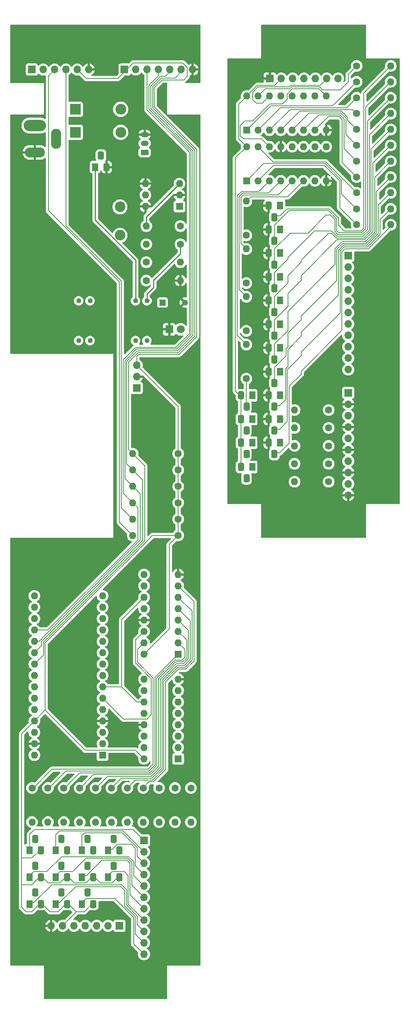
<source format=gbr>
%TF.GenerationSoftware,KiCad,Pcbnew,8.0.7*%
%TF.CreationDate,2025-07-02T12:24:07+01:00*%
%TF.ProjectId,KiCad,4b694361-642e-46b6-9963-61645f706362,v1*%
%TF.SameCoordinates,Original*%
%TF.FileFunction,Copper,L2,Bot*%
%TF.FilePolarity,Positive*%
%FSLAX46Y46*%
G04 Gerber Fmt 4.6, Leading zero omitted, Abs format (unit mm)*
G04 Created by KiCad (PCBNEW 8.0.7) date 2025-07-02 12:24:07*
%MOMM*%
%LPD*%
G01*
G04 APERTURE LIST*
G04 Aperture macros list*
%AMRoundRect*
0 Rectangle with rounded corners*
0 $1 Rounding radius*
0 $2 $3 $4 $5 $6 $7 $8 $9 X,Y pos of 4 corners*
0 Add a 4 corners polygon primitive as box body*
4,1,4,$2,$3,$4,$5,$6,$7,$8,$9,$2,$3,0*
0 Add four circle primitives for the rounded corners*
1,1,$1+$1,$2,$3*
1,1,$1+$1,$4,$5*
1,1,$1+$1,$6,$7*
1,1,$1+$1,$8,$9*
0 Add four rect primitives between the rounded corners*
20,1,$1+$1,$2,$3,$4,$5,0*
20,1,$1+$1,$4,$5,$6,$7,0*
20,1,$1+$1,$6,$7,$8,$9,0*
20,1,$1+$1,$8,$9,$2,$3,0*%
G04 Aperture macros list end*
%TA.AperFunction,ComponentPad*%
%ADD10R,1.320800X1.320800*%
%TD*%
%TA.AperFunction,ComponentPad*%
%ADD11C,1.320800*%
%TD*%
%TA.AperFunction,ComponentPad*%
%ADD12R,2.400000X2.400000*%
%TD*%
%TA.AperFunction,ComponentPad*%
%ADD13O,2.400000X2.400000*%
%TD*%
%TA.AperFunction,ComponentPad*%
%ADD14RoundRect,0.250000X0.625000X-0.350000X0.625000X0.350000X-0.625000X0.350000X-0.625000X-0.350000X0*%
%TD*%
%TA.AperFunction,ComponentPad*%
%ADD15O,1.750000X1.200000*%
%TD*%
%TA.AperFunction,ComponentPad*%
%ADD16C,1.600000*%
%TD*%
%TA.AperFunction,ComponentPad*%
%ADD17O,1.600000X1.600000*%
%TD*%
%TA.AperFunction,ComponentPad*%
%ADD18R,1.350000X1.800000*%
%TD*%
%TA.AperFunction,ComponentPad*%
%ADD19RoundRect,0.337500X0.337500X0.562500X-0.337500X0.562500X-0.337500X-0.562500X0.337500X-0.562500X0*%
%TD*%
%TA.AperFunction,ComponentPad*%
%ADD20RoundRect,0.337500X-0.337500X-0.562500X0.337500X-0.562500X0.337500X0.562500X-0.337500X0.562500X0*%
%TD*%
%TA.AperFunction,ComponentPad*%
%ADD21R,1.600000X1.600000*%
%TD*%
%TA.AperFunction,ComponentPad*%
%ADD22R,1.800000X1.800000*%
%TD*%
%TA.AperFunction,ComponentPad*%
%ADD23C,1.800000*%
%TD*%
%TA.AperFunction,ComponentPad*%
%ADD24R,1.700000X1.700000*%
%TD*%
%TA.AperFunction,ComponentPad*%
%ADD25O,1.700000X1.700000*%
%TD*%
%TA.AperFunction,ComponentPad*%
%ADD26O,5.000000X2.500000*%
%TD*%
%TA.AperFunction,ComponentPad*%
%ADD27O,4.500000X2.250000*%
%TD*%
%TA.AperFunction,ComponentPad*%
%ADD28O,2.250000X4.500000*%
%TD*%
%TA.AperFunction,ComponentPad*%
%ADD29C,1.117600*%
%TD*%
%TA.AperFunction,ComponentPad*%
%ADD30C,2.336800*%
%TD*%
%TA.AperFunction,Conductor*%
%ADD31C,0.200000*%
%TD*%
%TA.AperFunction,Conductor*%
%ADD32C,0.254000*%
%TD*%
G04 APERTURE END LIST*
D10*
%TO.P,C1,1*%
%TO.N,Net-(SW1-B)*%
X72000000Y-222000000D03*
D11*
%TO.P,C1,2*%
%TO.N,GND*%
X76999990Y-222000000D03*
%TD*%
D12*
%TO.P,D2,1,K*%
%TO.N,Net-(D1-K)*%
X52500000Y-184000000D03*
D13*
%TO.P,D2,2,A*%
%TO.N,Net-(BT1-+)*%
X62660000Y-184000000D03*
%TD*%
D12*
%TO.P,D1,1,K*%
%TO.N,Net-(D1-K)*%
X52500000Y-178850000D03*
D13*
%TO.P,D1,2,A*%
%TO.N,Net-(D1-A)*%
X62660000Y-178850000D03*
%TD*%
D14*
%TO.P,BT1,1,+*%
%TO.N,Net-(BT1-+)*%
X68000000Y-188500000D03*
D15*
%TO.P,BT1,2*%
%TO.N,N/C*%
X68000000Y-186500000D03*
%TO.P,BT1,3,-*%
%TO.N,GND*%
X68000000Y-184500000D03*
%TD*%
D16*
%TO.P,R47,1*%
%TO.N,Net-(D8-A)*%
X109120000Y-262000000D03*
D17*
%TO.P,R47,2*%
%TO.N,Net-(Q23-C)*%
X101500000Y-262000000D03*
%TD*%
D18*
%TO.P,Q14,1,C*%
%TO.N,/LED Matrix/GND3*%
X98270000Y-210979492D03*
D19*
%TO.P,Q14,2,B*%
%TO.N,Net-(Q14-B)*%
X97000000Y-213529492D03*
%TO.P,Q14,3,E*%
%TO.N,GND*%
X95730000Y-210979492D03*
%TD*%
D18*
%TO.P,Q12,1,C*%
%TO.N,/LED Matrix/GND1*%
X98270000Y-200397656D03*
D19*
%TO.P,Q12,2,B*%
%TO.N,Net-(Q12-B)*%
X97000000Y-202947656D03*
%TO.P,Q12,3,E*%
%TO.N,GND*%
X95730000Y-200397656D03*
%TD*%
D16*
%TO.P,R49,1*%
%TO.N,Net-(Q19-B)*%
X90730000Y-228333332D03*
D17*
%TO.P,R49,2*%
%TO.N,Net-(U9-QE)*%
X90730000Y-220713332D03*
%TD*%
D18*
%TO.P,Q27,1,C*%
%TO.N,Net-(Q27-C)*%
X56960000Y-191775000D03*
D20*
%TO.P,Q27,2,B*%
%TO.N,Net-(Q27-B)*%
X58230000Y-189225000D03*
%TO.P,Q27,3,E*%
%TO.N,GND*%
X59500000Y-191775000D03*
%TD*%
D16*
%TO.P,R42,1*%
%TO.N,Net-(D5-A)*%
X109120000Y-250000000D03*
D17*
%TO.P,R42,2*%
%TO.N,Net-(Q17-C)*%
X101500000Y-250000000D03*
%TD*%
D16*
%TO.P,R43,1*%
%TO.N,Net-(U9-QA)*%
X115380000Y-197500000D03*
D17*
%TO.P,R43,2*%
%TO.N,Net-(Q24-B)*%
X123000000Y-197500000D03*
%TD*%
D16*
%TO.P,R1,1*%
%TO.N,Net-(U1-QA)*%
X42850000Y-330380000D03*
D17*
%TO.P,R1,2*%
%TO.N,Net-(Q1-B)*%
X42850000Y-338000000D03*
%TD*%
D21*
%TO.P,U6,1,QB*%
%TO.N,Net-(U6-QB)*%
X90800000Y-183532757D03*
D17*
%TO.P,U6,2,QC*%
%TO.N,Net-(U6-QC)*%
X93340000Y-183532757D03*
%TO.P,U6,3,QD*%
%TO.N,Net-(U6-QD)*%
X95880000Y-183532757D03*
%TO.P,U6,4,QE*%
%TO.N,Net-(U6-QE)*%
X98420000Y-183532757D03*
%TO.P,U6,5,QF*%
%TO.N,Net-(U6-QF)*%
X100960000Y-183532757D03*
%TO.P,U6,6,QG*%
%TO.N,Net-(U6-QG)*%
X103500000Y-183532757D03*
%TO.P,U6,7,QH*%
%TO.N,Net-(U6-QH)*%
X106040000Y-183532757D03*
%TO.P,U6,8,GND*%
%TO.N,GND*%
X108580000Y-183532757D03*
%TO.P,U6,9,QH'*%
%TO.N,Net-(U6-QH')*%
X108580000Y-175912757D03*
%TO.P,U6,10,~{SRCLR}*%
%TO.N,Net-(A1-D2)*%
X106040000Y-175912757D03*
%TO.P,U6,11,SRCLK*%
%TO.N,Net-(A1-D7)*%
X103500000Y-175912757D03*
%TO.P,U6,12,RCLK*%
%TO.N,Net-(A1-D8)*%
X100960000Y-175912757D03*
%TO.P,U6,13,~{OE}*%
%TO.N,GND*%
X98420000Y-175912757D03*
%TO.P,U6,14,SER*%
%TO.N,Net-(A1-D6)*%
X95880000Y-175912757D03*
%TO.P,U6,15,QA*%
%TO.N,Net-(U6-QA)*%
X93340000Y-175912757D03*
%TO.P,U6,16,VCC*%
%TO.N,+5V*%
X90800000Y-175912757D03*
%TD*%
D16*
%TO.P,R35,1*%
%TO.N,Net-(R35-Pad1)*%
X68380000Y-213000000D03*
D17*
%TO.P,R35,2*%
%TO.N,Net-(Q27-B)*%
X76000000Y-213000000D03*
%TD*%
D18*
%TO.P,Q21,1,C*%
%TO.N,Net-(Q21-C)*%
X92040000Y-253306836D03*
D19*
%TO.P,Q21,2,B*%
%TO.N,Net-(Q21-B)*%
X90770000Y-255856836D03*
%TO.P,Q21,3,E*%
%TO.N,+5V*%
X89500000Y-253306836D03*
%TD*%
D16*
%TO.P,R17,1*%
%TO.N,+5V*%
X75500000Y-274000000D03*
D17*
%TO.P,R17,2*%
%TO.N,Net-(A1-SCL{slash}A5)*%
X65340000Y-274000000D03*
%TD*%
D18*
%TO.P,Q23,1,C*%
%TO.N,Net-(Q23-C)*%
X92040000Y-258725000D03*
D19*
%TO.P,Q23,2,B*%
%TO.N,Net-(Q23-B)*%
X90770000Y-261275000D03*
%TO.P,Q23,3,E*%
%TO.N,+5V*%
X89500000Y-258725000D03*
%TD*%
D16*
%TO.P,R34,1*%
%TO.N,Net-(R34-Pad1)*%
X76000000Y-209000000D03*
D17*
%TO.P,R34,2*%
%TO.N,Net-(D3-A)*%
X68380000Y-209000000D03*
%TD*%
D18*
%TO.P,Q4,1,C*%
%TO.N,/LED Matrix/5V4*%
X59853334Y-344275000D03*
D20*
%TO.P,Q4,2,B*%
%TO.N,Net-(Q4-B)*%
X61123334Y-341725000D03*
%TO.P,Q4,3,E*%
%TO.N,+5V*%
X62393334Y-344275000D03*
%TD*%
D21*
%TO.P,A1,1,TX1*%
%TO.N,unconnected-(A1-TX1-Pad1)*%
X58610000Y-323050000D03*
D17*
%TO.P,A1,2,RX1*%
%TO.N,unconnected-(A1-RX1-Pad2)*%
X58610000Y-320510000D03*
%TO.P,A1,3,~{RESET}*%
%TO.N,unconnected-(A1-~{RESET}-Pad3)*%
X58610000Y-317970000D03*
%TO.P,A1,4,GND*%
%TO.N,GND*%
X58610000Y-315430000D03*
%TO.P,A1,5,D2*%
%TO.N,Net-(A1-D2)*%
X58610000Y-312890000D03*
%TO.P,A1,6,D3*%
%TO.N,Net-(A1-D3)*%
X58610000Y-310350000D03*
%TO.P,A1,7,D4*%
%TO.N,Net-(A1-D4)*%
X58610000Y-307810000D03*
%TO.P,A1,8,D5*%
%TO.N,Net-(A1-D5)*%
X58610000Y-305270000D03*
%TO.P,A1,9,D6*%
%TO.N,Net-(A1-D6)*%
X58610000Y-302730000D03*
%TO.P,A1,10,D7*%
%TO.N,Net-(A1-D7)*%
X58610000Y-300190000D03*
%TO.P,A1,11,D8*%
%TO.N,Net-(A1-D8)*%
X58610000Y-297650000D03*
%TO.P,A1,12,D9*%
%TO.N,Net-(A1-D9)*%
X58610000Y-295110000D03*
%TO.P,A1,13,D10*%
%TO.N,unconnected-(A1-D10-Pad13)*%
X58610000Y-292570000D03*
%TO.P,A1,14,MOSI*%
%TO.N,unconnected-(A1-MOSI-Pad14)*%
X58610000Y-290030000D03*
%TO.P,A1,15,MISO*%
%TO.N,unconnected-(A1-MISO-Pad15)*%
X58610000Y-287490000D03*
%TO.P,A1,16,SCK*%
%TO.N,unconnected-(A1-SCK-Pad16)*%
X43370000Y-287490000D03*
%TO.P,A1,17,3V3*%
%TO.N,unconnected-(A1-3V3-Pad17)*%
X43370000Y-290030000D03*
%TO.P,A1,18,AREF*%
%TO.N,unconnected-(A1-AREF-Pad18)*%
X43370000Y-292570000D03*
%TO.P,A1,19,A0*%
%TO.N,Net-(A1-A0)*%
X43370000Y-295110000D03*
%TO.P,A1,20,A1*%
%TO.N,Net-(A1-A1)*%
X43370000Y-297650000D03*
%TO.P,A1,21,A2*%
%TO.N,Net-(A1-A2)*%
X43370000Y-300190000D03*
%TO.P,A1,22,A3*%
%TO.N,Net-(A1-A3)*%
X43370000Y-302730000D03*
%TO.P,A1,23,SDA/A4*%
%TO.N,Net-(A1-SDA{slash}A4)*%
X43370000Y-305270000D03*
%TO.P,A1,24,SCL/A5*%
%TO.N,Net-(A1-SCL{slash}A5)*%
X43370000Y-307810000D03*
%TO.P,A1,25,A6*%
%TO.N,unconnected-(A1-A6-Pad25)*%
X43370000Y-310350000D03*
%TO.P,A1,26,A7*%
%TO.N,unconnected-(A1-A7-Pad26)*%
X43370000Y-312890000D03*
%TO.P,A1,27,+5V*%
%TO.N,+5V*%
X43370000Y-315430000D03*
%TO.P,A1,28,~{RESET}*%
%TO.N,unconnected-(A1-~{RESET}-Pad28)*%
X43370000Y-317970000D03*
%TO.P,A1,29,GND*%
%TO.N,GND*%
X43370000Y-320510000D03*
%TO.P,A1,30,VIN*%
%TO.N,unconnected-(A1-VIN-Pad30)*%
X43370000Y-323050000D03*
%TD*%
D18*
%TO.P,Q15,1,C*%
%TO.N,/LED Matrix/GND4*%
X98270000Y-216270410D03*
D19*
%TO.P,Q15,2,B*%
%TO.N,Net-(Q15-B)*%
X97000000Y-218820410D03*
%TO.P,Q15,3,E*%
%TO.N,GND*%
X95730000Y-216270410D03*
%TD*%
D18*
%TO.P,Q20,1,C*%
%TO.N,/LED Matrix/GND7*%
X98270000Y-232143164D03*
D19*
%TO.P,Q20,2,B*%
%TO.N,Net-(Q20-B)*%
X97000000Y-234693164D03*
%TO.P,Q20,3,E*%
%TO.N,GND*%
X95730000Y-232143164D03*
%TD*%
D22*
%TO.P,D3,1,K*%
%TO.N,GND*%
X73500000Y-228000000D03*
D23*
%TO.P,D3,2,A*%
%TO.N,Net-(D3-A)*%
X76040000Y-228000000D03*
%TD*%
D16*
%TO.P,R48,1*%
%TO.N,Net-(Q17-B)*%
X90730000Y-239000000D03*
D17*
%TO.P,R48,2*%
%TO.N,Net-(U9-QD)*%
X90730000Y-231380000D03*
%TD*%
D18*
%TO.P,Q22,1,C*%
%TO.N,/LED Matrix/GND8*%
X98270000Y-237434082D03*
D19*
%TO.P,Q22,2,B*%
%TO.N,Net-(Q22-B)*%
X97000000Y-239984082D03*
%TO.P,Q22,3,E*%
%TO.N,GND*%
X95730000Y-237434082D03*
%TD*%
D16*
%TO.P,R52,1*%
%TO.N,Net-(Q23-B)*%
X90730000Y-207000000D03*
D17*
%TO.P,R52,2*%
%TO.N,Net-(U9-QG)*%
X90730000Y-199380000D03*
%TD*%
D24*
%TO.P,REF\u002A\u002A,1*%
%TO.N,GND*%
X96000000Y-172000000D03*
D25*
%TO.P,REF\u002A\u002A,2*%
%TO.N,+5V*%
X98540000Y-172000000D03*
%TO.P,REF\u002A\u002A,3*%
%TO.N,Net-(A1-D9)*%
X101080000Y-172000000D03*
%TO.P,REF\u002A\u002A,4*%
%TO.N,Net-(A1-D8)*%
X103620000Y-172000000D03*
%TO.P,REF\u002A\u002A,5*%
%TO.N,Net-(A1-D7)*%
X106160000Y-172000000D03*
%TO.P,REF\u002A\u002A,6*%
%TO.N,Net-(A1-D6)*%
X108700000Y-172000000D03*
%TO.P,REF\u002A\u002A,7*%
%TO.N,Net-(A1-D2)*%
X111240000Y-172000000D03*
%TD*%
D18*
%TO.P,Q18,1,C*%
%TO.N,/LED Matrix/GND6*%
X98270000Y-226852246D03*
D19*
%TO.P,Q18,2,B*%
%TO.N,Net-(Q18-B)*%
X97000000Y-229402246D03*
%TO.P,Q18,3,E*%
%TO.N,GND*%
X95730000Y-226852246D03*
%TD*%
D16*
%TO.P,R44,1*%
%TO.N,Net-(D6-A)*%
X109120000Y-254000000D03*
D17*
%TO.P,R44,2*%
%TO.N,Net-(Q19-C)*%
X101500000Y-254000000D03*
%TD*%
D18*
%TO.P,Q1,1,C*%
%TO.N,/LED Matrix/5V1*%
X42293334Y-344275000D03*
D20*
%TO.P,Q1,2,B*%
%TO.N,Net-(Q1-B)*%
X43563334Y-341725000D03*
%TO.P,Q1,3,E*%
%TO.N,+5V*%
X44833334Y-344275000D03*
%TD*%
D16*
%TO.P,R29,1*%
%TO.N,Net-(U6-QA)*%
X115380000Y-169184860D03*
D17*
%TO.P,R29,2*%
%TO.N,Net-(Q12-B)*%
X123000000Y-169184860D03*
%TD*%
D16*
%TO.P,R31,1*%
%TO.N,Net-(U6-QC)*%
X115380000Y-176274900D03*
D17*
%TO.P,R31,2*%
%TO.N,Net-(Q14-B)*%
X123000000Y-176274900D03*
%TD*%
D18*
%TO.P,Q9,1,C*%
%TO.N,/LED Matrix/5V9*%
X42293334Y-356275000D03*
D20*
%TO.P,Q9,2,B*%
%TO.N,Net-(Q9-B)*%
X43563334Y-353725000D03*
%TO.P,Q9,3,E*%
%TO.N,+5V*%
X44833334Y-356275000D03*
%TD*%
D16*
%TO.P,R5,1*%
%TO.N,Net-(U1-QE)*%
X57050000Y-330380000D03*
D17*
%TO.P,R5,2*%
%TO.N,Net-(Q5-B)*%
X57050000Y-338000000D03*
%TD*%
D18*
%TO.P,Q3,1,C*%
%TO.N,/LED Matrix/5V3*%
X54000000Y-344275000D03*
D20*
%TO.P,Q3,2,B*%
%TO.N,Net-(Q3-B)*%
X55270000Y-341725000D03*
%TO.P,Q3,3,E*%
%TO.N,+5V*%
X56540000Y-344275000D03*
%TD*%
D24*
%TO.P,U5,1,VIN*%
%TO.N,Net-(U5-VIN)*%
X66250000Y-241080000D03*
D25*
%TO.P,U5,2,GND*%
%TO.N,GND*%
X66250000Y-238540000D03*
%TO.P,U5,3,VOUT*%
%TO.N,+5V*%
X66250000Y-236000000D03*
%TD*%
D24*
%TO.P,J2,1,Pin_1*%
%TO.N,/LED Matrix/GND1*%
X113500000Y-211572757D03*
D25*
%TO.P,J2,2,Pin_2*%
%TO.N,/LED Matrix/GND2*%
X113500000Y-214112757D03*
%TO.P,J2,3,Pin_3*%
%TO.N,/LED Matrix/GND3*%
X113500000Y-216652757D03*
%TO.P,J2,4,Pin_4*%
%TO.N,/LED Matrix/GND4*%
X113500000Y-219192757D03*
%TO.P,J2,5,Pin_5*%
%TO.N,/LED Matrix/GND5*%
X113500000Y-221732757D03*
%TO.P,J2,6,Pin_6*%
%TO.N,/LED Matrix/GND6*%
X113500000Y-224272757D03*
%TO.P,J2,7,Pin_7*%
%TO.N,/LED Matrix/GND7*%
X113500000Y-226812757D03*
%TO.P,J2,8,Pin_8*%
%TO.N,/LED Matrix/GND8*%
X113500000Y-229352757D03*
%TO.P,J2,9,Pin_9*%
%TO.N,/LED Matrix/GND9*%
X113500000Y-231892757D03*
%TO.P,J2,10,Pin_10*%
%TO.N,/LED Matrix/GND10*%
X113500000Y-234432757D03*
%TO.P,J2,11,Pin_11*%
%TO.N,/LED Matrix/GND11*%
X113500000Y-236972757D03*
%TD*%
D18*
%TO.P,Q24,1,C*%
%TO.N,/LED Matrix/GND9*%
X98270000Y-242725000D03*
D19*
%TO.P,Q24,2,B*%
%TO.N,Net-(Q24-B)*%
X97000000Y-245275000D03*
%TO.P,Q24,3,E*%
%TO.N,GND*%
X95730000Y-242725000D03*
%TD*%
D21*
%TO.P,U1,1,QB*%
%TO.N,Net-(U1-QB)*%
X75500000Y-300500000D03*
D17*
%TO.P,U1,2,QC*%
%TO.N,Net-(U1-QC)*%
X75500000Y-297960000D03*
%TO.P,U1,3,QD*%
%TO.N,Net-(U1-QD)*%
X75500000Y-295420000D03*
%TO.P,U1,4,QE*%
%TO.N,Net-(U1-QE)*%
X75500000Y-292880000D03*
%TO.P,U1,5,QF*%
%TO.N,Net-(U1-QF)*%
X75500000Y-290340000D03*
%TO.P,U1,6,QG*%
%TO.N,Net-(U1-QG)*%
X75500000Y-287800000D03*
%TO.P,U1,7,QH*%
%TO.N,Net-(U1-QH)*%
X75500000Y-285260000D03*
%TO.P,U1,8,GND*%
%TO.N,GND*%
X75500000Y-282720000D03*
%TO.P,U1,9,QH'*%
%TO.N,Net-(U1-QH')*%
X67880000Y-282720000D03*
%TO.P,U1,10,~{SRCLR}*%
%TO.N,Net-(A1-D2)*%
X67880000Y-285260000D03*
%TO.P,U1,11,SRCLK*%
%TO.N,Net-(A1-D4)*%
X67880000Y-287800000D03*
%TO.P,U1,12,RCLK*%
%TO.N,Net-(A1-D5)*%
X67880000Y-290340000D03*
%TO.P,U1,13,~{OE}*%
%TO.N,GND*%
X67880000Y-292880000D03*
%TO.P,U1,14,SER*%
%TO.N,Net-(A1-D3)*%
X67880000Y-295420000D03*
%TO.P,U1,15,QA*%
%TO.N,Net-(U1-QA)*%
X67880000Y-297960000D03*
%TO.P,U1,16,VCC*%
%TO.N,+5V*%
X67880000Y-300500000D03*
%TD*%
D18*
%TO.P,Q17,1,C*%
%TO.N,Net-(Q17-C)*%
X92040000Y-242725000D03*
D19*
%TO.P,Q17,2,B*%
%TO.N,Net-(Q17-B)*%
X90770000Y-245275000D03*
%TO.P,Q17,3,E*%
%TO.N,+5V*%
X89500000Y-242725000D03*
%TD*%
D16*
%TO.P,R8,1*%
%TO.N,Net-(U1-QH)*%
X67700000Y-330380000D03*
D17*
%TO.P,R8,2*%
%TO.N,Net-(Q8-B)*%
X67700000Y-338000000D03*
%TD*%
D24*
%TO.P,J1,1,Pin_1*%
%TO.N,/LED Matrix/5V1*%
X67850000Y-342070000D03*
D25*
%TO.P,J1,2,Pin_2*%
%TO.N,/LED Matrix/5V2*%
X67850000Y-344610000D03*
%TO.P,J1,3,Pin_3*%
%TO.N,/LED Matrix/5V3*%
X67850000Y-347150000D03*
%TO.P,J1,4,Pin_4*%
%TO.N,/LED Matrix/5V4*%
X67850000Y-349690000D03*
%TO.P,J1,5,Pin_5*%
%TO.N,/LED Matrix/5V5*%
X67850000Y-352230000D03*
%TO.P,J1,6,Pin_6*%
%TO.N,/LED Matrix/5V6*%
X67850000Y-354770000D03*
%TO.P,J1,7,Pin_7*%
%TO.N,/LED Matrix/5V7*%
X67850000Y-357310000D03*
%TO.P,J1,8,Pin_8*%
%TO.N,/LED Matrix/5V8*%
X67850000Y-359850000D03*
%TO.P,J1,9,Pin_9*%
%TO.N,/LED Matrix/5V9*%
X67850000Y-362390000D03*
%TO.P,J1,10,Pin_10*%
%TO.N,/LED Matrix/5V10*%
X67850000Y-364930000D03*
%TO.P,J1,11,Pin_11*%
%TO.N,/LED Matrix/5V11*%
X67850000Y-367470000D03*
%TD*%
D18*
%TO.P,Q11,1,C*%
%TO.N,/LED Matrix/5V11*%
X54000000Y-356275000D03*
D20*
%TO.P,Q11,2,B*%
%TO.N,Net-(Q11-B)*%
X55270000Y-353725000D03*
%TO.P,Q11,3,E*%
%TO.N,+5V*%
X56540000Y-356275000D03*
%TD*%
D16*
%TO.P,R14,1*%
%TO.N,+5V*%
X75500000Y-259400000D03*
D17*
%TO.P,R14,2*%
%TO.N,Net-(A1-A2)*%
X65340000Y-259400000D03*
%TD*%
D18*
%TO.P,Q13,1,C*%
%TO.N,/LED Matrix/GND2*%
X98270000Y-205688574D03*
D19*
%TO.P,Q13,2,B*%
%TO.N,Net-(Q13-B)*%
X97000000Y-208238574D03*
%TO.P,Q13,3,E*%
%TO.N,GND*%
X95730000Y-205688574D03*
%TD*%
D26*
%TO.P,J3,1*%
%TO.N,Net-(D1-A)*%
X43500000Y-182500000D03*
D27*
%TO.P,J3,2*%
%TO.N,GND*%
X43500000Y-188500000D03*
D28*
%TO.P,J3,3*%
%TO.N,unconnected-(J3-Pad3)*%
X48200000Y-185500000D03*
%TD*%
D16*
%TO.P,R37,1*%
%TO.N,Net-(U6-QF)*%
X115380000Y-186909960D03*
D17*
%TO.P,R37,2*%
%TO.N,Net-(Q18-B)*%
X123000000Y-186909960D03*
%TD*%
D24*
%TO.P,U3,1,VDD*%
%TO.N,+5V*%
X63500000Y-170000000D03*
D25*
%TO.P,U3,2,OUT1*%
%TO.N,unconnected-(U3-OUT1-Pad2)*%
X66040000Y-170000000D03*
%TO.P,U3,3,OUT2*%
%TO.N,Net-(A1-A0)*%
X68580000Y-170000000D03*
%TO.P,U3,4,OUT3*%
%TO.N,Net-(A1-A1)*%
X71120000Y-170000000D03*
%TO.P,U3,5,OUT4*%
%TO.N,Net-(A1-A2)*%
X73660000Y-170000000D03*
%TO.P,U3,6,OUT5*%
%TO.N,Net-(A1-A3)*%
X76200000Y-170000000D03*
%TO.P,U3,7,GND*%
%TO.N,GND*%
X78740000Y-170000000D03*
%TD*%
D16*
%TO.P,R40,1*%
%TO.N,Net-(D4-A)*%
X109120000Y-246000000D03*
D17*
%TO.P,R40,2*%
%TO.N,Net-(A1-D9)*%
X101500000Y-246000000D03*
%TD*%
D29*
%TO.P,U7,1*%
%TO.N,Net-(R34-Pad1)*%
X68500000Y-221610000D03*
%TO.P,U7,2*%
%TO.N,Net-(Q27-C)*%
X65960000Y-221610000D03*
%TO.P,U7,6*%
%TO.N,Net-(R35-Pad1)*%
X55800000Y-221610000D03*
%TO.P,U7,7*%
X53260000Y-221610000D03*
%TO.P,U7,8*%
%TO.N,Net-(SW1-B)*%
X53260000Y-230500000D03*
%TO.P,U7,9*%
%TO.N,unconnected-(U7-Pad9)*%
X55800000Y-230500000D03*
%TO.P,U7,13*%
%TO.N,unconnected-(U7-Pad13)*%
X65960000Y-230500000D03*
%TO.P,U7,14*%
%TO.N,Net-(U5-VIN)*%
X68500000Y-230500000D03*
%TD*%
D16*
%TO.P,R38,1*%
%TO.N,Net-(U8-SENSE)*%
X68380000Y-217100000D03*
D17*
%TO.P,R38,2*%
%TO.N,GND*%
X76000000Y-217100000D03*
%TD*%
D18*
%TO.P,Q26,1,C*%
%TO.N,/LED Matrix/GND11*%
X98270000Y-253306836D03*
D19*
%TO.P,Q26,2,B*%
%TO.N,Net-(Q26-B)*%
X97000000Y-255856836D03*
%TO.P,Q26,3,E*%
%TO.N,GND*%
X95730000Y-253306836D03*
%TD*%
D18*
%TO.P,Q7,1,C*%
%TO.N,/LED Matrix/5V7*%
X54000000Y-350275000D03*
D20*
%TO.P,Q7,2,B*%
%TO.N,Net-(Q7-B)*%
X55270000Y-347725000D03*
%TO.P,Q7,3,E*%
%TO.N,+5V*%
X56540000Y-350275000D03*
%TD*%
D16*
%TO.P,R33,1*%
%TO.N,Net-(U6-QD)*%
X115380000Y-179819920D03*
D17*
%TO.P,R33,2*%
%TO.N,Net-(Q15-B)*%
X123000000Y-179819920D03*
%TD*%
D18*
%TO.P,Q25,1,C*%
%TO.N,/LED Matrix/GND10*%
X98270000Y-248015918D03*
D19*
%TO.P,Q25,2,B*%
%TO.N,Net-(Q25-B)*%
X97000000Y-250565918D03*
%TO.P,Q25,3,E*%
%TO.N,GND*%
X95730000Y-248015918D03*
%TD*%
D16*
%TO.P,R3,1*%
%TO.N,Net-(U1-QC)*%
X49950000Y-330380000D03*
D17*
%TO.P,R3,2*%
%TO.N,Net-(Q3-B)*%
X49950000Y-338000000D03*
%TD*%
D21*
%TO.P,U2,1,QB*%
%TO.N,Net-(U2-QB)*%
X75500000Y-323875000D03*
D17*
%TO.P,U2,2,QC*%
%TO.N,Net-(U2-QC)*%
X75500000Y-321335000D03*
%TO.P,U2,3,QD*%
%TO.N,unconnected-(U2-QD-Pad3)*%
X75500000Y-318795000D03*
%TO.P,U2,4,QE*%
%TO.N,unconnected-(U2-QE-Pad4)*%
X75500000Y-316255000D03*
%TO.P,U2,5,QF*%
%TO.N,unconnected-(U2-QF-Pad5)*%
X75500000Y-313715000D03*
%TO.P,U2,6,QG*%
%TO.N,unconnected-(U2-QG-Pad6)*%
X75500000Y-311175000D03*
%TO.P,U2,7,QH*%
%TO.N,unconnected-(U2-QH-Pad7)*%
X75500000Y-308635000D03*
%TO.P,U2,8,GND*%
%TO.N,GND*%
X75500000Y-306095000D03*
%TO.P,U2,9,QH'*%
%TO.N,unconnected-(U2-QH'-Pad9)*%
X67880000Y-306095000D03*
%TO.P,U2,10,~{SRCLR}*%
%TO.N,Net-(A1-D2)*%
X67880000Y-308635000D03*
%TO.P,U2,11,SRCLK*%
%TO.N,Net-(A1-D4)*%
X67880000Y-311175000D03*
%TO.P,U2,12,RCLK*%
%TO.N,Net-(A1-D5)*%
X67880000Y-313715000D03*
%TO.P,U2,13,~{OE}*%
%TO.N,GND*%
X67880000Y-316255000D03*
%TO.P,U2,14,SER*%
%TO.N,Net-(U1-QH')*%
X67880000Y-318795000D03*
%TO.P,U2,15,QA*%
%TO.N,Net-(U2-QA)*%
X67880000Y-321335000D03*
%TO.P,U2,16,VCC*%
%TO.N,+5V*%
X67880000Y-323875000D03*
%TD*%
D30*
%TO.P,SW1,1,A*%
%TO.N,Net-(D1-K)*%
X62500000Y-200650000D03*
%TO.P,SW1,2,B*%
%TO.N,Net-(SW1-B)*%
X62500000Y-207000000D03*
%TD*%
D18*
%TO.P,Q19,1,C*%
%TO.N,Net-(Q19-C)*%
X92040000Y-248015918D03*
D19*
%TO.P,Q19,2,B*%
%TO.N,Net-(Q19-B)*%
X90770000Y-250565918D03*
%TO.P,Q19,3,E*%
%TO.N,+5V*%
X89500000Y-248015918D03*
%TD*%
D18*
%TO.P,Q8,1,C*%
%TO.N,/LED Matrix/5V8*%
X59853334Y-350275000D03*
D20*
%TO.P,Q8,2,B*%
%TO.N,Net-(Q8-B)*%
X61123334Y-347725000D03*
%TO.P,Q8,3,E*%
%TO.N,+5V*%
X62393334Y-350275000D03*
%TD*%
D16*
%TO.P,R6,1*%
%TO.N,Net-(U1-QF)*%
X60600000Y-330380000D03*
D17*
%TO.P,R6,2*%
%TO.N,Net-(Q6-B)*%
X60600000Y-338000000D03*
%TD*%
D16*
%TO.P,R4,1*%
%TO.N,Net-(U1-QD)*%
X53500000Y-330380000D03*
D17*
%TO.P,R4,2*%
%TO.N,Net-(Q4-B)*%
X53500000Y-338000000D03*
%TD*%
D16*
%TO.P,R30,1*%
%TO.N,Net-(U6-QB)*%
X115380000Y-172729880D03*
D17*
%TO.P,R30,2*%
%TO.N,Net-(Q13-B)*%
X123000000Y-172729880D03*
%TD*%
D16*
%TO.P,R10,1*%
%TO.N,Net-(U2-QB)*%
X74800000Y-330380000D03*
D17*
%TO.P,R10,2*%
%TO.N,Net-(Q10-B)*%
X74800000Y-338000000D03*
%TD*%
D24*
%TO.P,REF\u002A\u002A,1*%
%TO.N,Net-(A1-D2)*%
X62390000Y-361125000D03*
D25*
%TO.P,REF\u002A\u002A,2*%
%TO.N,Net-(A1-D6)*%
X59850000Y-361125000D03*
%TO.P,REF\u002A\u002A,3*%
%TO.N,Net-(A1-D7)*%
X57310000Y-361125000D03*
%TO.P,REF\u002A\u002A,4*%
%TO.N,Net-(A1-D8)*%
X54770000Y-361125000D03*
%TO.P,REF\u002A\u002A,5*%
%TO.N,Net-(A1-D9)*%
X52230000Y-361125000D03*
%TO.P,REF\u002A\u002A,6*%
%TO.N,+5V*%
X49690000Y-361125000D03*
%TO.P,REF\u002A\u002A,7*%
%TO.N,GND*%
X47150000Y-361125000D03*
%TD*%
D16*
%TO.P,R7,1*%
%TO.N,Net-(U1-QG)*%
X64150000Y-330380000D03*
D17*
%TO.P,R7,2*%
%TO.N,Net-(Q7-B)*%
X64150000Y-338000000D03*
%TD*%
D18*
%TO.P,Q6,1,C*%
%TO.N,/LED Matrix/5V6*%
X48146667Y-350275000D03*
D20*
%TO.P,Q6,2,B*%
%TO.N,Net-(Q6-B)*%
X49416667Y-347725000D03*
%TO.P,Q6,3,E*%
%TO.N,+5V*%
X50686667Y-350275000D03*
%TD*%
D16*
%TO.P,R11,1*%
%TO.N,Net-(U2-QC)*%
X78350000Y-330380000D03*
D17*
%TO.P,R11,2*%
%TO.N,Net-(Q11-B)*%
X78350000Y-338000000D03*
%TD*%
D18*
%TO.P,Q10,1,C*%
%TO.N,/LED Matrix/5V10*%
X48146667Y-356275000D03*
D20*
%TO.P,Q10,2,B*%
%TO.N,Net-(Q10-B)*%
X49416667Y-353725000D03*
%TO.P,Q10,3,E*%
%TO.N,+5V*%
X50686667Y-356275000D03*
%TD*%
D16*
%TO.P,R9,1*%
%TO.N,Net-(U2-QA)*%
X71250000Y-330380000D03*
D17*
%TO.P,R9,2*%
%TO.N,Net-(Q9-B)*%
X71250000Y-338000000D03*
%TD*%
D16*
%TO.P,R45,1*%
%TO.N,Net-(D7-A)*%
X109120000Y-258000000D03*
D17*
%TO.P,R45,2*%
%TO.N,Net-(Q21-C)*%
X101500000Y-258000000D03*
%TD*%
D16*
%TO.P,R41,1*%
%TO.N,Net-(U6-QH)*%
X115380000Y-194000000D03*
D17*
%TO.P,R41,2*%
%TO.N,Net-(Q22-B)*%
X123000000Y-194000000D03*
%TD*%
D18*
%TO.P,Q2,1,C*%
%TO.N,/LED Matrix/5V2*%
X48146667Y-344275000D03*
D20*
%TO.P,Q2,2,B*%
%TO.N,Net-(Q2-B)*%
X49416667Y-341725000D03*
%TO.P,Q2,3,E*%
%TO.N,+5V*%
X50686667Y-344275000D03*
%TD*%
D16*
%TO.P,R12,1*%
%TO.N,+5V*%
X75500000Y-266700000D03*
D17*
%TO.P,R12,2*%
%TO.N,Net-(A1-A0)*%
X65340000Y-266700000D03*
%TD*%
D16*
%TO.P,R51,1*%
%TO.N,Net-(Q21-B)*%
X90730000Y-217666666D03*
D17*
%TO.P,R51,2*%
%TO.N,Net-(U9-QF)*%
X90730000Y-210046666D03*
%TD*%
D18*
%TO.P,Q16,1,C*%
%TO.N,/LED Matrix/GND5*%
X98270000Y-221561328D03*
D19*
%TO.P,Q16,2,B*%
%TO.N,Net-(Q16-B)*%
X97000000Y-224111328D03*
%TO.P,Q16,3,E*%
%TO.N,GND*%
X95730000Y-221561328D03*
%TD*%
D16*
%TO.P,R2,1*%
%TO.N,Net-(U1-QB)*%
X46400000Y-330380000D03*
D17*
%TO.P,R2,2*%
%TO.N,Net-(Q2-B)*%
X46400000Y-338000000D03*
%TD*%
D16*
%TO.P,R39,1*%
%TO.N,Net-(U6-QG)*%
X115380000Y-190454980D03*
D17*
%TO.P,R39,2*%
%TO.N,Net-(Q20-B)*%
X123000000Y-190454980D03*
%TD*%
D16*
%TO.P,R46,1*%
%TO.N,Net-(U9-QB)*%
X115380000Y-201090040D03*
D17*
%TO.P,R46,2*%
%TO.N,Net-(Q25-B)*%
X123000000Y-201090040D03*
%TD*%
D16*
%TO.P,R36,1*%
%TO.N,Net-(U6-QE)*%
X115380000Y-183364940D03*
D17*
%TO.P,R36,2*%
%TO.N,Net-(Q16-B)*%
X123000000Y-183364940D03*
%TD*%
D16*
%TO.P,R16,1*%
%TO.N,+5V*%
X75500000Y-270350000D03*
D17*
%TO.P,R16,2*%
%TO.N,Net-(A1-SDA{slash}A4)*%
X65340000Y-270350000D03*
%TD*%
D18*
%TO.P,Q5,1,C*%
%TO.N,/LED Matrix/5V5*%
X42293334Y-350275000D03*
D20*
%TO.P,Q5,2,B*%
%TO.N,Net-(Q5-B)*%
X43563334Y-347725000D03*
%TO.P,Q5,3,E*%
%TO.N,+5V*%
X44833334Y-350275000D03*
%TD*%
D16*
%TO.P,R50,1*%
%TO.N,Net-(U9-QC)*%
X115380000Y-204635060D03*
D17*
%TO.P,R50,2*%
%TO.N,Net-(Q26-B)*%
X123000000Y-204635060D03*
%TD*%
D21*
%TO.P,U9,1,QB*%
%TO.N,Net-(U9-QB)*%
X90800000Y-194852757D03*
D17*
%TO.P,U9,2,QC*%
%TO.N,Net-(U9-QC)*%
X93340000Y-194852757D03*
%TO.P,U9,3,QD*%
%TO.N,Net-(U9-QD)*%
X95880000Y-194852757D03*
%TO.P,U9,4,QE*%
%TO.N,Net-(U9-QE)*%
X98420000Y-194852757D03*
%TO.P,U9,5,QF*%
%TO.N,Net-(U9-QF)*%
X100960000Y-194852757D03*
%TO.P,U9,6,QG*%
%TO.N,Net-(U9-QG)*%
X103500000Y-194852757D03*
%TO.P,U9,7,QH*%
%TO.N,unconnected-(U9-QH-Pad7)*%
X106040000Y-194852757D03*
%TO.P,U9,8,GND*%
%TO.N,GND*%
X108580000Y-194852757D03*
%TO.P,U9,9,QH'*%
%TO.N,unconnected-(U9-QH'-Pad9)*%
X108580000Y-187232757D03*
%TO.P,U9,10,~{SRCLR}*%
%TO.N,Net-(A1-D2)*%
X106040000Y-187232757D03*
%TO.P,U9,11,SRCLK*%
%TO.N,Net-(A1-D7)*%
X103500000Y-187232757D03*
%TO.P,U9,12,RCLK*%
%TO.N,Net-(A1-D8)*%
X100960000Y-187232757D03*
%TO.P,U9,13,~{OE}*%
%TO.N,GND*%
X98420000Y-187232757D03*
%TO.P,U9,14,SER*%
%TO.N,Net-(U6-QH')*%
X95880000Y-187232757D03*
%TO.P,U9,15,QA*%
%TO.N,Net-(U9-QA)*%
X93340000Y-187232757D03*
%TO.P,U9,16,VCC*%
%TO.N,+5V*%
X90800000Y-187232757D03*
%TD*%
D16*
%TO.P,R32,1*%
%TO.N,Net-(SW1-B)*%
X76000000Y-204950000D03*
D17*
%TO.P,R32,2*%
%TO.N,Net-(U8-SENSE)*%
X68380000Y-204950000D03*
%TD*%
D16*
%TO.P,R13,1*%
%TO.N,+5V*%
X75500000Y-263050000D03*
D17*
%TO.P,R13,2*%
%TO.N,Net-(A1-A1)*%
X65340000Y-263050000D03*
%TD*%
D24*
%TO.P,U4,1,32K*%
%TO.N,unconnected-(U4-32K-Pad1)*%
X42800000Y-170000000D03*
D25*
%TO.P,U4,2,SQW*%
%TO.N,unconnected-(U4-SQW-Pad2)*%
X45340000Y-170000000D03*
%TO.P,U4,3,SCL*%
%TO.N,Net-(A1-SCL{slash}A5)*%
X47880000Y-170000000D03*
%TO.P,U4,4,SDA*%
%TO.N,Net-(A1-SDA{slash}A4)*%
X50420000Y-170000000D03*
%TO.P,U4,5,VCC*%
%TO.N,+5V*%
X52960000Y-170000000D03*
%TO.P,U4,6,GND*%
%TO.N,GND*%
X55500000Y-170000000D03*
%TD*%
D16*
%TO.P,R15,1*%
%TO.N,+5V*%
X75500000Y-255750000D03*
D17*
%TO.P,R15,2*%
%TO.N,Net-(A1-A3)*%
X65340000Y-255750000D03*
%TD*%
D24*
%TO.P,J4,1,Pin_1*%
%TO.N,Net-(D4-A)*%
X113500000Y-242152757D03*
D25*
%TO.P,J4,2,Pin_2*%
%TO.N,GND*%
X113500000Y-244692757D03*
%TO.P,J4,3,Pin_3*%
%TO.N,Net-(D5-A)*%
X113500000Y-247232757D03*
%TO.P,J4,4,Pin_4*%
%TO.N,GND*%
X113500000Y-249772757D03*
%TO.P,J4,5,Pin_5*%
%TO.N,Net-(D6-A)*%
X113500000Y-252312757D03*
%TO.P,J4,6,Pin_6*%
%TO.N,GND*%
X113500000Y-254852757D03*
%TO.P,J4,7,Pin_7*%
%TO.N,Net-(D7-A)*%
X113500000Y-257392757D03*
%TO.P,J4,8,Pin_8*%
%TO.N,GND*%
X113500000Y-259932757D03*
%TO.P,J4,9,Pin_9*%
%TO.N,Net-(D8-A)*%
X113500000Y-262472757D03*
%TO.P,J4,10,Pin_10*%
%TO.N,GND*%
X113500000Y-265012757D03*
%TD*%
D21*
%TO.P,U8,1,OUT*%
%TO.N,Net-(Q27-B)*%
X75800000Y-200550000D03*
D17*
%TO.P,U8,2,GND*%
%TO.N,GND*%
X75800000Y-198010000D03*
%TO.P,U8,3,SENSE*%
%TO.N,Net-(U8-SENSE)*%
X75800000Y-195470000D03*
%TO.P,U8,4,GND*%
%TO.N,GND*%
X68180000Y-195470000D03*
%TO.P,U8,5,VDD*%
%TO.N,Net-(SW1-B)*%
X68180000Y-198010000D03*
%TO.P,U8,6,GND*%
%TO.N,GND*%
X68180000Y-200550000D03*
%TD*%
D31*
%TO.N,Net-(A1-A0)*%
X63200000Y-234800000D02*
X66000000Y-232000000D01*
X75000000Y-232000000D02*
X78000000Y-229000000D01*
X68580000Y-179040000D02*
X68580000Y-170500000D01*
X78000000Y-229000000D02*
X78000000Y-188460000D01*
X43370000Y-295110000D02*
X46390000Y-295110000D01*
X78000000Y-188460000D02*
X68580000Y-179040000D01*
X66000000Y-232000000D02*
X75000000Y-232000000D01*
X65340000Y-266700000D02*
X63200000Y-264560000D01*
X66500000Y-267860000D02*
X65340000Y-266700000D01*
X66500000Y-275000000D02*
X66500000Y-267860000D01*
X46390000Y-295110000D02*
X66500000Y-275000000D01*
X63200000Y-264560000D02*
X63200000Y-234800000D01*
%TO.N,Net-(A1-D3)*%
X63260000Y-315000000D02*
X58610000Y-310350000D01*
X69500000Y-314000000D02*
X68500000Y-315000000D01*
X66000000Y-302500000D02*
X69500000Y-306000000D01*
X69500000Y-306000000D02*
X69500000Y-314000000D01*
X68500000Y-315000000D02*
X63260000Y-315000000D01*
X66000000Y-297300000D02*
X66000000Y-302500000D01*
X67880000Y-295420000D02*
X66000000Y-297300000D01*
%TO.N,Net-(A1-SDA{slash}A4)*%
X62800000Y-217234314D02*
X62800000Y-267810000D01*
X50420000Y-204854314D02*
X62800000Y-217234314D01*
X50420000Y-170000000D02*
X50420000Y-204854314D01*
X62800000Y-267810000D02*
X65340000Y-270350000D01*
%TO.N,Net-(A1-A2)*%
X64000000Y-235131372D02*
X66331372Y-232800000D01*
X67500000Y-275131372D02*
X67500000Y-261560000D01*
X64000000Y-258060000D02*
X64000000Y-235131372D01*
X75331372Y-232800000D02*
X78800000Y-229331372D01*
X67500000Y-261560000D02*
X65340000Y-259400000D01*
X69380000Y-173700000D02*
X71580000Y-171500000D01*
X78800000Y-229331372D02*
X78800000Y-188128628D01*
X45000000Y-297631372D02*
X67500000Y-275131372D01*
X45000000Y-298560000D02*
X45000000Y-297631372D01*
X65340000Y-259400000D02*
X64000000Y-258060000D01*
X43370000Y-300190000D02*
X45000000Y-298560000D01*
X66331372Y-232800000D02*
X75331372Y-232800000D01*
X43370000Y-300190000D02*
X43810000Y-300190000D01*
X72660000Y-171500000D02*
X73660000Y-170500000D01*
X69380000Y-178708628D02*
X69380000Y-173700000D01*
X78800000Y-188128628D02*
X69380000Y-178708628D01*
X71580000Y-171500000D02*
X72660000Y-171500000D01*
%TO.N,Net-(A1-D6)*%
X95880000Y-175912757D02*
X94292757Y-177500000D01*
X100268628Y-173900000D02*
X100668628Y-173500000D01*
X92139222Y-175139221D02*
X93378443Y-173900000D01*
X100668628Y-173500000D02*
X107200000Y-173500000D01*
X92935804Y-177500000D02*
X92139222Y-176703418D01*
X107200000Y-173500000D02*
X108700000Y-172000000D01*
X94292757Y-177500000D02*
X92935804Y-177500000D01*
X92139222Y-176703418D02*
X92139222Y-175139221D01*
X93378443Y-173900000D02*
X100268628Y-173900000D01*
%TO.N,Net-(A1-A3)*%
X65340000Y-255750000D02*
X64400000Y-254810000D01*
X64400000Y-254810000D02*
X64400000Y-235297058D01*
X64400000Y-235297058D02*
X66497058Y-233200000D01*
X75497058Y-233200000D02*
X79200000Y-229497058D01*
X45400000Y-300700000D02*
X45400000Y-297797058D01*
X68000000Y-275197058D02*
X68000000Y-258410000D01*
X43370000Y-302730000D02*
X45400000Y-300700000D01*
X66497058Y-233200000D02*
X75497058Y-233200000D01*
X74800000Y-171900000D02*
X76200000Y-170500000D01*
X69780000Y-178542942D02*
X69780000Y-173865686D01*
X68000000Y-258410000D02*
X65340000Y-255750000D01*
X45400000Y-297797058D02*
X68000000Y-275197058D01*
X71745686Y-171900000D02*
X74800000Y-171900000D01*
X69780000Y-173865686D02*
X71745686Y-171900000D01*
X79200000Y-229497058D02*
X79200000Y-187962942D01*
X79200000Y-187962942D02*
X69780000Y-178542942D01*
%TO.N,Net-(A1-A1)*%
X65340000Y-263050000D02*
X63600000Y-261310000D01*
X63600000Y-261310000D02*
X63600000Y-234965686D01*
X71120000Y-171380000D02*
X71120000Y-170500000D01*
X67000000Y-275065686D02*
X44415686Y-297650000D01*
X63600000Y-234965686D02*
X66165686Y-232400000D01*
X67000000Y-264710000D02*
X67000000Y-275065686D01*
X44415686Y-297650000D02*
X43370000Y-297650000D01*
X65340000Y-263050000D02*
X67000000Y-264710000D01*
X78400000Y-188294314D02*
X68980000Y-178874314D01*
X68980000Y-178874314D02*
X68980000Y-173520000D01*
X78400000Y-229165686D02*
X78400000Y-188294314D01*
X66165686Y-232400000D02*
X75165686Y-232400000D01*
X68980000Y-173520000D02*
X71120000Y-171380000D01*
X75165686Y-232400000D02*
X78400000Y-229165686D01*
%TO.N,+5V*%
X52686667Y-358000000D02*
X50686667Y-356000000D01*
X76728628Y-172300000D02*
X71911372Y-172300000D01*
X46433334Y-351600000D02*
X44833334Y-350000000D01*
X48686667Y-358000000D02*
X46833334Y-358000000D01*
X45800000Y-297962744D02*
X45800000Y-313000000D01*
X49086667Y-351600000D02*
X46433334Y-351600000D01*
X98540000Y-172000000D02*
X97040000Y-173500000D01*
X45800000Y-313000000D02*
X43370000Y-315430000D01*
X66250000Y-236000000D02*
X66250000Y-234012744D01*
X65500000Y-168500000D02*
X76500000Y-168500000D01*
X50686667Y-356000000D02*
X48686667Y-358000000D01*
X40500000Y-318300000D02*
X43370000Y-315430000D01*
X44833334Y-344000000D02*
X42833334Y-346000000D01*
X68165685Y-275597058D02*
X55172744Y-288590000D01*
X88300000Y-241800000D02*
X89500000Y-243000000D01*
X42833334Y-352000000D02*
X40500000Y-352000000D01*
X56540000Y-356000000D02*
X54540000Y-358000000D01*
X89000000Y-177712757D02*
X90800000Y-175912757D01*
X89500000Y-243000000D02*
X89500000Y-259000000D01*
X54750000Y-321950000D02*
X45800000Y-313000000D01*
X70180000Y-178377256D02*
X79600000Y-187797256D01*
X62000000Y-172000000D02*
X65500000Y-168500000D01*
X55172744Y-288590000D02*
X45800000Y-297962744D01*
X90800000Y-187232757D02*
X89000000Y-185432757D01*
X93212757Y-173500000D02*
X90800000Y-175912757D01*
X52286667Y-351600000D02*
X50686667Y-350000000D01*
X70180000Y-174031372D02*
X70180000Y-178377256D01*
X97040000Y-173500000D02*
X93212757Y-173500000D01*
X76262743Y-233000000D02*
X75662744Y-233600000D01*
X66662744Y-233600000D02*
X66250000Y-234012744D01*
X79600000Y-229662744D02*
X79365685Y-229897058D01*
X88300000Y-189732757D02*
X88300000Y-241000000D01*
X44833334Y-350000000D02*
X42833334Y-352000000D01*
X65955000Y-321950000D02*
X54750000Y-321950000D01*
X56540000Y-350000000D02*
X54940000Y-351600000D01*
X75500000Y-274000000D02*
X75500000Y-245250000D01*
X54540000Y-358000000D02*
X52686667Y-358000000D01*
X67880000Y-300500000D02*
X73500000Y-294880000D01*
X75500000Y-245250000D02*
X66250000Y-236000000D01*
X68400000Y-275362744D02*
X68165685Y-275597058D01*
X77500000Y-171528628D02*
X76728628Y-172300000D01*
X79365685Y-229897058D02*
X76262743Y-233000000D01*
X73500000Y-276000000D02*
X75500000Y-274000000D01*
X58140000Y-351600000D02*
X60793334Y-351600000D01*
X89000000Y-185432757D02*
X89000000Y-177712757D01*
X54960000Y-172000000D02*
X62000000Y-172000000D01*
X42833334Y-358000000D02*
X41500000Y-358000000D01*
X90800000Y-187232757D02*
X88300000Y-189732757D01*
X73500000Y-294880000D02*
X73500000Y-276000000D01*
X69762744Y-274000000D02*
X68400000Y-275362744D01*
X46833334Y-358000000D02*
X44833334Y-356000000D01*
X40500000Y-352000000D02*
X40500000Y-346000000D01*
X77500000Y-169500000D02*
X77500000Y-171528628D01*
X76500000Y-168500000D02*
X77500000Y-169500000D01*
X71911372Y-172300000D02*
X70180000Y-174031372D01*
X49690000Y-361125000D02*
X52686667Y-358128333D01*
X75662744Y-233600000D02*
X66662744Y-233600000D01*
X42833334Y-346000000D02*
X40500000Y-346000000D01*
X60793334Y-351600000D02*
X62393334Y-350000000D01*
X75500000Y-274000000D02*
X69762744Y-274000000D01*
X67880000Y-323875000D02*
X65955000Y-321950000D01*
X54940000Y-351600000D02*
X52286667Y-351600000D01*
X40500000Y-357000000D02*
X40500000Y-352000000D01*
X41500000Y-358000000D02*
X40500000Y-357000000D01*
X40500000Y-346000000D02*
X40500000Y-318300000D01*
X52686667Y-358128333D02*
X52686667Y-358000000D01*
X79600000Y-187797256D02*
X79600000Y-229662744D01*
X50686667Y-350000000D02*
X49086667Y-351600000D01*
X52960000Y-170000000D02*
X54960000Y-172000000D01*
X88300000Y-241000000D02*
X88300000Y-241800000D01*
X44833334Y-356000000D02*
X42833334Y-358000000D01*
X56540000Y-350000000D02*
X58140000Y-351600000D01*
%TO.N,Net-(A1-SCL{slash}A5)*%
X46500000Y-201500000D02*
X62400000Y-217400000D01*
X46500000Y-171380000D02*
X46500000Y-201500000D01*
X47880000Y-170000000D02*
X46500000Y-171380000D01*
X62400000Y-271060000D02*
X65340000Y-274000000D01*
X62400000Y-217400000D02*
X62400000Y-271060000D01*
%TO.N,Net-(A1-D4)*%
X58610000Y-307810000D02*
X62850000Y-307810000D01*
X62850000Y-307810000D02*
X62850000Y-292830000D01*
X67880000Y-311175000D02*
X66215000Y-311175000D01*
X62850000Y-292830000D02*
X67880000Y-287800000D01*
X66215000Y-311175000D02*
X62850000Y-307810000D01*
%TO.N,/LED Matrix/5V1*%
X65380000Y-339600000D02*
X43393386Y-339600000D01*
X42293334Y-340700052D02*
X42293334Y-344000000D01*
X67850000Y-342070000D02*
X65380000Y-339600000D01*
X43393386Y-339600000D02*
X42293334Y-340700052D01*
%TO.N,/LED Matrix/5V2*%
X63240000Y-340000000D02*
X49000000Y-340000000D01*
X48146667Y-340853333D02*
X48146667Y-344000000D01*
X49000000Y-340000000D02*
X48146667Y-340853333D01*
X67850000Y-344610000D02*
X63240000Y-340000000D01*
%TO.N,/LED Matrix/5V3*%
X54600000Y-340400000D02*
X54000000Y-341000000D01*
X63074314Y-340400000D02*
X54600000Y-340400000D01*
X54000000Y-341000000D02*
X54000000Y-344000000D01*
X66350000Y-345650000D02*
X66350000Y-343675686D01*
X67850000Y-347150000D02*
X66350000Y-345650000D01*
X66350000Y-343675686D02*
X63074314Y-340400000D01*
%TO.N,/LED Matrix/5V4*%
X61921086Y-342945686D02*
X65054314Y-342945686D01*
X65950000Y-343841372D02*
X65950000Y-347790000D01*
X65950000Y-347790000D02*
X67850000Y-349690000D01*
X65054314Y-342945686D02*
X65950000Y-343841372D01*
X60866772Y-344000000D02*
X61921086Y-342945686D01*
X59853334Y-344000000D02*
X60866772Y-344000000D01*
%TO.N,/LED Matrix/5V5*%
X43218334Y-349075000D02*
X46125000Y-349075000D01*
X46125000Y-349075000D02*
X49500000Y-345700000D01*
X65550000Y-346852942D02*
X65550000Y-349930000D01*
X42293334Y-350000000D02*
X43218334Y-349075000D01*
X64397058Y-345700000D02*
X65550000Y-346852942D01*
X49500000Y-345700000D02*
X64397058Y-345700000D01*
X65550000Y-349930000D02*
X67850000Y-352230000D01*
%TO.N,/LED Matrix/5V6*%
X54900000Y-346100000D02*
X64231372Y-346100000D01*
X65150000Y-352070000D02*
X67850000Y-354770000D01*
X64231372Y-346100000D02*
X65150000Y-347018628D01*
X48146667Y-350000000D02*
X49071667Y-349075000D01*
X49071667Y-349075000D02*
X51925000Y-349075000D01*
X65150000Y-347018628D02*
X65150000Y-352070000D01*
X51925000Y-349075000D02*
X54900000Y-346100000D01*
%TO.N,/LED Matrix/5V7*%
X64065686Y-346500000D02*
X64750000Y-347184314D01*
X55000000Y-350000000D02*
X58500000Y-346500000D01*
X54000000Y-350000000D02*
X55000000Y-350000000D01*
X64750000Y-347184314D02*
X64750000Y-354210000D01*
X58500000Y-346500000D02*
X64065686Y-346500000D01*
X64750000Y-354210000D02*
X67850000Y-357310000D01*
%TO.N,/LED Matrix/5V8*%
X59853334Y-350000000D02*
X60778334Y-349075000D01*
X63425000Y-349075000D02*
X64350000Y-350000000D01*
X64350000Y-356350000D02*
X67850000Y-359850000D01*
X60778334Y-349075000D02*
X63425000Y-349075000D01*
X64350000Y-350000000D02*
X64350000Y-356350000D01*
%TO.N,/LED Matrix/5V9*%
X47268274Y-352000000D02*
X62850000Y-352000000D01*
X63950000Y-356515686D02*
X66350000Y-358915686D01*
X42293334Y-356000000D02*
X43268274Y-356000000D01*
X66350000Y-360890000D02*
X67850000Y-362390000D01*
X43268274Y-356000000D02*
X47268274Y-352000000D01*
X63950000Y-353100000D02*
X63950000Y-356515686D01*
X62850000Y-352000000D02*
X63950000Y-353100000D01*
X66350000Y-358915686D02*
X66350000Y-360890000D01*
%TO.N,/LED Matrix/5V10*%
X63550000Y-356700000D02*
X65950000Y-359100000D01*
X48146667Y-356000000D02*
X49000000Y-356000000D01*
X65950000Y-359100000D02*
X65950000Y-363030000D01*
X63550000Y-353265686D02*
X63550000Y-356700000D01*
X52600000Y-352400000D02*
X62684314Y-352400000D01*
X62684314Y-352400000D02*
X63550000Y-353265686D01*
X49000000Y-356000000D02*
X52600000Y-352400000D01*
X65950000Y-363030000D02*
X67850000Y-364930000D01*
%TO.N,/LED Matrix/5V11*%
X54925000Y-355075000D02*
X61359314Y-355075000D01*
X65550000Y-365170000D02*
X67850000Y-367470000D01*
X61359314Y-355075000D02*
X63150000Y-356865686D01*
X63150000Y-356865686D02*
X65550000Y-359265686D01*
X54000000Y-356000000D02*
X54925000Y-355075000D01*
X65550000Y-359265686D02*
X65550000Y-365170000D01*
%TO.N,Net-(Q12-B)*%
X97000000Y-202672656D02*
X98247479Y-202672656D01*
X111300000Y-203168628D02*
X111300000Y-204700000D01*
X116340198Y-206000000D02*
X117000000Y-205340198D01*
X117000000Y-175184860D02*
X123000000Y-169184860D01*
X109231372Y-201100000D02*
X111300000Y-203168628D01*
X99820134Y-201100000D02*
X109231372Y-201100000D01*
X112600000Y-206000000D02*
X116340198Y-206000000D01*
X117000000Y-205340198D02*
X117000000Y-175184860D01*
X98247479Y-202672656D02*
X99820134Y-201100000D01*
X111300000Y-204700000D02*
X112600000Y-206000000D01*
%TO.N,Net-(Q13-B)*%
X117400000Y-205505884D02*
X116505884Y-206400000D01*
X97000000Y-207963574D02*
X97000000Y-204783574D01*
X123000000Y-172729880D02*
X117400000Y-178329880D01*
X117400000Y-178329880D02*
X117400000Y-205505884D01*
X100283574Y-201500000D02*
X109065686Y-201500000D01*
X111331372Y-206400000D02*
X116505884Y-206400000D01*
X110900000Y-205968628D02*
X111331372Y-206400000D01*
X110900000Y-203334314D02*
X110900000Y-205968628D01*
X109065686Y-201500000D02*
X110900000Y-203334314D01*
X97000000Y-204783574D02*
X100283574Y-201500000D01*
%TO.N,Net-(Q14-B)*%
X117800000Y-181474900D02*
X117800000Y-205671570D01*
X111165686Y-206800000D02*
X110500000Y-206134314D01*
X117800000Y-205671570D02*
X116671570Y-206800000D01*
X110500000Y-203500000D02*
X109500000Y-202500000D01*
X108500000Y-202500000D02*
X104500000Y-206500000D01*
X100540136Y-206500000D02*
X97000000Y-210040136D01*
X116671570Y-206800000D02*
X111165686Y-206800000D01*
X104500000Y-206500000D02*
X100540136Y-206500000D01*
X109500000Y-202500000D02*
X108500000Y-202500000D01*
X123000000Y-176274900D02*
X117800000Y-181474900D01*
X110500000Y-206134314D02*
X110500000Y-203500000D01*
X97000000Y-210040136D02*
X97000000Y-213254492D01*
%TO.N,Net-(Q15-B)*%
X109800000Y-206000000D02*
X111000000Y-207200000D01*
X100000000Y-212000000D02*
X106000000Y-206000000D01*
X100000000Y-212331054D02*
X100000000Y-212000000D01*
X118200000Y-205837256D02*
X118200000Y-184619920D01*
X118200000Y-184619920D02*
X123000000Y-179819920D01*
X116837256Y-207200000D02*
X118200000Y-205837256D01*
X111000000Y-207200000D02*
X116837256Y-207200000D01*
X97000000Y-215331054D02*
X100000000Y-212331054D01*
X97000000Y-218545410D02*
X97000000Y-215331054D01*
X106000000Y-206000000D02*
X109800000Y-206000000D01*
%TO.N,Net-(Q16-B)*%
X103032843Y-212532843D02*
X109065686Y-206500000D01*
X100000000Y-216000000D02*
X103032843Y-212967157D01*
X97000000Y-223836328D02*
X97000000Y-220656328D01*
X109065686Y-206500000D02*
X109734314Y-206500000D01*
X110834314Y-207600000D02*
X117002942Y-207600000D01*
X118600000Y-206002942D02*
X118600000Y-187764940D01*
X103032843Y-212967157D02*
X103032843Y-212532843D01*
X117002942Y-207600000D02*
X118600000Y-206002942D01*
X97000000Y-220656328D02*
X100000000Y-217656328D01*
X109734314Y-206500000D02*
X110834314Y-207600000D01*
X118600000Y-187764940D02*
X123000000Y-183364940D01*
X100000000Y-217656328D02*
X100000000Y-216000000D01*
%TO.N,Net-(Q17-B)*%
X90770000Y-245000000D02*
X90730000Y-244960000D01*
X90730000Y-239000000D02*
X90270000Y-239460000D01*
X90730000Y-244960000D02*
X90730000Y-239000000D01*
%TO.N,Net-(Q18-B)*%
X103000000Y-216000000D02*
X111000000Y-208000000D01*
X97000000Y-225912890D02*
X100000000Y-222912890D01*
X97000000Y-229127246D02*
X97000000Y-225912890D01*
X111000000Y-208000000D02*
X117168628Y-208000000D01*
X119000000Y-206168628D02*
X119000000Y-190909960D01*
X100000000Y-222912890D02*
X100000000Y-220000000D01*
X100000000Y-220000000D02*
X103000000Y-217000000D01*
X103000000Y-217000000D02*
X103000000Y-216000000D01*
X119000000Y-190909960D02*
X123000000Y-186909960D01*
X117168628Y-208000000D02*
X119000000Y-206168628D01*
%TO.N,Net-(Q20-B)*%
X110500000Y-210010013D02*
X112110013Y-208400000D01*
X110500000Y-213500000D02*
X110500000Y-210010013D01*
X117334314Y-208400000D02*
X119400000Y-206334314D01*
X100000000Y-224000000D02*
X110500000Y-213500000D01*
X97000000Y-234418164D02*
X97000000Y-231265685D01*
X112110013Y-208400000D02*
X117334314Y-208400000D01*
X100000000Y-228265685D02*
X100000000Y-224000000D01*
X119400000Y-194054980D02*
X123000000Y-190454980D01*
X119400000Y-206334314D02*
X119400000Y-194054980D01*
X97000000Y-231265685D02*
X100000000Y-228265685D01*
%TO.N,Net-(Q22-B)*%
X99600000Y-232334314D02*
X100000000Y-231934314D01*
X100000000Y-228831371D02*
X103000000Y-225831371D01*
X117500000Y-208800000D02*
X119800000Y-206500000D01*
X103000000Y-225000000D02*
X110900000Y-217100000D01*
X119800000Y-197200000D02*
X123000000Y-194000000D01*
X112275699Y-208800000D02*
X117500000Y-208800000D01*
X97000000Y-239709082D02*
X97000000Y-236529082D01*
X119800000Y-206500000D02*
X119800000Y-197200000D01*
X110900000Y-217100000D02*
X110900000Y-210175699D01*
X103000000Y-225831371D02*
X103000000Y-225000000D01*
X97000000Y-236529082D02*
X99600000Y-233929082D01*
X99600000Y-233929082D02*
X99600000Y-232334314D01*
X110900000Y-210175699D02*
X112275699Y-208800000D01*
X100000000Y-231934314D02*
X100000000Y-228831371D01*
%TO.N,Net-(Q24-B)*%
X99500000Y-236834314D02*
X99500000Y-243670000D01*
X117665686Y-209200000D02*
X112441385Y-209200000D01*
X120200000Y-200300000D02*
X120200000Y-206665686D01*
X100000000Y-236334314D02*
X99500000Y-236834314D01*
X99500000Y-243670000D02*
X98170000Y-245000000D01*
X123000000Y-197500000D02*
X120200000Y-200300000D01*
X103000000Y-229500000D02*
X100000000Y-232500000D01*
X100000000Y-232500000D02*
X100000000Y-236334314D01*
X112441385Y-209200000D02*
X111300000Y-210341385D01*
X98170000Y-245000000D02*
X97000000Y-245000000D01*
X103000000Y-228600000D02*
X103000000Y-229500000D01*
X120200000Y-206665686D02*
X117665686Y-209200000D01*
X111300000Y-220300000D02*
X103000000Y-228600000D01*
X111300000Y-210341385D02*
X111300000Y-220300000D01*
%TO.N,Net-(Q25-B)*%
X98170000Y-250290918D02*
X99900000Y-248560918D01*
X103000000Y-233900000D02*
X103000000Y-233000000D01*
X99900000Y-237000000D02*
X103000000Y-233900000D01*
X120600000Y-203490040D02*
X123000000Y-201090040D01*
X99900000Y-248560918D02*
X99900000Y-237000000D01*
X103000000Y-233000000D02*
X111700000Y-224300000D01*
X97000000Y-250290918D02*
X98170000Y-250290918D01*
X117831372Y-209600000D02*
X120600000Y-206831372D01*
X120600000Y-206831372D02*
X120600000Y-203490040D01*
X111700000Y-224300000D02*
X111700000Y-210507071D01*
X111700000Y-210507071D02*
X112607071Y-209600000D01*
X112607071Y-209600000D02*
X117831372Y-209600000D01*
%TO.N,Net-(Q26-B)*%
X100300000Y-253451836D02*
X100300000Y-240700000D01*
X103000000Y-237357448D02*
X112100000Y-228257448D01*
X112100000Y-228257448D02*
X112100000Y-210672757D01*
X112100000Y-210672757D02*
X112772757Y-210000000D01*
X117997058Y-210000000D02*
X123000000Y-204997058D01*
X100300000Y-240700000D02*
X103000000Y-238000000D01*
X103000000Y-238000000D02*
X103000000Y-237357448D01*
X112772757Y-210000000D02*
X117997058Y-210000000D01*
X98170000Y-255581836D02*
X100300000Y-253451836D01*
X123000000Y-204997058D02*
X123000000Y-204635060D01*
X97000000Y-255581836D02*
X98170000Y-255581836D01*
%TO.N,Net-(U1-QA)*%
X68800000Y-326200000D02*
X47300000Y-326200000D01*
X69900000Y-325100000D02*
X68800000Y-326200000D01*
X67880000Y-297960000D02*
X66400000Y-299440000D01*
X47300000Y-326200000D02*
X43120000Y-330380000D01*
X66400000Y-302334314D02*
X69900000Y-305834314D01*
X69900000Y-305834314D02*
X69900000Y-325100000D01*
X66400000Y-299440000D02*
X66400000Y-302334314D01*
%TO.N,Net-(U1-QB)*%
X70300000Y-325265686D02*
X68965686Y-326600000D01*
X68965686Y-326600000D02*
X50400000Y-326600000D01*
X75500000Y-300500000D02*
X70300000Y-305700000D01*
X50400000Y-326600000D02*
X46620000Y-330380000D01*
X70300000Y-305700000D02*
X70300000Y-325265686D01*
%TO.N,Net-(U1-QC)*%
X53500000Y-327000000D02*
X69131372Y-327000000D01*
X74715686Y-301850000D02*
X76350000Y-301850000D01*
X70700000Y-325431372D02*
X70700000Y-305865686D01*
X69131372Y-327000000D02*
X70700000Y-325431372D01*
X70700000Y-305865686D02*
X74715686Y-301850000D01*
X77000000Y-299460000D02*
X75500000Y-297960000D01*
X50120000Y-330380000D02*
X53500000Y-327000000D01*
X77000000Y-301200000D02*
X77000000Y-299460000D01*
X76350000Y-301850000D02*
X77000000Y-301200000D01*
%TO.N,Net-(U1-QD)*%
X56600000Y-327400000D02*
X69297058Y-327400000D01*
X71100000Y-325597058D02*
X71100000Y-306031372D01*
X77400000Y-297320000D02*
X75500000Y-295420000D01*
X71100000Y-306031372D02*
X74881372Y-302250000D01*
X77400000Y-301365686D02*
X77400000Y-297320000D01*
X53620000Y-330380000D02*
X56600000Y-327400000D01*
X76515686Y-302250000D02*
X77400000Y-301365686D01*
X69297058Y-327400000D02*
X71100000Y-325597058D01*
X74881372Y-302250000D02*
X76515686Y-302250000D01*
%TO.N,Net-(U1-QE)*%
X75031372Y-302665686D02*
X76665686Y-302665686D01*
X77800000Y-301531372D02*
X77800000Y-295180000D01*
X71500000Y-325762744D02*
X71500000Y-306197058D01*
X76665686Y-302665686D02*
X77800000Y-301531372D01*
X71500000Y-306197058D02*
X75031372Y-302665686D01*
X77800000Y-295180000D02*
X75500000Y-292880000D01*
X59700000Y-327800000D02*
X69462744Y-327800000D01*
X69462744Y-327800000D02*
X71500000Y-325762744D01*
X57120000Y-330380000D02*
X59700000Y-327800000D01*
%TO.N,Net-(U1-QF)*%
X69628430Y-328200000D02*
X71900000Y-325928430D01*
X76831372Y-303065686D02*
X78200000Y-301697058D01*
X71900000Y-306362744D02*
X75197058Y-303065686D01*
X78200000Y-293040000D02*
X75500000Y-290340000D01*
X75197058Y-303065686D02*
X76831372Y-303065686D01*
X71900000Y-325928430D02*
X71900000Y-306362744D01*
X60620000Y-330380000D02*
X62800000Y-328200000D01*
X62800000Y-328200000D02*
X69628430Y-328200000D01*
X78200000Y-301697058D02*
X78200000Y-293040000D01*
%TO.N,Net-(U1-QG)*%
X65900000Y-328600000D02*
X69794116Y-328600000D01*
X76997058Y-303465686D02*
X78600000Y-301862744D01*
X78600000Y-290900000D02*
X75500000Y-287800000D01*
X72300000Y-326094116D02*
X72300000Y-306528430D01*
X64120000Y-330380000D02*
X65900000Y-328600000D01*
X75362744Y-303465686D02*
X76997058Y-303465686D01*
X78600000Y-301862744D02*
X78600000Y-290900000D01*
X69794116Y-328600000D02*
X72300000Y-326094116D01*
X72300000Y-306528430D02*
X75362744Y-303465686D01*
%TO.N,Net-(U1-QH)*%
X79000000Y-302028430D02*
X79000000Y-288760000D01*
X79000000Y-288760000D02*
X75500000Y-285260000D01*
X69000000Y-329000000D02*
X69959802Y-329000000D01*
X77162744Y-303865686D02*
X79000000Y-302028430D01*
X69959802Y-329000000D02*
X72700000Y-326259802D01*
X72700000Y-326259802D02*
X72700000Y-306694116D01*
X72700000Y-306694116D02*
X75528430Y-303865686D01*
X75528430Y-303865686D02*
X77162744Y-303865686D01*
X67620000Y-330380000D02*
X69000000Y-329000000D01*
%TO.N,Net-(U6-QA)*%
X94952757Y-174300000D02*
X93340000Y-175912757D01*
X100834314Y-173900000D02*
X100434314Y-174300000D01*
X111750000Y-174500000D02*
X107732929Y-174500000D01*
X113500000Y-172750000D02*
X111750000Y-174500000D01*
X113500000Y-171064860D02*
X113500000Y-172750000D01*
X107132929Y-173900000D02*
X100834314Y-173900000D01*
X100434314Y-174300000D02*
X94952757Y-174300000D01*
X115380000Y-169184860D02*
X113500000Y-171064860D01*
X107732929Y-174500000D02*
X107132929Y-173900000D01*
%TO.N,Net-(U6-QB)*%
X90800000Y-183532757D02*
X96232757Y-178100000D01*
X96232757Y-178100000D02*
X110009880Y-178100000D01*
X110009880Y-178100000D02*
X115380000Y-172729880D01*
%TO.N,Net-(U6-QC)*%
X98372757Y-178500000D02*
X93340000Y-183532757D01*
X113154900Y-178500000D02*
X98372757Y-178500000D01*
X115380000Y-176274900D02*
X113154900Y-178500000D01*
D32*
%TO.N,Net-(U8-SENSE)*%
X75800000Y-195470000D02*
X68380000Y-202890000D01*
X68380000Y-202890000D02*
X68380000Y-204950000D01*
D31*
%TO.N,Net-(U6-QD)*%
X100512757Y-178900000D02*
X95880000Y-183532757D01*
X115380000Y-179819920D02*
X114460080Y-178900000D01*
X114460080Y-178900000D02*
X100512757Y-178900000D01*
D32*
%TO.N,Net-(R34-Pad1)*%
X76000000Y-209000000D02*
X76000000Y-211073819D01*
X70000000Y-217073819D02*
X70000000Y-218610000D01*
X68500000Y-221610000D02*
X69033819Y-221610000D01*
X70000000Y-218610000D02*
X68500000Y-220110000D01*
X68500000Y-220110000D02*
X68500000Y-221610000D01*
X76000000Y-211073819D02*
X70000000Y-217073819D01*
D31*
%TO.N,Net-(U6-QE)*%
X113364940Y-181349880D02*
X113364940Y-180667882D01*
X102652757Y-179300000D02*
X98420000Y-183532757D01*
X111997058Y-179300000D02*
X102652757Y-179300000D01*
X115380000Y-183364940D02*
X113364940Y-181349880D01*
X113364940Y-180667882D02*
X111997058Y-179300000D01*
%TO.N,Net-(U6-QF)*%
X112964940Y-184494900D02*
X115380000Y-186909960D01*
X111831372Y-179700000D02*
X112964940Y-180833568D01*
X100960000Y-183532757D02*
X104792757Y-179700000D01*
X112964940Y-180833568D02*
X112964940Y-184494900D01*
X104792757Y-179700000D02*
X111831372Y-179700000D01*
%TO.N,Net-(U6-QG)*%
X111665686Y-180100000D02*
X106932757Y-180100000D01*
X106932757Y-180100000D02*
X103500000Y-183532757D01*
X112564940Y-187639920D02*
X112564940Y-180999254D01*
X115380000Y-190454980D02*
X112564940Y-187639920D01*
X112564940Y-180999254D02*
X111665686Y-180100000D01*
%TO.N,Net-(U6-QH)*%
X112164940Y-190784940D02*
X112164940Y-181164940D01*
X109072757Y-180500000D02*
X106040000Y-183532757D01*
X112164940Y-181164940D02*
X111500000Y-180500000D01*
X115380000Y-194000000D02*
X112164940Y-190784940D01*
X111500000Y-180500000D02*
X109072757Y-180500000D01*
%TO.N,Net-(U9-QA)*%
X96707243Y-190600000D02*
X93340000Y-187232757D01*
X108480000Y-190600000D02*
X96707243Y-190600000D01*
X115380000Y-197500000D02*
X108480000Y-190600000D01*
%TO.N,Net-(U9-QB)*%
X94652757Y-191000000D02*
X90800000Y-194852757D01*
X108314314Y-191000000D02*
X94652757Y-191000000D01*
X112000000Y-194685686D02*
X108314314Y-191000000D01*
X112000000Y-197710040D02*
X112000000Y-194685686D01*
X115380000Y-201090040D02*
X112000000Y-197710040D01*
%TO.N,Net-(U9-QD)*%
X88700000Y-229350000D02*
X88700000Y-198195811D01*
X93532757Y-197200000D02*
X95880000Y-194852757D01*
X90730000Y-231380000D02*
X88700000Y-229350000D01*
X88700000Y-198195811D02*
X89695811Y-197200000D01*
X89695811Y-197200000D02*
X93532757Y-197200000D01*
%TO.N,Net-(U9-QE)*%
X89100000Y-219083332D02*
X89100000Y-198361497D01*
X89861497Y-197600000D02*
X95672757Y-197600000D01*
X90730000Y-220713332D02*
X89100000Y-219083332D01*
X89100000Y-198361497D02*
X89861497Y-197600000D01*
X95672757Y-197600000D02*
X98420000Y-194852757D01*
%TO.N,Net-(U9-QC)*%
X115380000Y-204635060D02*
X111600000Y-200855060D01*
X111600000Y-194851372D02*
X108148628Y-191400000D01*
X108148628Y-191400000D02*
X96792757Y-191400000D01*
X111600000Y-200855060D02*
X111600000Y-194851372D01*
X96792757Y-191400000D02*
X93340000Y-194852757D01*
%TO.N,Net-(U9-QF)*%
X97812757Y-198000000D02*
X100960000Y-194852757D01*
X89500000Y-208816666D02*
X89500000Y-198527183D01*
X89500000Y-198527183D02*
X90027183Y-198000000D01*
X90730000Y-210046666D02*
X89500000Y-208816666D01*
X90027183Y-198000000D02*
X97812757Y-198000000D01*
%TO.N,Net-(U9-QG)*%
X91710000Y-198400000D02*
X99952757Y-198400000D01*
X99952757Y-198400000D02*
X103500000Y-194852757D01*
X90730000Y-199380000D02*
X91710000Y-198400000D01*
%TO.N,Net-(U6-QH')*%
X90375000Y-181500000D02*
X92188392Y-181500000D01*
X98800000Y-177700000D02*
X99860000Y-176640000D01*
X99860000Y-175440000D02*
X101000000Y-174300000D01*
X95988392Y-177700000D02*
X98800000Y-177700000D01*
X106967243Y-174300000D02*
X108580000Y-175912757D01*
X92188392Y-181500000D02*
X95988392Y-177700000D01*
X94147243Y-185500000D02*
X90132929Y-185500000D01*
X95880000Y-187232757D02*
X94147243Y-185500000D01*
X99860000Y-176640000D02*
X99860000Y-175440000D01*
X90132929Y-185500000D02*
X89400000Y-184767071D01*
X89400000Y-182475000D02*
X90375000Y-181500000D01*
X89400000Y-184767071D02*
X89400000Y-182475000D01*
X101000000Y-174300000D02*
X106967243Y-174300000D01*
D32*
%TO.N,Net-(Q27-C)*%
X56960000Y-203574815D02*
X56960000Y-191500000D01*
X65960000Y-212574815D02*
X56960000Y-203574815D01*
X65960000Y-221610000D02*
X65960000Y-212574815D01*
%TD*%
%TA.AperFunction,Conductor*%
%TO.N,GND*%
G36*
X80443039Y-160019685D02*
G01*
X80488794Y-160072489D01*
X80500000Y-160124000D01*
X80500000Y-172876000D01*
X80480315Y-172943039D01*
X80427511Y-172988794D01*
X80376000Y-173000000D01*
X77176605Y-173000000D01*
X77109566Y-172980315D01*
X77063811Y-172927511D01*
X77053867Y-172858353D01*
X77082892Y-172794797D01*
X77091765Y-172786437D01*
X77091596Y-172786268D01*
X77097344Y-172780520D01*
X77209148Y-172668716D01*
X77209148Y-172668714D01*
X77219356Y-172658507D01*
X77219357Y-172658504D01*
X77980520Y-171897344D01*
X78059577Y-171760412D01*
X78100501Y-171607685D01*
X78100501Y-171449570D01*
X78100501Y-171441975D01*
X78100500Y-171441957D01*
X78100500Y-171385997D01*
X78120185Y-171318958D01*
X78172989Y-171273203D01*
X78242147Y-171263259D01*
X78271295Y-171271944D01*
X78271428Y-171271581D01*
X78276516Y-171273433D01*
X78490000Y-171330634D01*
X78490000Y-170433012D01*
X78547007Y-170465925D01*
X78674174Y-170500000D01*
X78805826Y-170500000D01*
X78932993Y-170465925D01*
X78990000Y-170433012D01*
X78990000Y-171330633D01*
X79203483Y-171273433D01*
X79203492Y-171273429D01*
X79417578Y-171173600D01*
X79611082Y-171038105D01*
X79778105Y-170871082D01*
X79913600Y-170677578D01*
X80013429Y-170463492D01*
X80013432Y-170463486D01*
X80070636Y-170250000D01*
X79173012Y-170250000D01*
X79205925Y-170192993D01*
X79240000Y-170065826D01*
X79240000Y-169934174D01*
X79205925Y-169807007D01*
X79173012Y-169750000D01*
X80070636Y-169750000D01*
X80070635Y-169749999D01*
X80013432Y-169536513D01*
X80013429Y-169536507D01*
X79913600Y-169322422D01*
X79913599Y-169322420D01*
X79778113Y-169128926D01*
X79778108Y-169128920D01*
X79611082Y-168961894D01*
X79417578Y-168826399D01*
X79203492Y-168726570D01*
X79203486Y-168726567D01*
X78990000Y-168669364D01*
X78990000Y-169566988D01*
X78932993Y-169534075D01*
X78805826Y-169500000D01*
X78674174Y-169500000D01*
X78547007Y-169534075D01*
X78490000Y-169566988D01*
X78490000Y-168669364D01*
X78489999Y-168669364D01*
X78276513Y-168726567D01*
X78276507Y-168726570D01*
X78062422Y-168826399D01*
X78062420Y-168826400D01*
X77920158Y-168926013D01*
X77853952Y-168948340D01*
X77786185Y-168931330D01*
X77761357Y-168912121D01*
X76987589Y-168138354D01*
X76987588Y-168138352D01*
X76868717Y-168019481D01*
X76868716Y-168019480D01*
X76781904Y-167969360D01*
X76781904Y-167969359D01*
X76781900Y-167969358D01*
X76731785Y-167940423D01*
X76579057Y-167899499D01*
X76420943Y-167899499D01*
X76413347Y-167899499D01*
X76413331Y-167899500D01*
X65420940Y-167899500D01*
X65380019Y-167910464D01*
X65380019Y-167910465D01*
X65342751Y-167920451D01*
X65268214Y-167940423D01*
X65268209Y-167940426D01*
X65131290Y-168019475D01*
X65131282Y-168019481D01*
X65019478Y-168131286D01*
X64533177Y-168617586D01*
X64471854Y-168651071D01*
X64432244Y-168653195D01*
X64417250Y-168651583D01*
X64397873Y-168649500D01*
X64397868Y-168649500D01*
X62602129Y-168649500D01*
X62602123Y-168649501D01*
X62542516Y-168655908D01*
X62407671Y-168706202D01*
X62407664Y-168706206D01*
X62292455Y-168792452D01*
X62292452Y-168792455D01*
X62206206Y-168907664D01*
X62206202Y-168907671D01*
X62155908Y-169042517D01*
X62149501Y-169102116D01*
X62149500Y-169102135D01*
X62149500Y-170897870D01*
X62149501Y-170897881D01*
X62153195Y-170932245D01*
X62140787Y-171001004D01*
X62117586Y-171033177D01*
X61787582Y-171363182D01*
X61726261Y-171396666D01*
X61699903Y-171399500D01*
X56248238Y-171399500D01*
X56181199Y-171379815D01*
X56135444Y-171327011D01*
X56125500Y-171257853D01*
X56154525Y-171194297D01*
X56177114Y-171173925D01*
X56371082Y-171038105D01*
X56538105Y-170871082D01*
X56673600Y-170677578D01*
X56773429Y-170463492D01*
X56773432Y-170463486D01*
X56830636Y-170250000D01*
X55933012Y-170250000D01*
X55965925Y-170192993D01*
X56000000Y-170065826D01*
X56000000Y-169934174D01*
X55965925Y-169807007D01*
X55933012Y-169750000D01*
X56830636Y-169750000D01*
X56830635Y-169749999D01*
X56773432Y-169536513D01*
X56773429Y-169536507D01*
X56673600Y-169322422D01*
X56673599Y-169322420D01*
X56538113Y-169128926D01*
X56538108Y-169128920D01*
X56371082Y-168961894D01*
X56177578Y-168826399D01*
X55963492Y-168726570D01*
X55963486Y-168726567D01*
X55750000Y-168669364D01*
X55750000Y-169566988D01*
X55692993Y-169534075D01*
X55565826Y-169500000D01*
X55434174Y-169500000D01*
X55307007Y-169534075D01*
X55250000Y-169566988D01*
X55250000Y-168669364D01*
X55249999Y-168669364D01*
X55036513Y-168726567D01*
X55036507Y-168726570D01*
X54822422Y-168826399D01*
X54822420Y-168826400D01*
X54628926Y-168961886D01*
X54628920Y-168961891D01*
X54461891Y-169128920D01*
X54461890Y-169128922D01*
X54331880Y-169314595D01*
X54277303Y-169358219D01*
X54207804Y-169365412D01*
X54145450Y-169333890D01*
X54128730Y-169314594D01*
X53998494Y-169128597D01*
X53831402Y-168961506D01*
X53831395Y-168961501D01*
X53637834Y-168825967D01*
X53637830Y-168825965D01*
X53637828Y-168825964D01*
X53423663Y-168726097D01*
X53423659Y-168726096D01*
X53423655Y-168726094D01*
X53195413Y-168664938D01*
X53195403Y-168664936D01*
X52960001Y-168644341D01*
X52959999Y-168644341D01*
X52724596Y-168664936D01*
X52724586Y-168664938D01*
X52496344Y-168726094D01*
X52496335Y-168726098D01*
X52282171Y-168825964D01*
X52282169Y-168825965D01*
X52088597Y-168961505D01*
X51921505Y-169128597D01*
X51791575Y-169314158D01*
X51736998Y-169357783D01*
X51667500Y-169364977D01*
X51605145Y-169333454D01*
X51588425Y-169314158D01*
X51458494Y-169128597D01*
X51291402Y-168961506D01*
X51291395Y-168961501D01*
X51097834Y-168825967D01*
X51097830Y-168825965D01*
X51097828Y-168825964D01*
X50883663Y-168726097D01*
X50883659Y-168726096D01*
X50883655Y-168726094D01*
X50655413Y-168664938D01*
X50655403Y-168664936D01*
X50420001Y-168644341D01*
X50419999Y-168644341D01*
X50184596Y-168664936D01*
X50184586Y-168664938D01*
X49956344Y-168726094D01*
X49956335Y-168726098D01*
X49742171Y-168825964D01*
X49742169Y-168825965D01*
X49548597Y-168961505D01*
X49381505Y-169128597D01*
X49251575Y-169314158D01*
X49196998Y-169357783D01*
X49127500Y-169364977D01*
X49065145Y-169333454D01*
X49048425Y-169314158D01*
X48918494Y-169128597D01*
X48751402Y-168961506D01*
X48751395Y-168961501D01*
X48557834Y-168825967D01*
X48557830Y-168825965D01*
X48557828Y-168825964D01*
X48343663Y-168726097D01*
X48343659Y-168726096D01*
X48343655Y-168726094D01*
X48115413Y-168664938D01*
X48115403Y-168664936D01*
X47880001Y-168644341D01*
X47879999Y-168644341D01*
X47644596Y-168664936D01*
X47644586Y-168664938D01*
X47416344Y-168726094D01*
X47416335Y-168726098D01*
X47202171Y-168825964D01*
X47202169Y-168825965D01*
X47008597Y-168961505D01*
X46841505Y-169128597D01*
X46711575Y-169314158D01*
X46656998Y-169357783D01*
X46587500Y-169364977D01*
X46525145Y-169333454D01*
X46508425Y-169314158D01*
X46378494Y-169128597D01*
X46211402Y-168961506D01*
X46211395Y-168961501D01*
X46017834Y-168825967D01*
X46017830Y-168825965D01*
X46017828Y-168825964D01*
X45803663Y-168726097D01*
X45803659Y-168726096D01*
X45803655Y-168726094D01*
X45575413Y-168664938D01*
X45575403Y-168664936D01*
X45340001Y-168644341D01*
X45339999Y-168644341D01*
X45104596Y-168664936D01*
X45104586Y-168664938D01*
X44876344Y-168726094D01*
X44876335Y-168726098D01*
X44662171Y-168825964D01*
X44662169Y-168825965D01*
X44468600Y-168961503D01*
X44346673Y-169083430D01*
X44285350Y-169116914D01*
X44215658Y-169111930D01*
X44159725Y-169070058D01*
X44142810Y-169039081D01*
X44093797Y-168907671D01*
X44093793Y-168907664D01*
X44007547Y-168792455D01*
X44007544Y-168792452D01*
X43892335Y-168706206D01*
X43892328Y-168706202D01*
X43757482Y-168655908D01*
X43757483Y-168655908D01*
X43697883Y-168649501D01*
X43697881Y-168649500D01*
X43697873Y-168649500D01*
X43697864Y-168649500D01*
X41902129Y-168649500D01*
X41902123Y-168649501D01*
X41842516Y-168655908D01*
X41707671Y-168706202D01*
X41707664Y-168706206D01*
X41592455Y-168792452D01*
X41592452Y-168792455D01*
X41506206Y-168907664D01*
X41506202Y-168907671D01*
X41455908Y-169042517D01*
X41449501Y-169102116D01*
X41449500Y-169102135D01*
X41449500Y-170897870D01*
X41449501Y-170897876D01*
X41455908Y-170957483D01*
X41506202Y-171092328D01*
X41506206Y-171092335D01*
X41592452Y-171207544D01*
X41592455Y-171207547D01*
X41707664Y-171293793D01*
X41707671Y-171293797D01*
X41842517Y-171344091D01*
X41842516Y-171344091D01*
X41849444Y-171344835D01*
X41902127Y-171350500D01*
X43697872Y-171350499D01*
X43757483Y-171344091D01*
X43892331Y-171293796D01*
X44007546Y-171207546D01*
X44093796Y-171092331D01*
X44142810Y-170960916D01*
X44184681Y-170904984D01*
X44250145Y-170880566D01*
X44318418Y-170895417D01*
X44346673Y-170916569D01*
X44468599Y-171038495D01*
X44561443Y-171103505D01*
X44662165Y-171174032D01*
X44662167Y-171174033D01*
X44662170Y-171174035D01*
X44876337Y-171273903D01*
X44876343Y-171273904D01*
X44876344Y-171273905D01*
X44907089Y-171282143D01*
X45104592Y-171335063D01*
X45281034Y-171350500D01*
X45339999Y-171355659D01*
X45340000Y-171355659D01*
X45340001Y-171355659D01*
X45398966Y-171350500D01*
X45575408Y-171335063D01*
X45743408Y-171290048D01*
X45813255Y-171291711D01*
X45871118Y-171330873D01*
X45898622Y-171395102D01*
X45899499Y-171409823D01*
X45899499Y-171469046D01*
X45899500Y-171469059D01*
X45899500Y-180927586D01*
X45879815Y-180994625D01*
X45827011Y-181040380D01*
X45757853Y-181050324D01*
X45713500Y-181034973D01*
X45525891Y-180926657D01*
X45525876Y-180926650D01*
X45313887Y-180838842D01*
X45092238Y-180779452D01*
X45054215Y-180774446D01*
X44864741Y-180749500D01*
X44864734Y-180749500D01*
X42135266Y-180749500D01*
X42135258Y-180749500D01*
X41918715Y-180778009D01*
X41907762Y-180779452D01*
X41814076Y-180804554D01*
X41686112Y-180838842D01*
X41474123Y-180926650D01*
X41474109Y-180926657D01*
X41275382Y-181041392D01*
X41093338Y-181181081D01*
X40931081Y-181343338D01*
X40791392Y-181525382D01*
X40676657Y-181724109D01*
X40676650Y-181724123D01*
X40588842Y-181936112D01*
X40529453Y-182157759D01*
X40529451Y-182157770D01*
X40499500Y-182385258D01*
X40499500Y-182614741D01*
X40522512Y-182789526D01*
X40529452Y-182842238D01*
X40536513Y-182868589D01*
X40588842Y-183063887D01*
X40676650Y-183275876D01*
X40676657Y-183275890D01*
X40791392Y-183474617D01*
X40931081Y-183656661D01*
X40931089Y-183656670D01*
X41093330Y-183818911D01*
X41093338Y-183818918D01*
X41275382Y-183958607D01*
X41275385Y-183958608D01*
X41275388Y-183958611D01*
X41474112Y-184073344D01*
X41474117Y-184073346D01*
X41474123Y-184073349D01*
X41565480Y-184111190D01*
X41686113Y-184161158D01*
X41907762Y-184220548D01*
X42124312Y-184249057D01*
X42131460Y-184249999D01*
X42135266Y-184250500D01*
X42135273Y-184250500D01*
X44864727Y-184250500D01*
X44864734Y-184250500D01*
X45092238Y-184220548D01*
X45313887Y-184161158D01*
X45525888Y-184073344D01*
X45713501Y-183965025D01*
X45781400Y-183948553D01*
X45847427Y-183971406D01*
X45890618Y-184026327D01*
X45899500Y-184072413D01*
X45899500Y-187177040D01*
X45879815Y-187244079D01*
X45827011Y-187289834D01*
X45757853Y-187299778D01*
X45694297Y-187270753D01*
X45687819Y-187264721D01*
X45683619Y-187260521D01*
X45476686Y-187110175D01*
X45248784Y-186994052D01*
X45248781Y-186994051D01*
X45005523Y-186915013D01*
X44752889Y-186875000D01*
X43750000Y-186875000D01*
X43750000Y-188000000D01*
X43250000Y-188000000D01*
X43250000Y-186875000D01*
X42247111Y-186875000D01*
X41994476Y-186915013D01*
X41751218Y-186994051D01*
X41751215Y-186994052D01*
X41523313Y-187110175D01*
X41316380Y-187260521D01*
X41135521Y-187441380D01*
X40985175Y-187648313D01*
X40869052Y-187876215D01*
X40869051Y-187876218D01*
X40790013Y-188119476D01*
X40769340Y-188250000D01*
X42066988Y-188250000D01*
X42034075Y-188307007D01*
X42000000Y-188434174D01*
X42000000Y-188565826D01*
X42034075Y-188692993D01*
X42066988Y-188750000D01*
X40769340Y-188750000D01*
X40790013Y-188880523D01*
X40869051Y-189123781D01*
X40869052Y-189123784D01*
X40985175Y-189351686D01*
X41135521Y-189558619D01*
X41316380Y-189739478D01*
X41523313Y-189889824D01*
X41751215Y-190005947D01*
X41751218Y-190005948D01*
X41994476Y-190084986D01*
X42247111Y-190125000D01*
X43250000Y-190125000D01*
X43250000Y-189000000D01*
X43750000Y-189000000D01*
X43750000Y-190125000D01*
X44752889Y-190125000D01*
X45005523Y-190084986D01*
X45248781Y-190005948D01*
X45248784Y-190005947D01*
X45476686Y-189889824D01*
X45683619Y-189739478D01*
X45687819Y-189735279D01*
X45749142Y-189701794D01*
X45818834Y-189706778D01*
X45874767Y-189748650D01*
X45899184Y-189814114D01*
X45899500Y-189822960D01*
X45899500Y-201413330D01*
X45899499Y-201413348D01*
X45899499Y-201579054D01*
X45899498Y-201579054D01*
X45899499Y-201579057D01*
X45940423Y-201731785D01*
X45966104Y-201776265D01*
X45969358Y-201781900D01*
X45969359Y-201781904D01*
X45969360Y-201781904D01*
X45996476Y-201828872D01*
X46019479Y-201868714D01*
X46019481Y-201868717D01*
X46138349Y-201987585D01*
X46138355Y-201987590D01*
X61763181Y-217612416D01*
X61796666Y-217673739D01*
X61799500Y-217700097D01*
X61799500Y-270973330D01*
X61799499Y-270973348D01*
X61799499Y-271139054D01*
X61799498Y-271139054D01*
X61840423Y-271291785D01*
X61869358Y-271341900D01*
X61869359Y-271341904D01*
X61869360Y-271341904D01*
X61919479Y-271428714D01*
X61919481Y-271428717D01*
X62038349Y-271547585D01*
X62038355Y-271547590D01*
X64048058Y-273557293D01*
X64081543Y-273618616D01*
X64080152Y-273677067D01*
X64054366Y-273773302D01*
X64054364Y-273773313D01*
X64034532Y-273999998D01*
X64034532Y-274000001D01*
X64054364Y-274226686D01*
X64054366Y-274226697D01*
X64113258Y-274446488D01*
X64113261Y-274446497D01*
X64209431Y-274652732D01*
X64209432Y-274652734D01*
X64339954Y-274839141D01*
X64500858Y-275000045D01*
X64500861Y-275000047D01*
X64687266Y-275130568D01*
X64893504Y-275226739D01*
X64893509Y-275226740D01*
X64893511Y-275226741D01*
X65104455Y-275283263D01*
X65164116Y-275319628D01*
X65194645Y-275382475D01*
X65186350Y-275451850D01*
X65160043Y-275490719D01*
X46177584Y-294473181D01*
X46116261Y-294506666D01*
X46089903Y-294509500D01*
X44601692Y-294509500D01*
X44534653Y-294489815D01*
X44500119Y-294456625D01*
X44370047Y-294270861D01*
X44370045Y-294270858D01*
X44209141Y-294109954D01*
X44022734Y-293979432D01*
X44022728Y-293979429D01*
X43964725Y-293952382D01*
X43912285Y-293906210D01*
X43893133Y-293839017D01*
X43913348Y-293772135D01*
X43964725Y-293727618D01*
X44022734Y-293700568D01*
X44209139Y-293570047D01*
X44370047Y-293409139D01*
X44500568Y-293222734D01*
X44596739Y-293016496D01*
X44655635Y-292796692D01*
X44675468Y-292570000D01*
X44655635Y-292343308D01*
X44596739Y-292123504D01*
X44500568Y-291917266D01*
X44370047Y-291730861D01*
X44370045Y-291730858D01*
X44209141Y-291569954D01*
X44022734Y-291439432D01*
X44022728Y-291439429D01*
X43964725Y-291412382D01*
X43912285Y-291366210D01*
X43893133Y-291299017D01*
X43913348Y-291232135D01*
X43964725Y-291187618D01*
X44022734Y-291160568D01*
X44209139Y-291030047D01*
X44370047Y-290869139D01*
X44500568Y-290682734D01*
X44596739Y-290476496D01*
X44655635Y-290256692D01*
X44675468Y-290030000D01*
X44655635Y-289803308D01*
X44596739Y-289583504D01*
X44500568Y-289377266D01*
X44370047Y-289190861D01*
X44370045Y-289190858D01*
X44209141Y-289029954D01*
X44022734Y-288899432D01*
X44022728Y-288899429D01*
X43964725Y-288872382D01*
X43912285Y-288826210D01*
X43893133Y-288759017D01*
X43913348Y-288692135D01*
X43964725Y-288647618D01*
X44022734Y-288620568D01*
X44209139Y-288490047D01*
X44370047Y-288329139D01*
X44500568Y-288142734D01*
X44596739Y-287936496D01*
X44655635Y-287716692D01*
X44675468Y-287490000D01*
X44655635Y-287263308D01*
X44596739Y-287043504D01*
X44500568Y-286837266D01*
X44370047Y-286650861D01*
X44370045Y-286650858D01*
X44209141Y-286489954D01*
X44022734Y-286359432D01*
X44022732Y-286359431D01*
X43816497Y-286263261D01*
X43816488Y-286263258D01*
X43596697Y-286204366D01*
X43596693Y-286204365D01*
X43596692Y-286204365D01*
X43596691Y-286204364D01*
X43596686Y-286204364D01*
X43370002Y-286184532D01*
X43369998Y-286184532D01*
X43143313Y-286204364D01*
X43143302Y-286204366D01*
X42923511Y-286263258D01*
X42923502Y-286263261D01*
X42717267Y-286359431D01*
X42717265Y-286359432D01*
X42530858Y-286489954D01*
X42369954Y-286650858D01*
X42239432Y-286837265D01*
X42239431Y-286837267D01*
X42143261Y-287043502D01*
X42143258Y-287043511D01*
X42084366Y-287263302D01*
X42084364Y-287263313D01*
X42064532Y-287489998D01*
X42064532Y-287490001D01*
X42084364Y-287716686D01*
X42084366Y-287716697D01*
X42143258Y-287936488D01*
X42143261Y-287936497D01*
X42239431Y-288142732D01*
X42239432Y-288142734D01*
X42369954Y-288329141D01*
X42530858Y-288490045D01*
X42530861Y-288490047D01*
X42717266Y-288620568D01*
X42757096Y-288639141D01*
X42775275Y-288647618D01*
X42827714Y-288693791D01*
X42846866Y-288760984D01*
X42826650Y-288827865D01*
X42775275Y-288872382D01*
X42717267Y-288899431D01*
X42717265Y-288899432D01*
X42530858Y-289029954D01*
X42369954Y-289190858D01*
X42239432Y-289377265D01*
X42239431Y-289377267D01*
X42143261Y-289583502D01*
X42143258Y-289583511D01*
X42084366Y-289803302D01*
X42084364Y-289803313D01*
X42064532Y-290029998D01*
X42064532Y-290030001D01*
X42084364Y-290256686D01*
X42084366Y-290256697D01*
X42143258Y-290476488D01*
X42143261Y-290476497D01*
X42239431Y-290682732D01*
X42239432Y-290682734D01*
X42369954Y-290869141D01*
X42530858Y-291030045D01*
X42530861Y-291030047D01*
X42717266Y-291160568D01*
X42757096Y-291179141D01*
X42775275Y-291187618D01*
X42827714Y-291233791D01*
X42846866Y-291300984D01*
X42826650Y-291367865D01*
X42775275Y-291412382D01*
X42717267Y-291439431D01*
X42717265Y-291439432D01*
X42530858Y-291569954D01*
X42369954Y-291730858D01*
X42239432Y-291917265D01*
X42239431Y-291917267D01*
X42143261Y-292123502D01*
X42143258Y-292123511D01*
X42084366Y-292343302D01*
X42084364Y-292343313D01*
X42064532Y-292569998D01*
X42064532Y-292570001D01*
X42084364Y-292796686D01*
X42084366Y-292796697D01*
X42143258Y-293016488D01*
X42143261Y-293016497D01*
X42239431Y-293222732D01*
X42239432Y-293222734D01*
X42369954Y-293409141D01*
X42530858Y-293570045D01*
X42530861Y-293570047D01*
X42717266Y-293700568D01*
X42757096Y-293719141D01*
X42775275Y-293727618D01*
X42827714Y-293773791D01*
X42846866Y-293840984D01*
X42826650Y-293907865D01*
X42775275Y-293952382D01*
X42717267Y-293979431D01*
X42717265Y-293979432D01*
X42530858Y-294109954D01*
X42369954Y-294270858D01*
X42239432Y-294457265D01*
X42239431Y-294457267D01*
X42143261Y-294663502D01*
X42143258Y-294663511D01*
X42084366Y-294883302D01*
X42084364Y-294883313D01*
X42064532Y-295109998D01*
X42064532Y-295110001D01*
X42084364Y-295336686D01*
X42084366Y-295336697D01*
X42143258Y-295556488D01*
X42143261Y-295556497D01*
X42239431Y-295762732D01*
X42239432Y-295762734D01*
X42369954Y-295949141D01*
X42530858Y-296110045D01*
X42530861Y-296110047D01*
X42717266Y-296240568D01*
X42757096Y-296259141D01*
X42775275Y-296267618D01*
X42827714Y-296313791D01*
X42846866Y-296380984D01*
X42826650Y-296447865D01*
X42775275Y-296492382D01*
X42717267Y-296519431D01*
X42717265Y-296519432D01*
X42530858Y-296649954D01*
X42369954Y-296810858D01*
X42285634Y-296931282D01*
X42239432Y-296997266D01*
X42143261Y-297203502D01*
X42143258Y-297203511D01*
X42084366Y-297423302D01*
X42084364Y-297423313D01*
X42064532Y-297649998D01*
X42064532Y-297650001D01*
X42084364Y-297876686D01*
X42084366Y-297876697D01*
X42143258Y-298096488D01*
X42143261Y-298096497D01*
X42239431Y-298302732D01*
X42239432Y-298302734D01*
X42369954Y-298489141D01*
X42530858Y-298650045D01*
X42530861Y-298650047D01*
X42717266Y-298780568D01*
X42757096Y-298799141D01*
X42775275Y-298807618D01*
X42827714Y-298853791D01*
X42846866Y-298920984D01*
X42826650Y-298987865D01*
X42775275Y-299032382D01*
X42717267Y-299059431D01*
X42717265Y-299059432D01*
X42530858Y-299189954D01*
X42369954Y-299350858D01*
X42239432Y-299537265D01*
X42239431Y-299537267D01*
X42143261Y-299743502D01*
X42143258Y-299743511D01*
X42084366Y-299963302D01*
X42084364Y-299963313D01*
X42064532Y-300189998D01*
X42064532Y-300190001D01*
X42084364Y-300416686D01*
X42084366Y-300416697D01*
X42143258Y-300636488D01*
X42143261Y-300636497D01*
X42239431Y-300842732D01*
X42239432Y-300842734D01*
X42369954Y-301029141D01*
X42530858Y-301190045D01*
X42530861Y-301190047D01*
X42717266Y-301320568D01*
X42757096Y-301339141D01*
X42775275Y-301347618D01*
X42827714Y-301393791D01*
X42846866Y-301460984D01*
X42826650Y-301527865D01*
X42775275Y-301572382D01*
X42717267Y-301599431D01*
X42717265Y-301599432D01*
X42530858Y-301729954D01*
X42369954Y-301890858D01*
X42239432Y-302077265D01*
X42239431Y-302077267D01*
X42143261Y-302283502D01*
X42143258Y-302283511D01*
X42084366Y-302503302D01*
X42084364Y-302503313D01*
X42064532Y-302729998D01*
X42064532Y-302730001D01*
X42084364Y-302956686D01*
X42084366Y-302956697D01*
X42143258Y-303176488D01*
X42143261Y-303176497D01*
X42239431Y-303382732D01*
X42239432Y-303382734D01*
X42369954Y-303569141D01*
X42530858Y-303730045D01*
X42530861Y-303730047D01*
X42717266Y-303860568D01*
X42775275Y-303887618D01*
X42827714Y-303933791D01*
X42846866Y-304000984D01*
X42826650Y-304067865D01*
X42775275Y-304112382D01*
X42717267Y-304139431D01*
X42717265Y-304139432D01*
X42530858Y-304269954D01*
X42369954Y-304430858D01*
X42239432Y-304617265D01*
X42239431Y-304617267D01*
X42143261Y-304823502D01*
X42143258Y-304823511D01*
X42084366Y-305043302D01*
X42084364Y-305043313D01*
X42064532Y-305269998D01*
X42064532Y-305270001D01*
X42084364Y-305496686D01*
X42084366Y-305496697D01*
X42143258Y-305716488D01*
X42143261Y-305716497D01*
X42239431Y-305922732D01*
X42239432Y-305922734D01*
X42369954Y-306109141D01*
X42530858Y-306270045D01*
X42530861Y-306270047D01*
X42717266Y-306400568D01*
X42775275Y-306427618D01*
X42827714Y-306473791D01*
X42846866Y-306540984D01*
X42826650Y-306607865D01*
X42775275Y-306652382D01*
X42717267Y-306679431D01*
X42717265Y-306679432D01*
X42530858Y-306809954D01*
X42369954Y-306970858D01*
X42239432Y-307157265D01*
X42239431Y-307157267D01*
X42143261Y-307363502D01*
X42143258Y-307363511D01*
X42084366Y-307583302D01*
X42084364Y-307583313D01*
X42064532Y-307809998D01*
X42064532Y-307810001D01*
X42084364Y-308036686D01*
X42084366Y-308036697D01*
X42143258Y-308256488D01*
X42143261Y-308256497D01*
X42239431Y-308462732D01*
X42239432Y-308462734D01*
X42369954Y-308649141D01*
X42530858Y-308810045D01*
X42530861Y-308810047D01*
X42717266Y-308940568D01*
X42775275Y-308967618D01*
X42827714Y-309013791D01*
X42846866Y-309080984D01*
X42826650Y-309147865D01*
X42775275Y-309192382D01*
X42717267Y-309219431D01*
X42717265Y-309219432D01*
X42530858Y-309349954D01*
X42369954Y-309510858D01*
X42239432Y-309697265D01*
X42239431Y-309697267D01*
X42143261Y-309903502D01*
X42143258Y-309903511D01*
X42084366Y-310123302D01*
X42084364Y-310123313D01*
X42064532Y-310349998D01*
X42064532Y-310350001D01*
X42084364Y-310576686D01*
X42084366Y-310576697D01*
X42143258Y-310796488D01*
X42143261Y-310796497D01*
X42239431Y-311002732D01*
X42239432Y-311002734D01*
X42369954Y-311189141D01*
X42530858Y-311350045D01*
X42530861Y-311350047D01*
X42717266Y-311480568D01*
X42775275Y-311507618D01*
X42827714Y-311553791D01*
X42846866Y-311620984D01*
X42826650Y-311687865D01*
X42775275Y-311732381D01*
X42758272Y-311740310D01*
X42717267Y-311759431D01*
X42717265Y-311759432D01*
X42530858Y-311889954D01*
X42369954Y-312050858D01*
X42239432Y-312237265D01*
X42239431Y-312237267D01*
X42143261Y-312443502D01*
X42143258Y-312443511D01*
X42084366Y-312663302D01*
X42084364Y-312663313D01*
X42064532Y-312889998D01*
X42064532Y-312890001D01*
X42084364Y-313116686D01*
X42084366Y-313116697D01*
X42143258Y-313336488D01*
X42143261Y-313336497D01*
X42239431Y-313542732D01*
X42239432Y-313542734D01*
X42369954Y-313729141D01*
X42530858Y-313890045D01*
X42530861Y-313890047D01*
X42717266Y-314020568D01*
X42775275Y-314047618D01*
X42827714Y-314093791D01*
X42846866Y-314160984D01*
X42826650Y-314227865D01*
X42775275Y-314272382D01*
X42717267Y-314299431D01*
X42717265Y-314299432D01*
X42530858Y-314429954D01*
X42369954Y-314590858D01*
X42239432Y-314777265D01*
X42239431Y-314777267D01*
X42143261Y-314983502D01*
X42143258Y-314983511D01*
X42084366Y-315203302D01*
X42084364Y-315203313D01*
X42064532Y-315429998D01*
X42064532Y-315430001D01*
X42084364Y-315656686D01*
X42084366Y-315656697D01*
X42110152Y-315752931D01*
X42108489Y-315822781D01*
X42078058Y-315872705D01*
X41104502Y-316846262D01*
X40131286Y-317819478D01*
X40131284Y-317819480D01*
X40083266Y-317867498D01*
X40019481Y-317931282D01*
X40019480Y-317931284D01*
X40005291Y-317955861D01*
X39940423Y-318068215D01*
X39899499Y-318220943D01*
X39899499Y-318220945D01*
X39899499Y-318389046D01*
X39899500Y-318389059D01*
X39899500Y-356913330D01*
X39899499Y-356913348D01*
X39899499Y-357079054D01*
X39899498Y-357079054D01*
X39899499Y-357079057D01*
X39940423Y-357231785D01*
X39941934Y-357234402D01*
X39941935Y-357234403D01*
X39941935Y-357234404D01*
X40019477Y-357368712D01*
X40019481Y-357368717D01*
X40138349Y-357487585D01*
X40138354Y-357487589D01*
X41131284Y-358480520D01*
X41131286Y-358480521D01*
X41131290Y-358480524D01*
X41268209Y-358559573D01*
X41268212Y-358559575D01*
X41268216Y-358559577D01*
X41420943Y-358600501D01*
X41420945Y-358600501D01*
X41586654Y-358600501D01*
X41586670Y-358600500D01*
X42746665Y-358600500D01*
X42746681Y-358600501D01*
X42754277Y-358600501D01*
X42912388Y-358600501D01*
X42912391Y-358600501D01*
X43065119Y-358559577D01*
X43142437Y-358514937D01*
X43202050Y-358480520D01*
X43313854Y-358368716D01*
X43313854Y-358368714D01*
X43324058Y-358358511D01*
X43324062Y-358358506D01*
X44041020Y-357641547D01*
X44102341Y-357608064D01*
X44172033Y-357613048D01*
X44183784Y-357618137D01*
X44205149Y-357628734D01*
X44382033Y-357672723D01*
X44382034Y-357672723D01*
X44382037Y-357672724D01*
X44422973Y-357675500D01*
X45243694Y-357675499D01*
X45284631Y-357672724D01*
X45461519Y-357628734D01*
X45482873Y-357618142D01*
X45551677Y-357605991D01*
X45616129Y-357632967D01*
X45625649Y-357641550D01*
X46348473Y-358364374D01*
X46348483Y-358364385D01*
X46352813Y-358368715D01*
X46352814Y-358368716D01*
X46464618Y-358480520D01*
X46524231Y-358514937D01*
X46562890Y-358537257D01*
X46601546Y-358559576D01*
X46601548Y-358559576D01*
X46601549Y-358559577D01*
X46754277Y-358600500D01*
X46912391Y-358600500D01*
X48599998Y-358600500D01*
X48600014Y-358600501D01*
X48607610Y-358600501D01*
X48765721Y-358600501D01*
X48765724Y-358600501D01*
X48918452Y-358559577D01*
X48995770Y-358514937D01*
X49055383Y-358480520D01*
X49167187Y-358368716D01*
X49167187Y-358368714D01*
X49177391Y-358358511D01*
X49177395Y-358358506D01*
X49894353Y-357641547D01*
X49955674Y-357608064D01*
X50025366Y-357613048D01*
X50037117Y-357618137D01*
X50058482Y-357628734D01*
X50235366Y-357672723D01*
X50235367Y-357672723D01*
X50235370Y-357672724D01*
X50276306Y-357675500D01*
X51097027Y-357675499D01*
X51137964Y-357672724D01*
X51314852Y-357628734D01*
X51336206Y-357618142D01*
X51405010Y-357605991D01*
X51469462Y-357632967D01*
X51478982Y-357641550D01*
X51813917Y-357976485D01*
X51847402Y-358037808D01*
X51842418Y-358107500D01*
X51813917Y-358151847D01*
X50173530Y-359792233D01*
X50112207Y-359825718D01*
X50053756Y-359824327D01*
X49925413Y-359789938D01*
X49925403Y-359789936D01*
X49690001Y-359769341D01*
X49689999Y-359769341D01*
X49454596Y-359789936D01*
X49454586Y-359789938D01*
X49226344Y-359851094D01*
X49226335Y-359851098D01*
X49012171Y-359950964D01*
X49012169Y-359950965D01*
X48818597Y-360086505D01*
X48651508Y-360253594D01*
X48521269Y-360439595D01*
X48466692Y-360483219D01*
X48397193Y-360490412D01*
X48334839Y-360458890D01*
X48318119Y-360439594D01*
X48188113Y-360253926D01*
X48188108Y-360253920D01*
X48021082Y-360086894D01*
X47827578Y-359951399D01*
X47613492Y-359851570D01*
X47613486Y-359851567D01*
X47400000Y-359794364D01*
X47400000Y-360691988D01*
X47342993Y-360659075D01*
X47215826Y-360625000D01*
X47084174Y-360625000D01*
X46957007Y-360659075D01*
X46900000Y-360691988D01*
X46900000Y-359794364D01*
X46899999Y-359794364D01*
X46686513Y-359851567D01*
X46686507Y-359851570D01*
X46472422Y-359951399D01*
X46472420Y-359951400D01*
X46278926Y-360086886D01*
X46278920Y-360086891D01*
X46111891Y-360253920D01*
X46111886Y-360253926D01*
X45976400Y-360447420D01*
X45976399Y-360447422D01*
X45876570Y-360661507D01*
X45876567Y-360661513D01*
X45819364Y-360874999D01*
X45819364Y-360875000D01*
X46716988Y-360875000D01*
X46684075Y-360932007D01*
X46650000Y-361059174D01*
X46650000Y-361190826D01*
X46684075Y-361317993D01*
X46716988Y-361375000D01*
X45819364Y-361375000D01*
X45876567Y-361588486D01*
X45876570Y-361588492D01*
X45976399Y-361802578D01*
X46111894Y-361996082D01*
X46278917Y-362163105D01*
X46472421Y-362298600D01*
X46686507Y-362398429D01*
X46686516Y-362398433D01*
X46900000Y-362455634D01*
X46900000Y-361558012D01*
X46957007Y-361590925D01*
X47084174Y-361625000D01*
X47215826Y-361625000D01*
X47342993Y-361590925D01*
X47400000Y-361558012D01*
X47400000Y-362455633D01*
X47613483Y-362398433D01*
X47613492Y-362398429D01*
X47827578Y-362298600D01*
X48021082Y-362163105D01*
X48188105Y-361996082D01*
X48318119Y-361810405D01*
X48372696Y-361766781D01*
X48442195Y-361759588D01*
X48504549Y-361791110D01*
X48521269Y-361810405D01*
X48651505Y-361996401D01*
X48818599Y-362163495D01*
X48915384Y-362231265D01*
X49012165Y-362299032D01*
X49012167Y-362299033D01*
X49012170Y-362299035D01*
X49226337Y-362398903D01*
X49454592Y-362460063D01*
X49631034Y-362475500D01*
X49689999Y-362480659D01*
X49690000Y-362480659D01*
X49690001Y-362480659D01*
X49748966Y-362475500D01*
X49925408Y-362460063D01*
X50153663Y-362398903D01*
X50367830Y-362299035D01*
X50561401Y-362163495D01*
X50728495Y-361996401D01*
X50858425Y-361810842D01*
X50913002Y-361767217D01*
X50982500Y-361760023D01*
X51044855Y-361791546D01*
X51061575Y-361810842D01*
X51191281Y-361996082D01*
X51191505Y-361996401D01*
X51358599Y-362163495D01*
X51455384Y-362231265D01*
X51552165Y-362299032D01*
X51552167Y-362299033D01*
X51552170Y-362299035D01*
X51766337Y-362398903D01*
X51994592Y-362460063D01*
X52171034Y-362475500D01*
X52229999Y-362480659D01*
X52230000Y-362480659D01*
X52230001Y-362480659D01*
X52288966Y-362475500D01*
X52465408Y-362460063D01*
X52693663Y-362398903D01*
X52907830Y-362299035D01*
X53101401Y-362163495D01*
X53268495Y-361996401D01*
X53398425Y-361810842D01*
X53453002Y-361767217D01*
X53522500Y-361760023D01*
X53584855Y-361791546D01*
X53601575Y-361810842D01*
X53731281Y-361996082D01*
X53731505Y-361996401D01*
X53898599Y-362163495D01*
X53995384Y-362231265D01*
X54092165Y-362299032D01*
X54092167Y-362299033D01*
X54092170Y-362299035D01*
X54306337Y-362398903D01*
X54534592Y-362460063D01*
X54711034Y-362475500D01*
X54769999Y-362480659D01*
X54770000Y-362480659D01*
X54770001Y-362480659D01*
X54828966Y-362475500D01*
X55005408Y-362460063D01*
X55233663Y-362398903D01*
X55447830Y-362299035D01*
X55641401Y-362163495D01*
X55808495Y-361996401D01*
X55938425Y-361810842D01*
X55993002Y-361767217D01*
X56062500Y-361760023D01*
X56124855Y-361791546D01*
X56141575Y-361810842D01*
X56271281Y-361996082D01*
X56271505Y-361996401D01*
X56438599Y-362163495D01*
X56535384Y-362231265D01*
X56632165Y-362299032D01*
X56632167Y-362299033D01*
X56632170Y-362299035D01*
X56846337Y-362398903D01*
X57074592Y-362460063D01*
X57251034Y-362475500D01*
X57309999Y-362480659D01*
X57310000Y-362480659D01*
X57310001Y-362480659D01*
X57368966Y-362475500D01*
X57545408Y-362460063D01*
X57773663Y-362398903D01*
X57987830Y-362299035D01*
X58181401Y-362163495D01*
X58348495Y-361996401D01*
X58478425Y-361810842D01*
X58533002Y-361767217D01*
X58602500Y-361760023D01*
X58664855Y-361791546D01*
X58681575Y-361810842D01*
X58811281Y-361996082D01*
X58811505Y-361996401D01*
X58978599Y-362163495D01*
X59075384Y-362231265D01*
X59172165Y-362299032D01*
X59172167Y-362299033D01*
X59172170Y-362299035D01*
X59386337Y-362398903D01*
X59614592Y-362460063D01*
X59791034Y-362475500D01*
X59849999Y-362480659D01*
X59850000Y-362480659D01*
X59850001Y-362480659D01*
X59908966Y-362475500D01*
X60085408Y-362460063D01*
X60313663Y-362398903D01*
X60527830Y-362299035D01*
X60721401Y-362163495D01*
X60843329Y-362041566D01*
X60904648Y-362008084D01*
X60974340Y-362013068D01*
X61030274Y-362054939D01*
X61047189Y-362085917D01*
X61096202Y-362217328D01*
X61096206Y-362217335D01*
X61182452Y-362332544D01*
X61182455Y-362332547D01*
X61297664Y-362418793D01*
X61297671Y-362418797D01*
X61432517Y-362469091D01*
X61432516Y-362469091D01*
X61439444Y-362469835D01*
X61492127Y-362475500D01*
X63287872Y-362475499D01*
X63347483Y-362469091D01*
X63482331Y-362418796D01*
X63597546Y-362332546D01*
X63683796Y-362217331D01*
X63734091Y-362082483D01*
X63740500Y-362022873D01*
X63740499Y-360227128D01*
X63734091Y-360167517D01*
X63732810Y-360164083D01*
X63683797Y-360032671D01*
X63683793Y-360032664D01*
X63597547Y-359917455D01*
X63597544Y-359917452D01*
X63482335Y-359831206D01*
X63482328Y-359831202D01*
X63347482Y-359780908D01*
X63347483Y-359780908D01*
X63287883Y-359774501D01*
X63287881Y-359774500D01*
X63287873Y-359774500D01*
X63287864Y-359774500D01*
X61492129Y-359774500D01*
X61492123Y-359774501D01*
X61432516Y-359780908D01*
X61297671Y-359831202D01*
X61297664Y-359831206D01*
X61182455Y-359917452D01*
X61182452Y-359917455D01*
X61096206Y-360032664D01*
X61096203Y-360032669D01*
X61047189Y-360164083D01*
X61005317Y-360220016D01*
X60939853Y-360244433D01*
X60871580Y-360229581D01*
X60843326Y-360208430D01*
X60721402Y-360086506D01*
X60721395Y-360086501D01*
X60527834Y-359950967D01*
X60527830Y-359950965D01*
X60527828Y-359950964D01*
X60313663Y-359851097D01*
X60313659Y-359851096D01*
X60313655Y-359851094D01*
X60085413Y-359789938D01*
X60085403Y-359789936D01*
X59850001Y-359769341D01*
X59849999Y-359769341D01*
X59614596Y-359789936D01*
X59614586Y-359789938D01*
X59386344Y-359851094D01*
X59386335Y-359851098D01*
X59172171Y-359950964D01*
X59172169Y-359950965D01*
X58978597Y-360086505D01*
X58811505Y-360253597D01*
X58681575Y-360439158D01*
X58626998Y-360482783D01*
X58557500Y-360489977D01*
X58495145Y-360458454D01*
X58478425Y-360439158D01*
X58348494Y-360253597D01*
X58181402Y-360086506D01*
X58181395Y-360086501D01*
X57987834Y-359950967D01*
X57987830Y-359950965D01*
X57987828Y-359950964D01*
X57773663Y-359851097D01*
X57773659Y-359851096D01*
X57773655Y-359851094D01*
X57545413Y-359789938D01*
X57545403Y-359789936D01*
X57310001Y-359769341D01*
X57309999Y-359769341D01*
X57074596Y-359789936D01*
X57074586Y-359789938D01*
X56846344Y-359851094D01*
X56846335Y-359851098D01*
X56632171Y-359950964D01*
X56632169Y-359950965D01*
X56438597Y-360086505D01*
X56271505Y-360253597D01*
X56141575Y-360439158D01*
X56086998Y-360482783D01*
X56017500Y-360489977D01*
X55955145Y-360458454D01*
X55938425Y-360439158D01*
X55808494Y-360253597D01*
X55641402Y-360086506D01*
X55641395Y-360086501D01*
X55447834Y-359950967D01*
X55447830Y-359950965D01*
X55447828Y-359950964D01*
X55233663Y-359851097D01*
X55233659Y-359851096D01*
X55233655Y-359851094D01*
X55005413Y-359789938D01*
X55005403Y-359789936D01*
X54770001Y-359769341D01*
X54769999Y-359769341D01*
X54534596Y-359789936D01*
X54534586Y-359789938D01*
X54306344Y-359851094D01*
X54306335Y-359851098D01*
X54092171Y-359950964D01*
X54092169Y-359950965D01*
X53898597Y-360086505D01*
X53731505Y-360253597D01*
X53601575Y-360439158D01*
X53546998Y-360482783D01*
X53477500Y-360489977D01*
X53415145Y-360458454D01*
X53398425Y-360439158D01*
X53268494Y-360253597D01*
X53101402Y-360086506D01*
X53101395Y-360086501D01*
X52907834Y-359950967D01*
X52907830Y-359950965D01*
X52907828Y-359950964D01*
X52693663Y-359851097D01*
X52693659Y-359851096D01*
X52693655Y-359851094D01*
X52465413Y-359789938D01*
X52465403Y-359789936D01*
X52230001Y-359769341D01*
X52229998Y-359769341D01*
X52202153Y-359771777D01*
X52133653Y-359758010D01*
X52083470Y-359709395D01*
X52067537Y-359641366D01*
X52090913Y-359575523D01*
X52103659Y-359560574D01*
X53027415Y-358636819D01*
X53088738Y-358603334D01*
X53115096Y-358600500D01*
X54453331Y-358600500D01*
X54453347Y-358600501D01*
X54460943Y-358600501D01*
X54619054Y-358600501D01*
X54619057Y-358600501D01*
X54771785Y-358559577D01*
X54849103Y-358514937D01*
X54908716Y-358480520D01*
X55020520Y-358368716D01*
X55020520Y-358368714D01*
X55030724Y-358358511D01*
X55030728Y-358358506D01*
X55747686Y-357641547D01*
X55809007Y-357608064D01*
X55878699Y-357613048D01*
X55890450Y-357618137D01*
X55911815Y-357628734D01*
X56088699Y-357672723D01*
X56088700Y-357672723D01*
X56088703Y-357672724D01*
X56129639Y-357675500D01*
X56950360Y-357675499D01*
X56991297Y-357672724D01*
X57168185Y-357628734D01*
X57331481Y-357547747D01*
X57473549Y-357433549D01*
X57587747Y-357291481D01*
X57668734Y-357128185D01*
X57712724Y-356951297D01*
X57715500Y-356910361D01*
X57715499Y-355799499D01*
X57735184Y-355732461D01*
X57787987Y-355686706D01*
X57839499Y-355675500D01*
X61059217Y-355675500D01*
X61126256Y-355695185D01*
X61146898Y-355711819D01*
X64913181Y-359478102D01*
X64946666Y-359539425D01*
X64949500Y-359565783D01*
X64949500Y-365083330D01*
X64949499Y-365083348D01*
X64949499Y-365249054D01*
X64949498Y-365249054D01*
X64990423Y-365401785D01*
X65019358Y-365451900D01*
X65019359Y-365451904D01*
X65019360Y-365451904D01*
X65069479Y-365538714D01*
X65069481Y-365538717D01*
X65188349Y-365657585D01*
X65188355Y-365657590D01*
X66517233Y-366986468D01*
X66550718Y-367047791D01*
X66549327Y-367106241D01*
X66514939Y-367234583D01*
X66514936Y-367234596D01*
X66494341Y-367469999D01*
X66494341Y-367470000D01*
X66514936Y-367705403D01*
X66514938Y-367705413D01*
X66576094Y-367933655D01*
X66576096Y-367933659D01*
X66576097Y-367933663D01*
X66675965Y-368147830D01*
X66675967Y-368147834D01*
X66784281Y-368302521D01*
X66811505Y-368341401D01*
X66978599Y-368508495D01*
X67075384Y-368576265D01*
X67172165Y-368644032D01*
X67172167Y-368644033D01*
X67172170Y-368644035D01*
X67386337Y-368743903D01*
X67614592Y-368805063D01*
X67802918Y-368821539D01*
X67849999Y-368825659D01*
X67850000Y-368825659D01*
X67850001Y-368825659D01*
X67889234Y-368822226D01*
X68085408Y-368805063D01*
X68313663Y-368743903D01*
X68527830Y-368644035D01*
X68721401Y-368508495D01*
X68888495Y-368341401D01*
X69024035Y-368147830D01*
X69123903Y-367933663D01*
X69185063Y-367705408D01*
X69205659Y-367470000D01*
X69185063Y-367234592D01*
X69123903Y-367006337D01*
X69024035Y-366792171D01*
X68888495Y-366598599D01*
X68888494Y-366598597D01*
X68721402Y-366431506D01*
X68721396Y-366431501D01*
X68535842Y-366301575D01*
X68492217Y-366246998D01*
X68485023Y-366177500D01*
X68516546Y-366115145D01*
X68535842Y-366098425D01*
X68558026Y-366082891D01*
X68721401Y-365968495D01*
X68888495Y-365801401D01*
X69024035Y-365607830D01*
X69123903Y-365393663D01*
X69185063Y-365165408D01*
X69205659Y-364930000D01*
X69185063Y-364694592D01*
X69123903Y-364466337D01*
X69024035Y-364252171D01*
X68888495Y-364058599D01*
X68888494Y-364058597D01*
X68721402Y-363891506D01*
X68721396Y-363891501D01*
X68535842Y-363761575D01*
X68492217Y-363706998D01*
X68485023Y-363637500D01*
X68516546Y-363575145D01*
X68535842Y-363558425D01*
X68558026Y-363542891D01*
X68721401Y-363428495D01*
X68888495Y-363261401D01*
X69024035Y-363067830D01*
X69123903Y-362853663D01*
X69185063Y-362625408D01*
X69205659Y-362390000D01*
X69185063Y-362154592D01*
X69123903Y-361926337D01*
X69024035Y-361712171D01*
X68962998Y-361625000D01*
X68888494Y-361518597D01*
X68721402Y-361351506D01*
X68721396Y-361351501D01*
X68535842Y-361221575D01*
X68492217Y-361166998D01*
X68485023Y-361097500D01*
X68516546Y-361035145D01*
X68535842Y-361018425D01*
X68719834Y-360889592D01*
X68721401Y-360888495D01*
X68888495Y-360721401D01*
X69024035Y-360527830D01*
X69123903Y-360313663D01*
X69185063Y-360085408D01*
X69205659Y-359850000D01*
X69185063Y-359614592D01*
X69123903Y-359386337D01*
X69024035Y-359172171D01*
X68888495Y-358978599D01*
X68888494Y-358978597D01*
X68721402Y-358811506D01*
X68721396Y-358811501D01*
X68535842Y-358681575D01*
X68492217Y-358626998D01*
X68485023Y-358557500D01*
X68516546Y-358495145D01*
X68535842Y-358478425D01*
X68692522Y-358368716D01*
X68721401Y-358348495D01*
X68888495Y-358181401D01*
X69024035Y-357987830D01*
X69123903Y-357773663D01*
X69185063Y-357545408D01*
X69205659Y-357310000D01*
X69185063Y-357074592D01*
X69123903Y-356846337D01*
X69024035Y-356632171D01*
X68936667Y-356507395D01*
X68888494Y-356438597D01*
X68721402Y-356271506D01*
X68721396Y-356271501D01*
X68535842Y-356141575D01*
X68492217Y-356086998D01*
X68485023Y-356017500D01*
X68516546Y-355955145D01*
X68535842Y-355938425D01*
X68558026Y-355922891D01*
X68721401Y-355808495D01*
X68888495Y-355641401D01*
X69024035Y-355447830D01*
X69123903Y-355233663D01*
X69185063Y-355005408D01*
X69205659Y-354770000D01*
X69200702Y-354713348D01*
X69185063Y-354534593D01*
X69185063Y-354534592D01*
X69123903Y-354306337D01*
X69024035Y-354092171D01*
X68914867Y-353936261D01*
X68888494Y-353898597D01*
X68721402Y-353731506D01*
X68721396Y-353731501D01*
X68535842Y-353601575D01*
X68492217Y-353546998D01*
X68485023Y-353477500D01*
X68516546Y-353415145D01*
X68535842Y-353398425D01*
X68609403Y-353346917D01*
X68721401Y-353268495D01*
X68888495Y-353101401D01*
X69024035Y-352907830D01*
X69123903Y-352693663D01*
X69185063Y-352465408D01*
X69205659Y-352230000D01*
X69185063Y-351994592D01*
X69123903Y-351766337D01*
X69024035Y-351552171D01*
X68978236Y-351486762D01*
X68888494Y-351358597D01*
X68721402Y-351191506D01*
X68721396Y-351191501D01*
X68535842Y-351061575D01*
X68492217Y-351006998D01*
X68485023Y-350937500D01*
X68516546Y-350875145D01*
X68535842Y-350858425D01*
X68558026Y-350842891D01*
X68721401Y-350728495D01*
X68888495Y-350561401D01*
X69024035Y-350367830D01*
X69123903Y-350153663D01*
X69185063Y-349925408D01*
X69205659Y-349690000D01*
X69204390Y-349675501D01*
X69200401Y-349629903D01*
X69185063Y-349454592D01*
X69123903Y-349226337D01*
X69024035Y-349012171D01*
X69017091Y-349002253D01*
X68888494Y-348818597D01*
X68721402Y-348651506D01*
X68721396Y-348651501D01*
X68535842Y-348521575D01*
X68492217Y-348466998D01*
X68485023Y-348397500D01*
X68516546Y-348335145D01*
X68535842Y-348318425D01*
X68558026Y-348302891D01*
X68721401Y-348188495D01*
X68888495Y-348021401D01*
X69024035Y-347827830D01*
X69123903Y-347613663D01*
X69185063Y-347385408D01*
X69205659Y-347150000D01*
X69185063Y-346914592D01*
X69123903Y-346686337D01*
X69024035Y-346472171D01*
X69010089Y-346452253D01*
X68888494Y-346278597D01*
X68721402Y-346111506D01*
X68721396Y-346111501D01*
X68535842Y-345981575D01*
X68492217Y-345926998D01*
X68485023Y-345857500D01*
X68516546Y-345795145D01*
X68535842Y-345778425D01*
X68579312Y-345747987D01*
X68721401Y-345648495D01*
X68888495Y-345481401D01*
X69024035Y-345287830D01*
X69123903Y-345073663D01*
X69185063Y-344845408D01*
X69205659Y-344610000D01*
X69185063Y-344374592D01*
X69123903Y-344146337D01*
X69024035Y-343932171D01*
X68888495Y-343738599D01*
X68766567Y-343616671D01*
X68733084Y-343555351D01*
X68738068Y-343485659D01*
X68779939Y-343429725D01*
X68810915Y-343412810D01*
X68942331Y-343363796D01*
X69057546Y-343277546D01*
X69143796Y-343162331D01*
X69194091Y-343027483D01*
X69200500Y-342967873D01*
X69200499Y-341172128D01*
X69194091Y-341112517D01*
X69185558Y-341089640D01*
X69143797Y-340977671D01*
X69143793Y-340977664D01*
X69057547Y-340862455D01*
X69057544Y-340862452D01*
X68942335Y-340776206D01*
X68942328Y-340776202D01*
X68807482Y-340725908D01*
X68807483Y-340725908D01*
X68747883Y-340719501D01*
X68747881Y-340719500D01*
X68747873Y-340719500D01*
X68747865Y-340719500D01*
X67400097Y-340719500D01*
X67333058Y-340699815D01*
X67312416Y-340683181D01*
X65867590Y-339238355D01*
X65867588Y-339238352D01*
X65748717Y-339119481D01*
X65748716Y-339119480D01*
X65661904Y-339069360D01*
X65661904Y-339069359D01*
X65661900Y-339069358D01*
X65611785Y-339040423D01*
X65459057Y-338999499D01*
X65300943Y-338999499D01*
X65293347Y-338999499D01*
X65293331Y-338999500D01*
X65275963Y-338999500D01*
X65208924Y-338979815D01*
X65163169Y-338927011D01*
X65153225Y-338857853D01*
X65174388Y-338804377D01*
X65214484Y-338747112D01*
X65280568Y-338652734D01*
X65376739Y-338446496D01*
X65435635Y-338226692D01*
X65455468Y-338000000D01*
X65455468Y-337999998D01*
X66394532Y-337999998D01*
X66394532Y-338000001D01*
X66414364Y-338226686D01*
X66414366Y-338226697D01*
X66473258Y-338446488D01*
X66473261Y-338446497D01*
X66569431Y-338652732D01*
X66569432Y-338652734D01*
X66699954Y-338839141D01*
X66860858Y-339000045D01*
X66860861Y-339000047D01*
X67047266Y-339130568D01*
X67253504Y-339226739D01*
X67253509Y-339226740D01*
X67253511Y-339226741D01*
X67296856Y-339238355D01*
X67473308Y-339285635D01*
X67635230Y-339299801D01*
X67699998Y-339305468D01*
X67700000Y-339305468D01*
X67700002Y-339305468D01*
X67756673Y-339300509D01*
X67926692Y-339285635D01*
X68146496Y-339226739D01*
X68352734Y-339130568D01*
X68539139Y-339000047D01*
X68700047Y-338839139D01*
X68830568Y-338652734D01*
X68926739Y-338446496D01*
X68985635Y-338226692D01*
X69005468Y-338000000D01*
X69005468Y-337999998D01*
X69944532Y-337999998D01*
X69944532Y-338000001D01*
X69964364Y-338226686D01*
X69964366Y-338226697D01*
X70023258Y-338446488D01*
X70023261Y-338446497D01*
X70119431Y-338652732D01*
X70119432Y-338652734D01*
X70249954Y-338839141D01*
X70410858Y-339000045D01*
X70410861Y-339000047D01*
X70597266Y-339130568D01*
X70803504Y-339226739D01*
X70803509Y-339226740D01*
X70803511Y-339226741D01*
X70846856Y-339238355D01*
X71023308Y-339285635D01*
X71185230Y-339299801D01*
X71249998Y-339305468D01*
X71250000Y-339305468D01*
X71250002Y-339305468D01*
X71306673Y-339300509D01*
X71476692Y-339285635D01*
X71696496Y-339226739D01*
X71902734Y-339130568D01*
X72089139Y-339000047D01*
X72250047Y-338839139D01*
X72380568Y-338652734D01*
X72476739Y-338446496D01*
X72535635Y-338226692D01*
X72555468Y-338000000D01*
X72555468Y-337999998D01*
X73494532Y-337999998D01*
X73494532Y-338000001D01*
X73514364Y-338226686D01*
X73514366Y-338226697D01*
X73573258Y-338446488D01*
X73573261Y-338446497D01*
X73669431Y-338652732D01*
X73669432Y-338652734D01*
X73799954Y-338839141D01*
X73960858Y-339000045D01*
X73960861Y-339000047D01*
X74147266Y-339130568D01*
X74353504Y-339226739D01*
X74353509Y-339226740D01*
X74353511Y-339226741D01*
X74396856Y-339238355D01*
X74573308Y-339285635D01*
X74735230Y-339299801D01*
X74799998Y-339305468D01*
X74800000Y-339305468D01*
X74800002Y-339305468D01*
X74856673Y-339300509D01*
X75026692Y-339285635D01*
X75246496Y-339226739D01*
X75452734Y-339130568D01*
X75639139Y-339000047D01*
X75800047Y-338839139D01*
X75930568Y-338652734D01*
X76026739Y-338446496D01*
X76085635Y-338226692D01*
X76105468Y-338000000D01*
X76105468Y-337999998D01*
X77044532Y-337999998D01*
X77044532Y-338000001D01*
X77064364Y-338226686D01*
X77064366Y-338226697D01*
X77123258Y-338446488D01*
X77123261Y-338446497D01*
X77219431Y-338652732D01*
X77219432Y-338652734D01*
X77349954Y-338839141D01*
X77510858Y-339000045D01*
X77510861Y-339000047D01*
X77697266Y-339130568D01*
X77903504Y-339226739D01*
X77903509Y-339226740D01*
X77903511Y-339226741D01*
X77946856Y-339238355D01*
X78123308Y-339285635D01*
X78285230Y-339299801D01*
X78349998Y-339305468D01*
X78350000Y-339305468D01*
X78350002Y-339305468D01*
X78406673Y-339300509D01*
X78576692Y-339285635D01*
X78796496Y-339226739D01*
X79002734Y-339130568D01*
X79189139Y-339000047D01*
X79350047Y-338839139D01*
X79480568Y-338652734D01*
X79576739Y-338446496D01*
X79635635Y-338226692D01*
X79655468Y-338000000D01*
X79635635Y-337773308D01*
X79576739Y-337553504D01*
X79480568Y-337347266D01*
X79350047Y-337160861D01*
X79350045Y-337160858D01*
X79189141Y-336999954D01*
X79002734Y-336869432D01*
X79002732Y-336869431D01*
X78796497Y-336773261D01*
X78796488Y-336773258D01*
X78576697Y-336714366D01*
X78576693Y-336714365D01*
X78576692Y-336714365D01*
X78576691Y-336714364D01*
X78576686Y-336714364D01*
X78350002Y-336694532D01*
X78349998Y-336694532D01*
X78123313Y-336714364D01*
X78123302Y-336714366D01*
X77903511Y-336773258D01*
X77903502Y-336773261D01*
X77697267Y-336869431D01*
X77697265Y-336869432D01*
X77510858Y-336999954D01*
X77349954Y-337160858D01*
X77219432Y-337347265D01*
X77219431Y-337347267D01*
X77123261Y-337553502D01*
X77123258Y-337553511D01*
X77064366Y-337773302D01*
X77064364Y-337773313D01*
X77044532Y-337999998D01*
X76105468Y-337999998D01*
X76085635Y-337773308D01*
X76026739Y-337553504D01*
X75930568Y-337347266D01*
X75800047Y-337160861D01*
X75800045Y-337160858D01*
X75639141Y-336999954D01*
X75452734Y-336869432D01*
X75452732Y-336869431D01*
X75246497Y-336773261D01*
X75246488Y-336773258D01*
X75026697Y-336714366D01*
X75026693Y-336714365D01*
X75026692Y-336714365D01*
X75026691Y-336714364D01*
X75026686Y-336714364D01*
X74800002Y-336694532D01*
X74799998Y-336694532D01*
X74573313Y-336714364D01*
X74573302Y-336714366D01*
X74353511Y-336773258D01*
X74353502Y-336773261D01*
X74147267Y-336869431D01*
X74147265Y-336869432D01*
X73960858Y-336999954D01*
X73799954Y-337160858D01*
X73669432Y-337347265D01*
X73669431Y-337347267D01*
X73573261Y-337553502D01*
X73573258Y-337553511D01*
X73514366Y-337773302D01*
X73514364Y-337773313D01*
X73494532Y-337999998D01*
X72555468Y-337999998D01*
X72535635Y-337773308D01*
X72476739Y-337553504D01*
X72380568Y-337347266D01*
X72250047Y-337160861D01*
X72250045Y-337160858D01*
X72089141Y-336999954D01*
X71902734Y-336869432D01*
X71902732Y-336869431D01*
X71696497Y-336773261D01*
X71696488Y-336773258D01*
X71476697Y-336714366D01*
X71476693Y-336714365D01*
X71476692Y-336714365D01*
X71476691Y-336714364D01*
X71476686Y-336714364D01*
X71250002Y-336694532D01*
X71249998Y-336694532D01*
X71023313Y-336714364D01*
X71023302Y-336714366D01*
X70803511Y-336773258D01*
X70803502Y-336773261D01*
X70597267Y-336869431D01*
X70597265Y-336869432D01*
X70410858Y-336999954D01*
X70249954Y-337160858D01*
X70119432Y-337347265D01*
X70119431Y-337347267D01*
X70023261Y-337553502D01*
X70023258Y-337553511D01*
X69964366Y-337773302D01*
X69964364Y-337773313D01*
X69944532Y-337999998D01*
X69005468Y-337999998D01*
X68985635Y-337773308D01*
X68926739Y-337553504D01*
X68830568Y-337347266D01*
X68700047Y-337160861D01*
X68700045Y-337160858D01*
X68539141Y-336999954D01*
X68352734Y-336869432D01*
X68352732Y-336869431D01*
X68146497Y-336773261D01*
X68146488Y-336773258D01*
X67926697Y-336714366D01*
X67926693Y-336714365D01*
X67926692Y-336714365D01*
X67926691Y-336714364D01*
X67926686Y-336714364D01*
X67700002Y-336694532D01*
X67699998Y-336694532D01*
X67473313Y-336714364D01*
X67473302Y-336714366D01*
X67253511Y-336773258D01*
X67253502Y-336773261D01*
X67047267Y-336869431D01*
X67047265Y-336869432D01*
X66860858Y-336999954D01*
X66699954Y-337160858D01*
X66569432Y-337347265D01*
X66569431Y-337347267D01*
X66473261Y-337553502D01*
X66473258Y-337553511D01*
X66414366Y-337773302D01*
X66414364Y-337773313D01*
X66394532Y-337999998D01*
X65455468Y-337999998D01*
X65435635Y-337773308D01*
X65376739Y-337553504D01*
X65280568Y-337347266D01*
X65150047Y-337160861D01*
X65150045Y-337160858D01*
X64989141Y-336999954D01*
X64802734Y-336869432D01*
X64802732Y-336869431D01*
X64596497Y-336773261D01*
X64596488Y-336773258D01*
X64376697Y-336714366D01*
X64376693Y-336714365D01*
X64376692Y-336714365D01*
X64376691Y-336714364D01*
X64376686Y-336714364D01*
X64150002Y-336694532D01*
X64149998Y-336694532D01*
X63923313Y-336714364D01*
X63923302Y-336714366D01*
X63703511Y-336773258D01*
X63703502Y-336773261D01*
X63497267Y-336869431D01*
X63497265Y-336869432D01*
X63310858Y-336999954D01*
X63149954Y-337160858D01*
X63019432Y-337347265D01*
X63019431Y-337347267D01*
X62923261Y-337553502D01*
X62923258Y-337553511D01*
X62864366Y-337773302D01*
X62864364Y-337773313D01*
X62844532Y-337999998D01*
X62844532Y-338000001D01*
X62864364Y-338226686D01*
X62864366Y-338226697D01*
X62923258Y-338446488D01*
X62923261Y-338446497D01*
X63019431Y-338652732D01*
X63019432Y-338652734D01*
X63125612Y-338804377D01*
X63147940Y-338870584D01*
X63130928Y-338938351D01*
X63079980Y-338986163D01*
X63024037Y-338999500D01*
X61725963Y-338999500D01*
X61658924Y-338979815D01*
X61613169Y-338927011D01*
X61603225Y-338857853D01*
X61624388Y-338804377D01*
X61664484Y-338747112D01*
X61730568Y-338652734D01*
X61826739Y-338446496D01*
X61885635Y-338226692D01*
X61905468Y-338000000D01*
X61885635Y-337773308D01*
X61826739Y-337553504D01*
X61730568Y-337347266D01*
X61600047Y-337160861D01*
X61600045Y-337160858D01*
X61439141Y-336999954D01*
X61252734Y-336869432D01*
X61252732Y-336869431D01*
X61046497Y-336773261D01*
X61046488Y-336773258D01*
X60826697Y-336714366D01*
X60826693Y-336714365D01*
X60826692Y-336714365D01*
X60826691Y-336714364D01*
X60826686Y-336714364D01*
X60600002Y-336694532D01*
X60599998Y-336694532D01*
X60373313Y-336714364D01*
X60373302Y-336714366D01*
X60153511Y-336773258D01*
X60153502Y-336773261D01*
X59947267Y-336869431D01*
X59947265Y-336869432D01*
X59760858Y-336999954D01*
X59599954Y-337160858D01*
X59469432Y-337347265D01*
X59469431Y-337347267D01*
X59373261Y-337553502D01*
X59373258Y-337553511D01*
X59314366Y-337773302D01*
X59314364Y-337773313D01*
X59294532Y-337999998D01*
X59294532Y-338000001D01*
X59314364Y-338226686D01*
X59314366Y-338226697D01*
X59373258Y-338446488D01*
X59373261Y-338446497D01*
X59469431Y-338652732D01*
X59469432Y-338652734D01*
X59575612Y-338804377D01*
X59597940Y-338870584D01*
X59580928Y-338938351D01*
X59529980Y-338986163D01*
X59474037Y-338999500D01*
X58175963Y-338999500D01*
X58108924Y-338979815D01*
X58063169Y-338927011D01*
X58053225Y-338857853D01*
X58074388Y-338804377D01*
X58114484Y-338747112D01*
X58180568Y-338652734D01*
X58276739Y-338446496D01*
X58335635Y-338226692D01*
X58355468Y-338000000D01*
X58335635Y-337773308D01*
X58276739Y-337553504D01*
X58180568Y-337347266D01*
X58050047Y-337160861D01*
X58050045Y-337160858D01*
X57889141Y-336999954D01*
X57702734Y-336869432D01*
X57702732Y-336869431D01*
X57496497Y-336773261D01*
X57496488Y-336773258D01*
X57276697Y-336714366D01*
X57276693Y-336714365D01*
X57276692Y-336714365D01*
X57276691Y-336714364D01*
X57276686Y-336714364D01*
X57050002Y-336694532D01*
X57049998Y-336694532D01*
X56823313Y-336714364D01*
X56823302Y-336714366D01*
X56603511Y-336773258D01*
X56603502Y-336773261D01*
X56397267Y-336869431D01*
X56397265Y-336869432D01*
X56210858Y-336999954D01*
X56049954Y-337160858D01*
X55919432Y-337347265D01*
X55919431Y-337347267D01*
X55823261Y-337553502D01*
X55823258Y-337553511D01*
X55764366Y-337773302D01*
X55764364Y-337773313D01*
X55744532Y-337999998D01*
X55744532Y-338000001D01*
X55764364Y-338226686D01*
X55764366Y-338226697D01*
X55823258Y-338446488D01*
X55823261Y-338446497D01*
X55919431Y-338652732D01*
X55919432Y-338652734D01*
X56025612Y-338804377D01*
X56047940Y-338870584D01*
X56030928Y-338938351D01*
X55979980Y-338986163D01*
X55924037Y-338999500D01*
X54625963Y-338999500D01*
X54558924Y-338979815D01*
X54513169Y-338927011D01*
X54503225Y-338857853D01*
X54524388Y-338804377D01*
X54564484Y-338747112D01*
X54630568Y-338652734D01*
X54726739Y-338446496D01*
X54785635Y-338226692D01*
X54805468Y-338000000D01*
X54785635Y-337773308D01*
X54726739Y-337553504D01*
X54630568Y-337347266D01*
X54500047Y-337160861D01*
X54500045Y-337160858D01*
X54339141Y-336999954D01*
X54152734Y-336869432D01*
X54152732Y-336869431D01*
X53946497Y-336773261D01*
X53946488Y-336773258D01*
X53726697Y-336714366D01*
X53726693Y-336714365D01*
X53726692Y-336714365D01*
X53726691Y-336714364D01*
X53726686Y-336714364D01*
X53500002Y-336694532D01*
X53499998Y-336694532D01*
X53273313Y-336714364D01*
X53273302Y-336714366D01*
X53053511Y-336773258D01*
X53053502Y-336773261D01*
X52847267Y-336869431D01*
X52847265Y-336869432D01*
X52660858Y-336999954D01*
X52499954Y-337160858D01*
X52369432Y-337347265D01*
X52369431Y-337347267D01*
X52273261Y-337553502D01*
X52273258Y-337553511D01*
X52214366Y-337773302D01*
X52214364Y-337773313D01*
X52194532Y-337999998D01*
X52194532Y-338000001D01*
X52214364Y-338226686D01*
X52214366Y-338226697D01*
X52273258Y-338446488D01*
X52273261Y-338446497D01*
X52369431Y-338652732D01*
X52369432Y-338652734D01*
X52475612Y-338804377D01*
X52497940Y-338870584D01*
X52480928Y-338938351D01*
X52429980Y-338986163D01*
X52374037Y-338999500D01*
X51075963Y-338999500D01*
X51008924Y-338979815D01*
X50963169Y-338927011D01*
X50953225Y-338857853D01*
X50974388Y-338804377D01*
X51014484Y-338747112D01*
X51080568Y-338652734D01*
X51176739Y-338446496D01*
X51235635Y-338226692D01*
X51255468Y-338000000D01*
X51235635Y-337773308D01*
X51176739Y-337553504D01*
X51080568Y-337347266D01*
X50950047Y-337160861D01*
X50950045Y-337160858D01*
X50789141Y-336999954D01*
X50602734Y-336869432D01*
X50602732Y-336869431D01*
X50396497Y-336773261D01*
X50396488Y-336773258D01*
X50176697Y-336714366D01*
X50176693Y-336714365D01*
X50176692Y-336714365D01*
X50176691Y-336714364D01*
X50176686Y-336714364D01*
X49950002Y-336694532D01*
X49949998Y-336694532D01*
X49723313Y-336714364D01*
X49723302Y-336714366D01*
X49503511Y-336773258D01*
X49503502Y-336773261D01*
X49297267Y-336869431D01*
X49297265Y-336869432D01*
X49110858Y-336999954D01*
X48949954Y-337160858D01*
X48819432Y-337347265D01*
X48819431Y-337347267D01*
X48723261Y-337553502D01*
X48723258Y-337553511D01*
X48664366Y-337773302D01*
X48664364Y-337773313D01*
X48644532Y-337999998D01*
X48644532Y-338000001D01*
X48664364Y-338226686D01*
X48664366Y-338226697D01*
X48723258Y-338446488D01*
X48723261Y-338446497D01*
X48819431Y-338652732D01*
X48819432Y-338652734D01*
X48925612Y-338804377D01*
X48947940Y-338870584D01*
X48930928Y-338938351D01*
X48879980Y-338986163D01*
X48824037Y-338999500D01*
X47525963Y-338999500D01*
X47458924Y-338979815D01*
X47413169Y-338927011D01*
X47403225Y-338857853D01*
X47424388Y-338804377D01*
X47464484Y-338747112D01*
X47530568Y-338652734D01*
X47626739Y-338446496D01*
X47685635Y-338226692D01*
X47705468Y-338000000D01*
X47685635Y-337773308D01*
X47626739Y-337553504D01*
X47530568Y-337347266D01*
X47400047Y-337160861D01*
X47400045Y-337160858D01*
X47239141Y-336999954D01*
X47052734Y-336869432D01*
X47052732Y-336869431D01*
X46846497Y-336773261D01*
X46846488Y-336773258D01*
X46626697Y-336714366D01*
X46626693Y-336714365D01*
X46626692Y-336714365D01*
X46626691Y-336714364D01*
X46626686Y-336714364D01*
X46400002Y-336694532D01*
X46399998Y-336694532D01*
X46173313Y-336714364D01*
X46173302Y-336714366D01*
X45953511Y-336773258D01*
X45953502Y-336773261D01*
X45747267Y-336869431D01*
X45747265Y-336869432D01*
X45560858Y-336999954D01*
X45399954Y-337160858D01*
X45269432Y-337347265D01*
X45269431Y-337347267D01*
X45173261Y-337553502D01*
X45173258Y-337553511D01*
X45114366Y-337773302D01*
X45114364Y-337773313D01*
X45094532Y-337999998D01*
X45094532Y-338000001D01*
X45114364Y-338226686D01*
X45114366Y-338226697D01*
X45173258Y-338446488D01*
X45173261Y-338446497D01*
X45269431Y-338652732D01*
X45269432Y-338652734D01*
X45375612Y-338804377D01*
X45397940Y-338870584D01*
X45380928Y-338938351D01*
X45329980Y-338986163D01*
X45274037Y-338999500D01*
X43975963Y-338999500D01*
X43908924Y-338979815D01*
X43863169Y-338927011D01*
X43853225Y-338857853D01*
X43874388Y-338804377D01*
X43914484Y-338747112D01*
X43980568Y-338652734D01*
X44076739Y-338446496D01*
X44135635Y-338226692D01*
X44155468Y-338000000D01*
X44135635Y-337773308D01*
X44076739Y-337553504D01*
X43980568Y-337347266D01*
X43850047Y-337160861D01*
X43850045Y-337160858D01*
X43689141Y-336999954D01*
X43502734Y-336869432D01*
X43502732Y-336869431D01*
X43296497Y-336773261D01*
X43296488Y-336773258D01*
X43076697Y-336714366D01*
X43076693Y-336714365D01*
X43076692Y-336714365D01*
X43076691Y-336714364D01*
X43076686Y-336714364D01*
X42850002Y-336694532D01*
X42849998Y-336694532D01*
X42623313Y-336714364D01*
X42623302Y-336714366D01*
X42403511Y-336773258D01*
X42403502Y-336773261D01*
X42197267Y-336869431D01*
X42197265Y-336869432D01*
X42010858Y-336999954D01*
X41849954Y-337160858D01*
X41719432Y-337347265D01*
X41719431Y-337347267D01*
X41623261Y-337553502D01*
X41623258Y-337553511D01*
X41564366Y-337773302D01*
X41564364Y-337773313D01*
X41544532Y-337999998D01*
X41544532Y-338000001D01*
X41564364Y-338226686D01*
X41564366Y-338226697D01*
X41623258Y-338446488D01*
X41623261Y-338446497D01*
X41719431Y-338652732D01*
X41719432Y-338652734D01*
X41849954Y-338839141D01*
X42010858Y-339000045D01*
X42010861Y-339000047D01*
X42197266Y-339130568D01*
X42403504Y-339226739D01*
X42403509Y-339226740D01*
X42403511Y-339226741D01*
X42446856Y-339238355D01*
X42601353Y-339279752D01*
X42661014Y-339316117D01*
X42691543Y-339378964D01*
X42683248Y-339448339D01*
X42656941Y-339487208D01*
X41924620Y-340219530D01*
X41812815Y-340331334D01*
X41812813Y-340331336D01*
X41785152Y-340379248D01*
X41773460Y-340399500D01*
X41733757Y-340468267D01*
X41692833Y-340620995D01*
X41692833Y-340620997D01*
X41692833Y-340789098D01*
X41692834Y-340789111D01*
X41692834Y-342750500D01*
X41673149Y-342817539D01*
X41620345Y-342863294D01*
X41573723Y-342873450D01*
X41573757Y-342874099D01*
X41573763Y-342874146D01*
X41573760Y-342874146D01*
X41573770Y-342874324D01*
X41570457Y-342874501D01*
X41510850Y-342880908D01*
X41376005Y-342931202D01*
X41376003Y-342931204D01*
X41298811Y-342988990D01*
X41233347Y-343013407D01*
X41165074Y-342998556D01*
X41115668Y-342949151D01*
X41100500Y-342889723D01*
X41100500Y-318600096D01*
X41120185Y-318533057D01*
X41136814Y-318512419D01*
X41860571Y-317788662D01*
X41921894Y-317755178D01*
X41991586Y-317760162D01*
X42047519Y-317802034D01*
X42071936Y-317867498D01*
X42071780Y-317887151D01*
X42064532Y-317969997D01*
X42064532Y-317970001D01*
X42084364Y-318196686D01*
X42084366Y-318196697D01*
X42143258Y-318416488D01*
X42143261Y-318416497D01*
X42239431Y-318622732D01*
X42239432Y-318622734D01*
X42369954Y-318809141D01*
X42530858Y-318970045D01*
X42530861Y-318970047D01*
X42717266Y-319100568D01*
X42775865Y-319127893D01*
X42828305Y-319174065D01*
X42847457Y-319241258D01*
X42827242Y-319308139D01*
X42775867Y-319352657D01*
X42717515Y-319379867D01*
X42531179Y-319510342D01*
X42370342Y-319671179D01*
X42239865Y-319857517D01*
X42143734Y-320063673D01*
X42143730Y-320063682D01*
X42091127Y-320259999D01*
X42091128Y-320260000D01*
X42936988Y-320260000D01*
X42904075Y-320317007D01*
X42870000Y-320444174D01*
X42870000Y-320575826D01*
X42904075Y-320702993D01*
X42936988Y-320760000D01*
X42091128Y-320760000D01*
X42143730Y-320956317D01*
X42143734Y-320956326D01*
X42239865Y-321162482D01*
X42370342Y-321348820D01*
X42531179Y-321509657D01*
X42717518Y-321640134D01*
X42717520Y-321640135D01*
X42775865Y-321667342D01*
X42828305Y-321713514D01*
X42847457Y-321780707D01*
X42827242Y-321847589D01*
X42775867Y-321892105D01*
X42717268Y-321919431D01*
X42717264Y-321919433D01*
X42530858Y-322049954D01*
X42369954Y-322210858D01*
X42239432Y-322397265D01*
X42239431Y-322397267D01*
X42143261Y-322603502D01*
X42143258Y-322603511D01*
X42084366Y-322823302D01*
X42084364Y-322823313D01*
X42064532Y-323049998D01*
X42064532Y-323050001D01*
X42084364Y-323276686D01*
X42084366Y-323276697D01*
X42143258Y-323496488D01*
X42143261Y-323496497D01*
X42239431Y-323702732D01*
X42239432Y-323702734D01*
X42369954Y-323889141D01*
X42530858Y-324050045D01*
X42530861Y-324050047D01*
X42717266Y-324180568D01*
X42923504Y-324276739D01*
X43143308Y-324335635D01*
X43305230Y-324349801D01*
X43369998Y-324355468D01*
X43370000Y-324355468D01*
X43370002Y-324355468D01*
X43426807Y-324350498D01*
X43596692Y-324335635D01*
X43816496Y-324276739D01*
X44022734Y-324180568D01*
X44209139Y-324050047D01*
X44370047Y-323889139D01*
X44500568Y-323702734D01*
X44596739Y-323496496D01*
X44655635Y-323276692D01*
X44675468Y-323050000D01*
X44655635Y-322823308D01*
X44597140Y-322605000D01*
X44596741Y-322603511D01*
X44596738Y-322603502D01*
X44584444Y-322577137D01*
X44500568Y-322397266D01*
X44370047Y-322210861D01*
X44370045Y-322210858D01*
X44209141Y-322049954D01*
X44022734Y-321919432D01*
X44022732Y-321919431D01*
X44011275Y-321914088D01*
X43964132Y-321892105D01*
X43911694Y-321845934D01*
X43892542Y-321778740D01*
X43912758Y-321711859D01*
X43964134Y-321667341D01*
X44022484Y-321640132D01*
X44208820Y-321509657D01*
X44369657Y-321348820D01*
X44500134Y-321162482D01*
X44596265Y-320956326D01*
X44596269Y-320956317D01*
X44648872Y-320760000D01*
X43803012Y-320760000D01*
X43835925Y-320702993D01*
X43870000Y-320575826D01*
X43870000Y-320444174D01*
X43835925Y-320317007D01*
X43803012Y-320260000D01*
X44648872Y-320260000D01*
X44648872Y-320259999D01*
X44596269Y-320063682D01*
X44596265Y-320063673D01*
X44500134Y-319857517D01*
X44369657Y-319671179D01*
X44208820Y-319510342D01*
X44022482Y-319379865D01*
X43964133Y-319352657D01*
X43911694Y-319306484D01*
X43892542Y-319239291D01*
X43912758Y-319172410D01*
X43964129Y-319127895D01*
X44022734Y-319100568D01*
X44209139Y-318970047D01*
X44370047Y-318809139D01*
X44500568Y-318622734D01*
X44596739Y-318416496D01*
X44655635Y-318196692D01*
X44675468Y-317970000D01*
X44655635Y-317743308D01*
X44597140Y-317525000D01*
X44596741Y-317523511D01*
X44596738Y-317523502D01*
X44580897Y-317489532D01*
X44500568Y-317317266D01*
X44370047Y-317130861D01*
X44370045Y-317130858D01*
X44209141Y-316969954D01*
X44022734Y-316839432D01*
X44022728Y-316839429D01*
X43964725Y-316812382D01*
X43912285Y-316766210D01*
X43893133Y-316699017D01*
X43913348Y-316632135D01*
X43964725Y-316587618D01*
X43965319Y-316587341D01*
X44022734Y-316560568D01*
X44209139Y-316430047D01*
X44370047Y-316269139D01*
X44500568Y-316082734D01*
X44596739Y-315876496D01*
X44655635Y-315656692D01*
X44675468Y-315430000D01*
X44655635Y-315203308D01*
X44634499Y-315124429D01*
X44629847Y-315107066D01*
X44631510Y-315037217D01*
X44661939Y-314987294D01*
X45712322Y-313936912D01*
X45773641Y-313903430D01*
X45843333Y-313908414D01*
X45887680Y-313936915D01*
X54265139Y-322314374D01*
X54265149Y-322314385D01*
X54269479Y-322318715D01*
X54269480Y-322318716D01*
X54381284Y-322430520D01*
X54381286Y-322430521D01*
X54381290Y-322430524D01*
X54460661Y-322476348D01*
X54518216Y-322509577D01*
X54630019Y-322539534D01*
X54670942Y-322550500D01*
X54670943Y-322550500D01*
X57185500Y-322550500D01*
X57252539Y-322570185D01*
X57298294Y-322622989D01*
X57309500Y-322674500D01*
X57309500Y-323897870D01*
X57309501Y-323897876D01*
X57315908Y-323957483D01*
X57366202Y-324092328D01*
X57366206Y-324092335D01*
X57452452Y-324207544D01*
X57452455Y-324207547D01*
X57567664Y-324293793D01*
X57567671Y-324293797D01*
X57702517Y-324344091D01*
X57702516Y-324344091D01*
X57709444Y-324344835D01*
X57762127Y-324350500D01*
X59457872Y-324350499D01*
X59517483Y-324344091D01*
X59652331Y-324293796D01*
X59767546Y-324207546D01*
X59853796Y-324092331D01*
X59904091Y-323957483D01*
X59910500Y-323897873D01*
X59910499Y-322674499D01*
X59930184Y-322607461D01*
X59982987Y-322561706D01*
X60034499Y-322550500D01*
X65654903Y-322550500D01*
X65721942Y-322570185D01*
X65742584Y-322586819D01*
X66588058Y-323432293D01*
X66621543Y-323493616D01*
X66620152Y-323552067D01*
X66594366Y-323648302D01*
X66594364Y-323648313D01*
X66574532Y-323874998D01*
X66574532Y-323875001D01*
X66594364Y-324101686D01*
X66594366Y-324101697D01*
X66653258Y-324321488D01*
X66653261Y-324321497D01*
X66749431Y-324527732D01*
X66749432Y-324527734D01*
X66879954Y-324714141D01*
X67040858Y-324875045D01*
X67040861Y-324875047D01*
X67227266Y-325005568D01*
X67433504Y-325101739D01*
X67653308Y-325160635D01*
X67815230Y-325174801D01*
X67879998Y-325180468D01*
X67880000Y-325180468D01*
X67880002Y-325180468D01*
X67936807Y-325175498D01*
X68106692Y-325160635D01*
X68326496Y-325101739D01*
X68532734Y-325005568D01*
X68719139Y-324875047D01*
X68880047Y-324714139D01*
X69010568Y-324527734D01*
X69063118Y-324415038D01*
X69109290Y-324362601D01*
X69176484Y-324343449D01*
X69243365Y-324363665D01*
X69288700Y-324416830D01*
X69299500Y-324467445D01*
X69299500Y-324799903D01*
X69279815Y-324866942D01*
X69263181Y-324887584D01*
X68587584Y-325563181D01*
X68526261Y-325596666D01*
X68499903Y-325599500D01*
X47386670Y-325599500D01*
X47386654Y-325599499D01*
X47379058Y-325599499D01*
X47220943Y-325599499D01*
X47144579Y-325619961D01*
X47068214Y-325640423D01*
X47068209Y-325640426D01*
X46931290Y-325719475D01*
X46931282Y-325719481D01*
X43494974Y-329155789D01*
X43433651Y-329189274D01*
X43363959Y-329184290D01*
X43354898Y-329180494D01*
X43296496Y-329153261D01*
X43296492Y-329153260D01*
X43296488Y-329153258D01*
X43076697Y-329094366D01*
X43076693Y-329094365D01*
X43076692Y-329094365D01*
X43076691Y-329094364D01*
X43076686Y-329094364D01*
X42850002Y-329074532D01*
X42849998Y-329074532D01*
X42623313Y-329094364D01*
X42623302Y-329094366D01*
X42403511Y-329153258D01*
X42403502Y-329153261D01*
X42197267Y-329249431D01*
X42197265Y-329249432D01*
X42010858Y-329379954D01*
X41849954Y-329540858D01*
X41719432Y-329727265D01*
X41719431Y-329727267D01*
X41623261Y-329933502D01*
X41623258Y-329933511D01*
X41564366Y-330153302D01*
X41564364Y-330153313D01*
X41544532Y-330379998D01*
X41544532Y-330380001D01*
X41564364Y-330606686D01*
X41564366Y-330606697D01*
X41623258Y-330826488D01*
X41623261Y-330826497D01*
X41719431Y-331032732D01*
X41719432Y-331032734D01*
X41849954Y-331219141D01*
X42010858Y-331380045D01*
X42010861Y-331380047D01*
X42197266Y-331510568D01*
X42403504Y-331606739D01*
X42623308Y-331665635D01*
X42785230Y-331679801D01*
X42849998Y-331685468D01*
X42850000Y-331685468D01*
X42850002Y-331685468D01*
X42906673Y-331680509D01*
X43076692Y-331665635D01*
X43296496Y-331606739D01*
X43502734Y-331510568D01*
X43689139Y-331380047D01*
X43850047Y-331219139D01*
X43980568Y-331032734D01*
X44076739Y-330826496D01*
X44135635Y-330606692D01*
X44155468Y-330380000D01*
X44145524Y-330266348D01*
X44159290Y-330197851D01*
X44181368Y-330167865D01*
X47512417Y-326836819D01*
X47573740Y-326803334D01*
X47600098Y-326800500D01*
X49050903Y-326800500D01*
X49117942Y-326820185D01*
X49163697Y-326872989D01*
X49173641Y-326942147D01*
X49144616Y-327005703D01*
X49138584Y-327012181D01*
X47010875Y-329139888D01*
X46949552Y-329173373D01*
X46879860Y-329168389D01*
X46870790Y-329164589D01*
X46846502Y-329153263D01*
X46846488Y-329153258D01*
X46626697Y-329094366D01*
X46626693Y-329094365D01*
X46626692Y-329094365D01*
X46626691Y-329094364D01*
X46626686Y-329094364D01*
X46400002Y-329074532D01*
X46399998Y-329074532D01*
X46173313Y-329094364D01*
X46173302Y-329094366D01*
X45953511Y-329153258D01*
X45953502Y-329153261D01*
X45747267Y-329249431D01*
X45747265Y-329249432D01*
X45560858Y-329379954D01*
X45399954Y-329540858D01*
X45269432Y-329727265D01*
X45269431Y-329727267D01*
X45173261Y-329933502D01*
X45173258Y-329933511D01*
X45114366Y-330153302D01*
X45114364Y-330153313D01*
X45094532Y-330379998D01*
X45094532Y-330380001D01*
X45114364Y-330606686D01*
X45114366Y-330606697D01*
X45173258Y-330826488D01*
X45173261Y-330826497D01*
X45269431Y-331032732D01*
X45269432Y-331032734D01*
X45399954Y-331219141D01*
X45560858Y-331380045D01*
X45560861Y-331380047D01*
X45747266Y-331510568D01*
X45953504Y-331606739D01*
X46173308Y-331665635D01*
X46335230Y-331679801D01*
X46399998Y-331685468D01*
X46400000Y-331685468D01*
X46400002Y-331685468D01*
X46456673Y-331680509D01*
X46626692Y-331665635D01*
X46846496Y-331606739D01*
X47052734Y-331510568D01*
X47239139Y-331380047D01*
X47400047Y-331219139D01*
X47530568Y-331032734D01*
X47626739Y-330826496D01*
X47685635Y-330606692D01*
X47705468Y-330380000D01*
X47691501Y-330220371D01*
X47705267Y-330151874D01*
X47727345Y-330121888D01*
X50612416Y-327236819D01*
X50673739Y-327203334D01*
X50700097Y-327200500D01*
X52150903Y-327200500D01*
X52217942Y-327220185D01*
X52263697Y-327272989D01*
X52273641Y-327342147D01*
X52244616Y-327405703D01*
X52238585Y-327412179D01*
X51250264Y-328400500D01*
X50526409Y-329124355D01*
X50465086Y-329157840D01*
X50402016Y-329153579D01*
X50401726Y-329154662D01*
X50176697Y-329094366D01*
X50176693Y-329094365D01*
X50176692Y-329094365D01*
X50176691Y-329094364D01*
X50176686Y-329094364D01*
X49950002Y-329074532D01*
X49949998Y-329074532D01*
X49723313Y-329094364D01*
X49723302Y-329094366D01*
X49503511Y-329153258D01*
X49503502Y-329153261D01*
X49297267Y-329249431D01*
X49297265Y-329249432D01*
X49110858Y-329379954D01*
X48949954Y-329540858D01*
X48819432Y-329727265D01*
X48819431Y-329727267D01*
X48723261Y-329933502D01*
X48723258Y-329933511D01*
X48664366Y-330153302D01*
X48664364Y-330153313D01*
X48644532Y-330379998D01*
X48644532Y-330380001D01*
X48664364Y-330606686D01*
X48664366Y-330606697D01*
X48723258Y-330826488D01*
X48723261Y-330826497D01*
X48819431Y-331032732D01*
X48819432Y-331032734D01*
X48949954Y-331219141D01*
X49110858Y-331380045D01*
X49110861Y-331380047D01*
X49297266Y-331510568D01*
X49503504Y-331606739D01*
X49723308Y-331665635D01*
X49885230Y-331679801D01*
X49949998Y-331685468D01*
X49950000Y-331685468D01*
X49950002Y-331685468D01*
X50006673Y-331680509D01*
X50176692Y-331665635D01*
X50396496Y-331606739D01*
X50602734Y-331510568D01*
X50789139Y-331380047D01*
X50950047Y-331219139D01*
X51080568Y-331032734D01*
X51176739Y-330826496D01*
X51235635Y-330606692D01*
X51255468Y-330380000D01*
X51237479Y-330174392D01*
X51251245Y-330105896D01*
X51273323Y-330075910D01*
X53712416Y-327636819D01*
X53773739Y-327603334D01*
X53800097Y-327600500D01*
X55250903Y-327600500D01*
X55317942Y-327620185D01*
X55363697Y-327672989D01*
X55373641Y-327742147D01*
X55344616Y-327805703D01*
X55338584Y-327812181D01*
X54037347Y-329113416D01*
X53976024Y-329146901D01*
X53917573Y-329145510D01*
X53726697Y-329094366D01*
X53726693Y-329094365D01*
X53726692Y-329094365D01*
X53726691Y-329094364D01*
X53726686Y-329094364D01*
X53500002Y-329074532D01*
X53499998Y-329074532D01*
X53273313Y-329094364D01*
X53273302Y-329094366D01*
X53053511Y-329153258D01*
X53053502Y-329153261D01*
X52847267Y-329249431D01*
X52847265Y-329249432D01*
X52660858Y-329379954D01*
X52499954Y-329540858D01*
X52369432Y-329727265D01*
X52369431Y-329727267D01*
X52273261Y-329933502D01*
X52273258Y-329933511D01*
X52214366Y-330153302D01*
X52214364Y-330153313D01*
X52194532Y-330379998D01*
X52194532Y-330380001D01*
X52214364Y-330606686D01*
X52214366Y-330606697D01*
X52273258Y-330826488D01*
X52273261Y-330826497D01*
X52369431Y-331032732D01*
X52369432Y-331032734D01*
X52499954Y-331219141D01*
X52660858Y-331380045D01*
X52660861Y-331380047D01*
X52847266Y-331510568D01*
X53053504Y-331606739D01*
X53273308Y-331665635D01*
X53435230Y-331679801D01*
X53499998Y-331685468D01*
X53500000Y-331685468D01*
X53500002Y-331685468D01*
X53556673Y-331680509D01*
X53726692Y-331665635D01*
X53946496Y-331606739D01*
X54152734Y-331510568D01*
X54339139Y-331380047D01*
X54500047Y-331219139D01*
X54630568Y-331032734D01*
X54726739Y-330826496D01*
X54785635Y-330606692D01*
X54805468Y-330380000D01*
X54785635Y-330153308D01*
X54785206Y-330151706D01*
X54785223Y-330150976D01*
X54784694Y-330147974D01*
X54785297Y-330147867D01*
X54786869Y-330081856D01*
X54817298Y-330031935D01*
X56812416Y-328036819D01*
X56873739Y-328003334D01*
X56900097Y-328000500D01*
X58350903Y-328000500D01*
X58417942Y-328020185D01*
X58463697Y-328072989D01*
X58473641Y-328142147D01*
X58444616Y-328205703D01*
X58438586Y-328212178D01*
X57850264Y-328800500D01*
X57547913Y-329102851D01*
X57486590Y-329136336D01*
X57428139Y-329134945D01*
X57276697Y-329094366D01*
X57276693Y-329094365D01*
X57276692Y-329094365D01*
X57276691Y-329094364D01*
X57276686Y-329094364D01*
X57050002Y-329074532D01*
X57049998Y-329074532D01*
X56823313Y-329094364D01*
X56823302Y-329094366D01*
X56603511Y-329153258D01*
X56603502Y-329153261D01*
X56397267Y-329249431D01*
X56397265Y-329249432D01*
X56210858Y-329379954D01*
X56049954Y-329540858D01*
X55919432Y-329727265D01*
X55919431Y-329727267D01*
X55823261Y-329933502D01*
X55823258Y-329933511D01*
X55764366Y-330153302D01*
X55764364Y-330153313D01*
X55744532Y-330379998D01*
X55744532Y-330380001D01*
X55764364Y-330606686D01*
X55764366Y-330606697D01*
X55823258Y-330826488D01*
X55823261Y-330826497D01*
X55919431Y-331032732D01*
X55919432Y-331032734D01*
X56049954Y-331219141D01*
X56210858Y-331380045D01*
X56210861Y-331380047D01*
X56397266Y-331510568D01*
X56603504Y-331606739D01*
X56823308Y-331665635D01*
X56985230Y-331679801D01*
X57049998Y-331685468D01*
X57050000Y-331685468D01*
X57050002Y-331685468D01*
X57106673Y-331680509D01*
X57276692Y-331665635D01*
X57496496Y-331606739D01*
X57702734Y-331510568D01*
X57889139Y-331380047D01*
X58050047Y-331219139D01*
X58180568Y-331032734D01*
X58276739Y-330826496D01*
X58335635Y-330606692D01*
X58355468Y-330380000D01*
X58335635Y-330153308D01*
X58324640Y-330112274D01*
X58326303Y-330042424D01*
X58356734Y-329992500D01*
X59129050Y-329220185D01*
X59912416Y-328436819D01*
X59973739Y-328403334D01*
X60000097Y-328400500D01*
X61450902Y-328400500D01*
X61517941Y-328420185D01*
X61563696Y-328472989D01*
X61573640Y-328542147D01*
X61544615Y-328605703D01*
X61538583Y-328612181D01*
X61058478Y-329092284D01*
X60997155Y-329125769D01*
X60938704Y-329124378D01*
X60826697Y-329094366D01*
X60826693Y-329094365D01*
X60826692Y-329094365D01*
X60826691Y-329094364D01*
X60826686Y-329094364D01*
X60600002Y-329074532D01*
X60599998Y-329074532D01*
X60373313Y-329094364D01*
X60373302Y-329094366D01*
X60153511Y-329153258D01*
X60153502Y-329153261D01*
X59947267Y-329249431D01*
X59947265Y-329249432D01*
X59760858Y-329379954D01*
X59599954Y-329540858D01*
X59469432Y-329727265D01*
X59469431Y-329727267D01*
X59373261Y-329933502D01*
X59373258Y-329933511D01*
X59314366Y-330153302D01*
X59314364Y-330153313D01*
X59294532Y-330379998D01*
X59294532Y-330380001D01*
X59314364Y-330606686D01*
X59314366Y-330606697D01*
X59373258Y-330826488D01*
X59373261Y-330826497D01*
X59469431Y-331032732D01*
X59469432Y-331032734D01*
X59599954Y-331219141D01*
X59760858Y-331380045D01*
X59760861Y-331380047D01*
X59947266Y-331510568D01*
X60153504Y-331606739D01*
X60373308Y-331665635D01*
X60535230Y-331679801D01*
X60599998Y-331685468D01*
X60600000Y-331685468D01*
X60600002Y-331685468D01*
X60656673Y-331680509D01*
X60826692Y-331665635D01*
X61046496Y-331606739D01*
X61252734Y-331510568D01*
X61439139Y-331380047D01*
X61600047Y-331219139D01*
X61730568Y-331032734D01*
X61826739Y-330826496D01*
X61885635Y-330606692D01*
X61905468Y-330380000D01*
X61885635Y-330153308D01*
X61872931Y-330105896D01*
X61864074Y-330072840D01*
X61865737Y-330002990D01*
X61896166Y-329953068D01*
X63012417Y-328836819D01*
X63073740Y-328803334D01*
X63100098Y-328800500D01*
X64550902Y-328800500D01*
X64617941Y-328820185D01*
X64663696Y-328872989D01*
X64673640Y-328942147D01*
X64644615Y-329005703D01*
X64638591Y-329012172D01*
X64582465Y-329068299D01*
X64569045Y-329081719D01*
X64507721Y-329115203D01*
X64449271Y-329113812D01*
X64376697Y-329094366D01*
X64376693Y-329094365D01*
X64376692Y-329094365D01*
X64376691Y-329094364D01*
X64376686Y-329094364D01*
X64150002Y-329074532D01*
X64149998Y-329074532D01*
X63923313Y-329094364D01*
X63923302Y-329094366D01*
X63703511Y-329153258D01*
X63703502Y-329153261D01*
X63497267Y-329249431D01*
X63497265Y-329249432D01*
X63310858Y-329379954D01*
X63149954Y-329540858D01*
X63019432Y-329727265D01*
X63019431Y-329727267D01*
X62923261Y-329933502D01*
X62923258Y-329933511D01*
X62864366Y-330153302D01*
X62864364Y-330153313D01*
X62844532Y-330379998D01*
X62844532Y-330380001D01*
X62864364Y-330606686D01*
X62864366Y-330606697D01*
X62923258Y-330826488D01*
X62923261Y-330826497D01*
X63019431Y-331032732D01*
X63019432Y-331032734D01*
X63149954Y-331219141D01*
X63310858Y-331380045D01*
X63310861Y-331380047D01*
X63497266Y-331510568D01*
X63703504Y-331606739D01*
X63923308Y-331665635D01*
X64085230Y-331679801D01*
X64149998Y-331685468D01*
X64150000Y-331685468D01*
X64150002Y-331685468D01*
X64206673Y-331680509D01*
X64376692Y-331665635D01*
X64596496Y-331606739D01*
X64802734Y-331510568D01*
X64989139Y-331380047D01*
X65150047Y-331219139D01*
X65280568Y-331032734D01*
X65376739Y-330826496D01*
X65435635Y-330606692D01*
X65455468Y-330380000D01*
X65435635Y-330153308D01*
X65403507Y-330033406D01*
X65405170Y-329963557D01*
X65435599Y-329913634D01*
X66112416Y-329236819D01*
X66173739Y-329203334D01*
X66200097Y-329200500D01*
X66740951Y-329200500D01*
X66807990Y-329220185D01*
X66853745Y-329272989D01*
X66863689Y-329342147D01*
X66834664Y-329405703D01*
X66828632Y-329412181D01*
X66699954Y-329540858D01*
X66569432Y-329727265D01*
X66569431Y-329727267D01*
X66473261Y-329933502D01*
X66473258Y-329933511D01*
X66414366Y-330153302D01*
X66414364Y-330153313D01*
X66394532Y-330379998D01*
X66394532Y-330380001D01*
X66414364Y-330606686D01*
X66414366Y-330606697D01*
X66473258Y-330826488D01*
X66473261Y-330826497D01*
X66569431Y-331032732D01*
X66569432Y-331032734D01*
X66699954Y-331219141D01*
X66860858Y-331380045D01*
X66860861Y-331380047D01*
X67047266Y-331510568D01*
X67253504Y-331606739D01*
X67473308Y-331665635D01*
X67635230Y-331679801D01*
X67699998Y-331685468D01*
X67700000Y-331685468D01*
X67700002Y-331685468D01*
X67756673Y-331680509D01*
X67926692Y-331665635D01*
X68146496Y-331606739D01*
X68352734Y-331510568D01*
X68539139Y-331380047D01*
X68700047Y-331219139D01*
X68830568Y-331032734D01*
X68926739Y-330826496D01*
X68985635Y-330606692D01*
X69005468Y-330380000D01*
X68985635Y-330153308D01*
X68942941Y-329993971D01*
X68944604Y-329924124D01*
X68975031Y-329874203D01*
X69212418Y-329636816D01*
X69273740Y-329603334D01*
X69300098Y-329600500D01*
X69873133Y-329600500D01*
X69873149Y-329600501D01*
X69983903Y-329600501D01*
X70050942Y-329620186D01*
X70096697Y-329672990D01*
X70106641Y-329742148D01*
X70096286Y-329776902D01*
X70065849Y-329842172D01*
X70023261Y-329933502D01*
X70023258Y-329933511D01*
X69964366Y-330153302D01*
X69964364Y-330153313D01*
X69944532Y-330379998D01*
X69944532Y-330380001D01*
X69964364Y-330606686D01*
X69964366Y-330606697D01*
X70023258Y-330826488D01*
X70023261Y-330826497D01*
X70119431Y-331032732D01*
X70119432Y-331032734D01*
X70249954Y-331219141D01*
X70410858Y-331380045D01*
X70410861Y-331380047D01*
X70597266Y-331510568D01*
X70803504Y-331606739D01*
X71023308Y-331665635D01*
X71185230Y-331679801D01*
X71249998Y-331685468D01*
X71250000Y-331685468D01*
X71250002Y-331685468D01*
X71306673Y-331680509D01*
X71476692Y-331665635D01*
X71696496Y-331606739D01*
X71902734Y-331510568D01*
X72089139Y-331380047D01*
X72250047Y-331219139D01*
X72380568Y-331032734D01*
X72476739Y-330826496D01*
X72535635Y-330606692D01*
X72555468Y-330380000D01*
X72555468Y-330379998D01*
X73494532Y-330379998D01*
X73494532Y-330380001D01*
X73514364Y-330606686D01*
X73514366Y-330606697D01*
X73573258Y-330826488D01*
X73573261Y-330826497D01*
X73669431Y-331032732D01*
X73669432Y-331032734D01*
X73799954Y-331219141D01*
X73960858Y-331380045D01*
X73960861Y-331380047D01*
X74147266Y-331510568D01*
X74353504Y-331606739D01*
X74573308Y-331665635D01*
X74735230Y-331679801D01*
X74799998Y-331685468D01*
X74800000Y-331685468D01*
X74800002Y-331685468D01*
X74856673Y-331680509D01*
X75026692Y-331665635D01*
X75246496Y-331606739D01*
X75452734Y-331510568D01*
X75639139Y-331380047D01*
X75800047Y-331219139D01*
X75930568Y-331032734D01*
X76026739Y-330826496D01*
X76085635Y-330606692D01*
X76105468Y-330380000D01*
X76105468Y-330379998D01*
X77044532Y-330379998D01*
X77044532Y-330380001D01*
X77064364Y-330606686D01*
X77064366Y-330606697D01*
X77123258Y-330826488D01*
X77123261Y-330826497D01*
X77219431Y-331032732D01*
X77219432Y-331032734D01*
X77349954Y-331219141D01*
X77510858Y-331380045D01*
X77510861Y-331380047D01*
X77697266Y-331510568D01*
X77903504Y-331606739D01*
X78123308Y-331665635D01*
X78285230Y-331679801D01*
X78349998Y-331685468D01*
X78350000Y-331685468D01*
X78350002Y-331685468D01*
X78406673Y-331680509D01*
X78576692Y-331665635D01*
X78796496Y-331606739D01*
X79002734Y-331510568D01*
X79189139Y-331380047D01*
X79350047Y-331219139D01*
X79480568Y-331032734D01*
X79576739Y-330826496D01*
X79635635Y-330606692D01*
X79655468Y-330380000D01*
X79635635Y-330153308D01*
X79576739Y-329933504D01*
X79480568Y-329727266D01*
X79350047Y-329540861D01*
X79350045Y-329540858D01*
X79189141Y-329379954D01*
X79002734Y-329249432D01*
X79002732Y-329249431D01*
X78796497Y-329153261D01*
X78796488Y-329153258D01*
X78576697Y-329094366D01*
X78576693Y-329094365D01*
X78576692Y-329094365D01*
X78576691Y-329094364D01*
X78576686Y-329094364D01*
X78350002Y-329074532D01*
X78349998Y-329074532D01*
X78123313Y-329094364D01*
X78123302Y-329094366D01*
X77903511Y-329153258D01*
X77903502Y-329153261D01*
X77697267Y-329249431D01*
X77697265Y-329249432D01*
X77510858Y-329379954D01*
X77349954Y-329540858D01*
X77219432Y-329727265D01*
X77219431Y-329727267D01*
X77123261Y-329933502D01*
X77123258Y-329933511D01*
X77064366Y-330153302D01*
X77064364Y-330153313D01*
X77044532Y-330379998D01*
X76105468Y-330379998D01*
X76085635Y-330153308D01*
X76026739Y-329933504D01*
X75930568Y-329727266D01*
X75800047Y-329540861D01*
X75800045Y-329540858D01*
X75639141Y-329379954D01*
X75452734Y-329249432D01*
X75452732Y-329249431D01*
X75246497Y-329153261D01*
X75246488Y-329153258D01*
X75026697Y-329094366D01*
X75026693Y-329094365D01*
X75026692Y-329094365D01*
X75026691Y-329094364D01*
X75026686Y-329094364D01*
X74800002Y-329074532D01*
X74799998Y-329074532D01*
X74573313Y-329094364D01*
X74573302Y-329094366D01*
X74353511Y-329153258D01*
X74353502Y-329153261D01*
X74147267Y-329249431D01*
X74147265Y-329249432D01*
X73960858Y-329379954D01*
X73799954Y-329540858D01*
X73669432Y-329727265D01*
X73669431Y-329727267D01*
X73573261Y-329933502D01*
X73573258Y-329933511D01*
X73514366Y-330153302D01*
X73514364Y-330153313D01*
X73494532Y-330379998D01*
X72555468Y-330379998D01*
X72535635Y-330153308D01*
X72476739Y-329933504D01*
X72380568Y-329727266D01*
X72250047Y-329540861D01*
X72250045Y-329540858D01*
X72089141Y-329379954D01*
X71902734Y-329249432D01*
X71902732Y-329249431D01*
X71696497Y-329153261D01*
X71696488Y-329153258D01*
X71476697Y-329094366D01*
X71476693Y-329094365D01*
X71476692Y-329094365D01*
X71476691Y-329094364D01*
X71476686Y-329094364D01*
X71250002Y-329074532D01*
X71249998Y-329074532D01*
X71024469Y-329094263D01*
X70955969Y-329080496D01*
X70905786Y-329031881D01*
X70889853Y-328963852D01*
X70913228Y-328898009D01*
X70925975Y-328883060D01*
X73058506Y-326750530D01*
X73058511Y-326750526D01*
X73068714Y-326740322D01*
X73068716Y-326740322D01*
X73180520Y-326628518D01*
X73243473Y-326519480D01*
X73259577Y-326491587D01*
X73300500Y-326338859D01*
X73300500Y-326180745D01*
X73300500Y-306994212D01*
X73320185Y-306927173D01*
X73336814Y-306906536D01*
X74003249Y-306240101D01*
X74064568Y-306206619D01*
X74134259Y-306211603D01*
X74190193Y-306253474D01*
X74214454Y-306316974D01*
X74214859Y-306321601D01*
X74214860Y-306321610D01*
X74273730Y-306541317D01*
X74273734Y-306541326D01*
X74369865Y-306747482D01*
X74500342Y-306933820D01*
X74661179Y-307094657D01*
X74847518Y-307225134D01*
X74847520Y-307225135D01*
X74905865Y-307252342D01*
X74958305Y-307298514D01*
X74977457Y-307365707D01*
X74957242Y-307432589D01*
X74905867Y-307477105D01*
X74847268Y-307504431D01*
X74847264Y-307504433D01*
X74660858Y-307634954D01*
X74499954Y-307795858D01*
X74369432Y-307982265D01*
X74369431Y-307982267D01*
X74273261Y-308188502D01*
X74273258Y-308188511D01*
X74214366Y-308408302D01*
X74214364Y-308408313D01*
X74194532Y-308634998D01*
X74194532Y-308635001D01*
X74214364Y-308861686D01*
X74214366Y-308861697D01*
X74273258Y-309081488D01*
X74273261Y-309081497D01*
X74369431Y-309287732D01*
X74369432Y-309287734D01*
X74499954Y-309474141D01*
X74660858Y-309635045D01*
X74660861Y-309635047D01*
X74847266Y-309765568D01*
X74905275Y-309792618D01*
X74957714Y-309838791D01*
X74976866Y-309905984D01*
X74956650Y-309972865D01*
X74905275Y-310017382D01*
X74847267Y-310044431D01*
X74847265Y-310044432D01*
X74660858Y-310174954D01*
X74499954Y-310335858D01*
X74369432Y-310522265D01*
X74369431Y-310522267D01*
X74273261Y-310728502D01*
X74273258Y-310728511D01*
X74214366Y-310948302D01*
X74214364Y-310948313D01*
X74194532Y-311174998D01*
X74194532Y-311175001D01*
X74214364Y-311401686D01*
X74214366Y-311401697D01*
X74273258Y-311621488D01*
X74273261Y-311621497D01*
X74369431Y-311827732D01*
X74369432Y-311827734D01*
X74499954Y-312014141D01*
X74660858Y-312175045D01*
X74660861Y-312175047D01*
X74847266Y-312305568D01*
X74905275Y-312332618D01*
X74957714Y-312378791D01*
X74976866Y-312445984D01*
X74956650Y-312512865D01*
X74905275Y-312557382D01*
X74847267Y-312584431D01*
X74847265Y-312584432D01*
X74660858Y-312714954D01*
X74499954Y-312875858D01*
X74369432Y-313062265D01*
X74369431Y-313062267D01*
X74273261Y-313268502D01*
X74273258Y-313268511D01*
X74214366Y-313488302D01*
X74214364Y-313488313D01*
X74194532Y-313714998D01*
X74194532Y-313715001D01*
X74214364Y-313941686D01*
X74214366Y-313941697D01*
X74273258Y-314161488D01*
X74273261Y-314161497D01*
X74369431Y-314367732D01*
X74369432Y-314367734D01*
X74499954Y-314554141D01*
X74660858Y-314715045D01*
X74660861Y-314715047D01*
X74847266Y-314845568D01*
X74905275Y-314872618D01*
X74957714Y-314918791D01*
X74976866Y-314985984D01*
X74956650Y-315052865D01*
X74905275Y-315097382D01*
X74847267Y-315124431D01*
X74847265Y-315124432D01*
X74660858Y-315254954D01*
X74499954Y-315415858D01*
X74369432Y-315602265D01*
X74369431Y-315602267D01*
X74273261Y-315808502D01*
X74273258Y-315808511D01*
X74214366Y-316028302D01*
X74214364Y-316028313D01*
X74194532Y-316254998D01*
X74194532Y-316255001D01*
X74214364Y-316481686D01*
X74214366Y-316481697D01*
X74273258Y-316701488D01*
X74273261Y-316701497D01*
X74369431Y-316907732D01*
X74369432Y-316907734D01*
X74499954Y-317094141D01*
X74660858Y-317255045D01*
X74660861Y-317255047D01*
X74847266Y-317385568D01*
X74904681Y-317412341D01*
X74905275Y-317412618D01*
X74957714Y-317458791D01*
X74976866Y-317525984D01*
X74956650Y-317592865D01*
X74905275Y-317637382D01*
X74847267Y-317664431D01*
X74847265Y-317664432D01*
X74660858Y-317794954D01*
X74499954Y-317955858D01*
X74369432Y-318142265D01*
X74369431Y-318142267D01*
X74273261Y-318348502D01*
X74273258Y-318348511D01*
X74214366Y-318568302D01*
X74214364Y-318568313D01*
X74194532Y-318794998D01*
X74194532Y-318795001D01*
X74214364Y-319021686D01*
X74214366Y-319021697D01*
X74273258Y-319241488D01*
X74273261Y-319241497D01*
X74369431Y-319447732D01*
X74369432Y-319447734D01*
X74499954Y-319634141D01*
X74660858Y-319795045D01*
X74660861Y-319795047D01*
X74847266Y-319925568D01*
X74905275Y-319952618D01*
X74957714Y-319998791D01*
X74976866Y-320065984D01*
X74956650Y-320132865D01*
X74905275Y-320177382D01*
X74847267Y-320204431D01*
X74847265Y-320204432D01*
X74660858Y-320334954D01*
X74499954Y-320495858D01*
X74369432Y-320682265D01*
X74369431Y-320682267D01*
X74273261Y-320888502D01*
X74273258Y-320888511D01*
X74214366Y-321108302D01*
X74214364Y-321108313D01*
X74194532Y-321334998D01*
X74194532Y-321335001D01*
X74214364Y-321561686D01*
X74214366Y-321561697D01*
X74273258Y-321781488D01*
X74273261Y-321781497D01*
X74369431Y-321987732D01*
X74369432Y-321987734D01*
X74499954Y-322174141D01*
X74660858Y-322335045D01*
X74685462Y-322352273D01*
X74729087Y-322406849D01*
X74736281Y-322476348D01*
X74704758Y-322538703D01*
X74644529Y-322574117D01*
X74627593Y-322577138D01*
X74592516Y-322580908D01*
X74457671Y-322631202D01*
X74457664Y-322631206D01*
X74342455Y-322717452D01*
X74342452Y-322717455D01*
X74256206Y-322832664D01*
X74256202Y-322832671D01*
X74205908Y-322967517D01*
X74199501Y-323027116D01*
X74199501Y-323027123D01*
X74199500Y-323027135D01*
X74199500Y-324722870D01*
X74199501Y-324722876D01*
X74205908Y-324782483D01*
X74256202Y-324917328D01*
X74256206Y-324917335D01*
X74342452Y-325032544D01*
X74342455Y-325032547D01*
X74457664Y-325118793D01*
X74457671Y-325118797D01*
X74592517Y-325169091D01*
X74592516Y-325169091D01*
X74599444Y-325169835D01*
X74652127Y-325175500D01*
X76347872Y-325175499D01*
X76407483Y-325169091D01*
X76542331Y-325118796D01*
X76657546Y-325032546D01*
X76743796Y-324917331D01*
X76794091Y-324782483D01*
X76800500Y-324722873D01*
X76800499Y-323027128D01*
X76794091Y-322967517D01*
X76759567Y-322874954D01*
X76743797Y-322832671D01*
X76743793Y-322832664D01*
X76657547Y-322717455D01*
X76657544Y-322717452D01*
X76542335Y-322631206D01*
X76542328Y-322631202D01*
X76407482Y-322580908D01*
X76407483Y-322580908D01*
X76372404Y-322577137D01*
X76307853Y-322550399D01*
X76268005Y-322493006D01*
X76265512Y-322423181D01*
X76301165Y-322363092D01*
X76314539Y-322352272D01*
X76339140Y-322335046D01*
X76500045Y-322174141D01*
X76500047Y-322174139D01*
X76630568Y-321987734D01*
X76726739Y-321781496D01*
X76785635Y-321561692D01*
X76805468Y-321335000D01*
X76805014Y-321329815D01*
X76794344Y-321207853D01*
X76785635Y-321108308D01*
X76726739Y-320888504D01*
X76630568Y-320682266D01*
X76500047Y-320495861D01*
X76500045Y-320495858D01*
X76339141Y-320334954D01*
X76152734Y-320204432D01*
X76152728Y-320204429D01*
X76094725Y-320177382D01*
X76042285Y-320131210D01*
X76023133Y-320064017D01*
X76043348Y-319997135D01*
X76094725Y-319952618D01*
X76152734Y-319925568D01*
X76339139Y-319795047D01*
X76500047Y-319634139D01*
X76630568Y-319447734D01*
X76726739Y-319241496D01*
X76785635Y-319021692D01*
X76805468Y-318795000D01*
X76785635Y-318568308D01*
X76726739Y-318348504D01*
X76630568Y-318142266D01*
X76500047Y-317955861D01*
X76500046Y-317955860D01*
X76500045Y-317955858D01*
X76339141Y-317794954D01*
X76152734Y-317664432D01*
X76152728Y-317664429D01*
X76094725Y-317637382D01*
X76042285Y-317591210D01*
X76023133Y-317524017D01*
X76043348Y-317457135D01*
X76094725Y-317412618D01*
X76095319Y-317412341D01*
X76152734Y-317385568D01*
X76339139Y-317255047D01*
X76500047Y-317094139D01*
X76630568Y-316907734D01*
X76726739Y-316701496D01*
X76785635Y-316481692D01*
X76805468Y-316255000D01*
X76785635Y-316028308D01*
X76732525Y-315830099D01*
X76726741Y-315808511D01*
X76726738Y-315808502D01*
X76693399Y-315737007D01*
X76630568Y-315602266D01*
X76500047Y-315415861D01*
X76500045Y-315415858D01*
X76339141Y-315254954D01*
X76152734Y-315124432D01*
X76152728Y-315124429D01*
X76094725Y-315097382D01*
X76042285Y-315051210D01*
X76023133Y-314984017D01*
X76043348Y-314917135D01*
X76094725Y-314872618D01*
X76152734Y-314845568D01*
X76339139Y-314715047D01*
X76500047Y-314554139D01*
X76630568Y-314367734D01*
X76726739Y-314161496D01*
X76785635Y-313941692D01*
X76805468Y-313715000D01*
X76785635Y-313488308D01*
X76726739Y-313268504D01*
X76630568Y-313062266D01*
X76509947Y-312890000D01*
X76500045Y-312875858D01*
X76339141Y-312714954D01*
X76152734Y-312584432D01*
X76152728Y-312584429D01*
X76094725Y-312557382D01*
X76042285Y-312511210D01*
X76023133Y-312444017D01*
X76043348Y-312377135D01*
X76094725Y-312332618D01*
X76152734Y-312305568D01*
X76339139Y-312175047D01*
X76500047Y-312014139D01*
X76630568Y-311827734D01*
X76726739Y-311621496D01*
X76785635Y-311401692D01*
X76805468Y-311175000D01*
X76785635Y-310948308D01*
X76740916Y-310781415D01*
X76726741Y-310728511D01*
X76726738Y-310728502D01*
X76700825Y-310672931D01*
X76630568Y-310522266D01*
X76500047Y-310335861D01*
X76500045Y-310335858D01*
X76339141Y-310174954D01*
X76152734Y-310044432D01*
X76152728Y-310044429D01*
X76094725Y-310017382D01*
X76042285Y-309971210D01*
X76023133Y-309904017D01*
X76043348Y-309837135D01*
X76094725Y-309792618D01*
X76152734Y-309765568D01*
X76339139Y-309635047D01*
X76500047Y-309474139D01*
X76630568Y-309287734D01*
X76726739Y-309081496D01*
X76785635Y-308861692D01*
X76805468Y-308635000D01*
X76785635Y-308408308D01*
X76726739Y-308188504D01*
X76630568Y-307982266D01*
X76500047Y-307795861D01*
X76500045Y-307795858D01*
X76339141Y-307634954D01*
X76152734Y-307504432D01*
X76152732Y-307504431D01*
X76094725Y-307477382D01*
X76094132Y-307477105D01*
X76041694Y-307430934D01*
X76022542Y-307363740D01*
X76042758Y-307296859D01*
X76094134Y-307252341D01*
X76152484Y-307225132D01*
X76338820Y-307094657D01*
X76499657Y-306933820D01*
X76630134Y-306747482D01*
X76726265Y-306541326D01*
X76726269Y-306541317D01*
X76778872Y-306345000D01*
X75815686Y-306345000D01*
X75820080Y-306340606D01*
X75872741Y-306249394D01*
X75900000Y-306147661D01*
X75900000Y-306042339D01*
X75872741Y-305940606D01*
X75820080Y-305849394D01*
X75815686Y-305845000D01*
X76778872Y-305845000D01*
X76778872Y-305844999D01*
X76726269Y-305648682D01*
X76726265Y-305648673D01*
X76630134Y-305442517D01*
X76499657Y-305256179D01*
X76338820Y-305095342D01*
X76152482Y-304964865D01*
X75946326Y-304868734D01*
X75946317Y-304868730D01*
X75726610Y-304809860D01*
X75726602Y-304809859D01*
X75721974Y-304809454D01*
X75656906Y-304783999D01*
X75615930Y-304727407D01*
X75612054Y-304657644D01*
X75645102Y-304598248D01*
X75740848Y-304502502D01*
X75802170Y-304469020D01*
X75828527Y-304466186D01*
X77076075Y-304466186D01*
X77076091Y-304466187D01*
X77083687Y-304466187D01*
X77241798Y-304466187D01*
X77241801Y-304466187D01*
X77394529Y-304425263D01*
X77444648Y-304396325D01*
X77531460Y-304346206D01*
X77643264Y-304234402D01*
X77643264Y-304234400D01*
X77653472Y-304224193D01*
X77653474Y-304224190D01*
X79358506Y-302519158D01*
X79358511Y-302519154D01*
X79368714Y-302508950D01*
X79368716Y-302508950D01*
X79480520Y-302397146D01*
X79559577Y-302260214D01*
X79600500Y-302107487D01*
X79600500Y-288680943D01*
X79559577Y-288528216D01*
X79505953Y-288435335D01*
X79480524Y-288391290D01*
X79480521Y-288391286D01*
X79480520Y-288391284D01*
X79368716Y-288279480D01*
X79368715Y-288279479D01*
X79364385Y-288275149D01*
X79364374Y-288275139D01*
X76791941Y-285702706D01*
X76758456Y-285641383D01*
X76759847Y-285582931D01*
X76785635Y-285486692D01*
X76805468Y-285260000D01*
X76785635Y-285033308D01*
X76726739Y-284813504D01*
X76630568Y-284607266D01*
X76500047Y-284420861D01*
X76500045Y-284420858D01*
X76339141Y-284259954D01*
X76152734Y-284129432D01*
X76152732Y-284129431D01*
X76094725Y-284102382D01*
X76094132Y-284102105D01*
X76041694Y-284055934D01*
X76022542Y-283988740D01*
X76042758Y-283921859D01*
X76094134Y-283877341D01*
X76152484Y-283850132D01*
X76338820Y-283719657D01*
X76499657Y-283558820D01*
X76630134Y-283372482D01*
X76726265Y-283166326D01*
X76726269Y-283166317D01*
X76778872Y-282970000D01*
X75815686Y-282970000D01*
X75820080Y-282965606D01*
X75872741Y-282874394D01*
X75900000Y-282772661D01*
X75900000Y-282667339D01*
X75872741Y-282565606D01*
X75820080Y-282474394D01*
X75815686Y-282470000D01*
X76778872Y-282470000D01*
X76778872Y-282469999D01*
X76726269Y-282273682D01*
X76726265Y-282273673D01*
X76630134Y-282067517D01*
X76499657Y-281881179D01*
X76338820Y-281720342D01*
X76152482Y-281589865D01*
X75946328Y-281493734D01*
X75750000Y-281441127D01*
X75750000Y-282404314D01*
X75745606Y-282399920D01*
X75654394Y-282347259D01*
X75552661Y-282320000D01*
X75447339Y-282320000D01*
X75345606Y-282347259D01*
X75254394Y-282399920D01*
X75250000Y-282404314D01*
X75250000Y-281441127D01*
X75053671Y-281493734D01*
X74847517Y-281589865D01*
X74661179Y-281720342D01*
X74500342Y-281881179D01*
X74369865Y-282067517D01*
X74336882Y-282138251D01*
X74290709Y-282190690D01*
X74223516Y-282209842D01*
X74156635Y-282189626D01*
X74111300Y-282136460D01*
X74100500Y-282085846D01*
X74100500Y-276300096D01*
X74120185Y-276233057D01*
X74136814Y-276212419D01*
X75057294Y-275291939D01*
X75118615Y-275258456D01*
X75177066Y-275259847D01*
X75196604Y-275265082D01*
X75273308Y-275285635D01*
X75435230Y-275299801D01*
X75499998Y-275305468D01*
X75500000Y-275305468D01*
X75500002Y-275305468D01*
X75556673Y-275300509D01*
X75726692Y-275285635D01*
X75946496Y-275226739D01*
X76152734Y-275130568D01*
X76339139Y-275000047D01*
X76500047Y-274839139D01*
X76630568Y-274652734D01*
X76726739Y-274446496D01*
X76785635Y-274226692D01*
X76805468Y-274000000D01*
X76785635Y-273773308D01*
X76726739Y-273553504D01*
X76630568Y-273347266D01*
X76500047Y-273160861D01*
X76500045Y-273160858D01*
X76339140Y-272999953D01*
X76153377Y-272869881D01*
X76109752Y-272815304D01*
X76100500Y-272768306D01*
X76100500Y-271581692D01*
X76120185Y-271514653D01*
X76153374Y-271480119D01*
X76339139Y-271350047D01*
X76500047Y-271189139D01*
X76630568Y-271002734D01*
X76726739Y-270796496D01*
X76785635Y-270576692D01*
X76805468Y-270350000D01*
X76785635Y-270123308D01*
X76726739Y-269903504D01*
X76630568Y-269697266D01*
X76500047Y-269510861D01*
X76500045Y-269510858D01*
X76339140Y-269349953D01*
X76153377Y-269219881D01*
X76109752Y-269165304D01*
X76100500Y-269118306D01*
X76100500Y-267931692D01*
X76120185Y-267864653D01*
X76153374Y-267830119D01*
X76339139Y-267700047D01*
X76500047Y-267539139D01*
X76630568Y-267352734D01*
X76726739Y-267146496D01*
X76785635Y-266926692D01*
X76805468Y-266700000D01*
X76785635Y-266473308D01*
X76726739Y-266253504D01*
X76630568Y-266047266D01*
X76500047Y-265860861D01*
X76500045Y-265860858D01*
X76339140Y-265699953D01*
X76153377Y-265569881D01*
X76109752Y-265515304D01*
X76100500Y-265468306D01*
X76100500Y-264281692D01*
X76120185Y-264214653D01*
X76153374Y-264180119D01*
X76339139Y-264050047D01*
X76500047Y-263889139D01*
X76630568Y-263702734D01*
X76726739Y-263496496D01*
X76785635Y-263276692D01*
X76805468Y-263050000D01*
X76785635Y-262823308D01*
X76726739Y-262603504D01*
X76630568Y-262397266D01*
X76500047Y-262210861D01*
X76500045Y-262210858D01*
X76339140Y-262049953D01*
X76153377Y-261919881D01*
X76109752Y-261865304D01*
X76100500Y-261818306D01*
X76100500Y-260631692D01*
X76120185Y-260564653D01*
X76153374Y-260530119D01*
X76339139Y-260400047D01*
X76500047Y-260239139D01*
X76630568Y-260052734D01*
X76726739Y-259846496D01*
X76785635Y-259626692D01*
X76805468Y-259400000D01*
X76785635Y-259173308D01*
X76726739Y-258953504D01*
X76630568Y-258747266D01*
X76500047Y-258560861D01*
X76500045Y-258560858D01*
X76339140Y-258399953D01*
X76153377Y-258269881D01*
X76109752Y-258215304D01*
X76100500Y-258168306D01*
X76100500Y-256981692D01*
X76120185Y-256914653D01*
X76153374Y-256880119D01*
X76339139Y-256750047D01*
X76500047Y-256589139D01*
X76630568Y-256402734D01*
X76726739Y-256196496D01*
X76785635Y-255976692D01*
X76805468Y-255750000D01*
X76785635Y-255523308D01*
X76726739Y-255303504D01*
X76630568Y-255097266D01*
X76500047Y-254910861D01*
X76500045Y-254910858D01*
X76339140Y-254749953D01*
X76153377Y-254619881D01*
X76109752Y-254565304D01*
X76100500Y-254518306D01*
X76100500Y-245170945D01*
X76100500Y-245170943D01*
X76059577Y-245018216D01*
X76059573Y-245018209D01*
X75980524Y-244881290D01*
X75980521Y-244881286D01*
X75980520Y-244881284D01*
X75868716Y-244769480D01*
X75868715Y-244769479D01*
X75864385Y-244765149D01*
X75864374Y-244765139D01*
X67582766Y-236483531D01*
X67549281Y-236422208D01*
X67550672Y-236363757D01*
X67551863Y-236359309D01*
X67585063Y-236235408D01*
X67605659Y-236000000D01*
X67585063Y-235764592D01*
X67523903Y-235536337D01*
X67424035Y-235322171D01*
X67288495Y-235128599D01*
X67288494Y-235128597D01*
X67121402Y-234961506D01*
X67121395Y-234961501D01*
X66927831Y-234825965D01*
X66927826Y-234825962D01*
X66922091Y-234823288D01*
X66869653Y-234777113D01*
X66850500Y-234710908D01*
X66850500Y-234324500D01*
X66870185Y-234257461D01*
X66922989Y-234211706D01*
X66974500Y-234200500D01*
X75583683Y-234200500D01*
X75583687Y-234200501D01*
X75741802Y-234200500D01*
X75894529Y-234159577D01*
X75974208Y-234113574D01*
X76031460Y-234080520D01*
X76143264Y-233968716D01*
X76143264Y-233968714D01*
X76153468Y-233958511D01*
X76153472Y-233958506D01*
X76743262Y-233368716D01*
X76801821Y-233310157D01*
X76801833Y-233310143D01*
X79846205Y-230265774D01*
X79846205Y-230265773D01*
X79951274Y-230160704D01*
X79951277Y-230160702D01*
X79968715Y-230143264D01*
X79968716Y-230143264D01*
X80080520Y-230031460D01*
X80159577Y-229894528D01*
X80180083Y-229817999D01*
X80200501Y-229741802D01*
X80200501Y-229583688D01*
X80200501Y-229576093D01*
X80200500Y-229576075D01*
X80200500Y-187886316D01*
X80200501Y-187886303D01*
X80200501Y-187718200D01*
X80200501Y-187718199D01*
X80159577Y-187565472D01*
X80154852Y-187557288D01*
X80080524Y-187428546D01*
X80080518Y-187428538D01*
X72863661Y-180211681D01*
X72836119Y-180161242D01*
X72794797Y-180142371D01*
X72788319Y-180136339D01*
X70816819Y-178164839D01*
X70783334Y-178103516D01*
X70780500Y-178077158D01*
X70780500Y-174331469D01*
X70800185Y-174264430D01*
X70816819Y-174243788D01*
X72123789Y-172936819D01*
X72185112Y-172903334D01*
X72211470Y-172900500D01*
X72876000Y-172900500D01*
X72943039Y-172920185D01*
X72988794Y-172972989D01*
X73000000Y-173024500D01*
X73000000Y-180000000D01*
X80376000Y-180000000D01*
X80443039Y-180019685D01*
X80488794Y-180072489D01*
X80500000Y-180124000D01*
X80500000Y-369876000D01*
X80480315Y-369943039D01*
X80427511Y-369988794D01*
X80376000Y-370000000D01*
X73000000Y-370000000D01*
X73000000Y-377376000D01*
X72980315Y-377443039D01*
X72927511Y-377488794D01*
X72876000Y-377500000D01*
X45624000Y-377500000D01*
X45556961Y-377480315D01*
X45511206Y-377427511D01*
X45500000Y-377376000D01*
X45500000Y-370000000D01*
X38124000Y-370000000D01*
X38056961Y-369980315D01*
X38011206Y-369927511D01*
X38000000Y-369876000D01*
X38000000Y-274624000D01*
X38019685Y-274556961D01*
X38072489Y-274511206D01*
X38124000Y-274500000D01*
X61000000Y-274500000D01*
X61000000Y-233500000D01*
X38124000Y-233500000D01*
X38056961Y-233480315D01*
X38011206Y-233427511D01*
X38000000Y-233376000D01*
X38000000Y-230500000D01*
X52195575Y-230500000D01*
X52216027Y-230707657D01*
X52276601Y-230907342D01*
X52374959Y-231091357D01*
X52374963Y-231091364D01*
X52507337Y-231252662D01*
X52668635Y-231385036D01*
X52668642Y-231385040D01*
X52852657Y-231483398D01*
X52852659Y-231483398D01*
X52852662Y-231483400D01*
X53052341Y-231543972D01*
X53052340Y-231543972D01*
X53070959Y-231545805D01*
X53260000Y-231564425D01*
X53467659Y-231543972D01*
X53667338Y-231483400D01*
X53851363Y-231385037D01*
X54012662Y-231252662D01*
X54145037Y-231091363D01*
X54243400Y-230907338D01*
X54303972Y-230707659D01*
X54324425Y-230500000D01*
X54735575Y-230500000D01*
X54756027Y-230707657D01*
X54816601Y-230907342D01*
X54914959Y-231091357D01*
X54914963Y-231091364D01*
X55047337Y-231252662D01*
X55208635Y-231385036D01*
X55208642Y-231385040D01*
X55392657Y-231483398D01*
X55392659Y-231483398D01*
X55392662Y-231483400D01*
X55592341Y-231543972D01*
X55592340Y-231543972D01*
X55610959Y-231545805D01*
X55800000Y-231564425D01*
X56007659Y-231543972D01*
X56207338Y-231483400D01*
X56391363Y-231385037D01*
X56552662Y-231252662D01*
X56685037Y-231091363D01*
X56783400Y-230907338D01*
X56843972Y-230707659D01*
X56864425Y-230500000D01*
X56843972Y-230292341D01*
X56783400Y-230092662D01*
X56783398Y-230092659D01*
X56783398Y-230092657D01*
X56685040Y-229908642D01*
X56685036Y-229908635D01*
X56552662Y-229747337D01*
X56391364Y-229614963D01*
X56391357Y-229614959D01*
X56207342Y-229516601D01*
X56116541Y-229489057D01*
X56007659Y-229456028D01*
X56007656Y-229456027D01*
X56007659Y-229456027D01*
X55800000Y-229435575D01*
X55592342Y-229456027D01*
X55392657Y-229516601D01*
X55208642Y-229614959D01*
X55208635Y-229614963D01*
X55047337Y-229747337D01*
X54914963Y-229908635D01*
X54914959Y-229908642D01*
X54816601Y-230092657D01*
X54756027Y-230292342D01*
X54735575Y-230500000D01*
X54324425Y-230500000D01*
X54303972Y-230292341D01*
X54243400Y-230092662D01*
X54243398Y-230092659D01*
X54243398Y-230092657D01*
X54145040Y-229908642D01*
X54145036Y-229908635D01*
X54012662Y-229747337D01*
X53851364Y-229614963D01*
X53851357Y-229614959D01*
X53667342Y-229516601D01*
X53576541Y-229489057D01*
X53467659Y-229456028D01*
X53467656Y-229456027D01*
X53467659Y-229456027D01*
X53260000Y-229435575D01*
X53052342Y-229456027D01*
X52852657Y-229516601D01*
X52668642Y-229614959D01*
X52668635Y-229614963D01*
X52507337Y-229747337D01*
X52374963Y-229908635D01*
X52374959Y-229908642D01*
X52276601Y-230092657D01*
X52216027Y-230292342D01*
X52195575Y-230500000D01*
X38000000Y-230500000D01*
X38000000Y-221610000D01*
X52195575Y-221610000D01*
X52216027Y-221817657D01*
X52276601Y-222017342D01*
X52374959Y-222201357D01*
X52374963Y-222201364D01*
X52507337Y-222362662D01*
X52668635Y-222495036D01*
X52668642Y-222495040D01*
X52852657Y-222593398D01*
X52852659Y-222593398D01*
X52852662Y-222593400D01*
X53052341Y-222653972D01*
X53052340Y-222653972D01*
X53070959Y-222655805D01*
X53260000Y-222674425D01*
X53467659Y-222653972D01*
X53667338Y-222593400D01*
X53851363Y-222495037D01*
X54012662Y-222362662D01*
X54145037Y-222201363D01*
X54243400Y-222017338D01*
X54303972Y-221817659D01*
X54324425Y-221610000D01*
X54735575Y-221610000D01*
X54756027Y-221817657D01*
X54816601Y-222017342D01*
X54914959Y-222201357D01*
X54914963Y-222201364D01*
X55047337Y-222362662D01*
X55208635Y-222495036D01*
X55208642Y-222495040D01*
X55392657Y-222593398D01*
X55392659Y-222593398D01*
X55392662Y-222593400D01*
X55592341Y-222653972D01*
X55592340Y-222653972D01*
X55610959Y-222655805D01*
X55800000Y-222674425D01*
X56007659Y-222653972D01*
X56207338Y-222593400D01*
X56391363Y-222495037D01*
X56552662Y-222362662D01*
X56685037Y-222201363D01*
X56783400Y-222017338D01*
X56843972Y-221817659D01*
X56864425Y-221610000D01*
X56843972Y-221402341D01*
X56783400Y-221202662D01*
X56783398Y-221202659D01*
X56783398Y-221202657D01*
X56685040Y-221018642D01*
X56685036Y-221018635D01*
X56552662Y-220857337D01*
X56391364Y-220724963D01*
X56391357Y-220724959D01*
X56207342Y-220626601D01*
X56148980Y-220608897D01*
X56007659Y-220566028D01*
X56007656Y-220566027D01*
X56007659Y-220566027D01*
X55800000Y-220545575D01*
X55592342Y-220566027D01*
X55392657Y-220626601D01*
X55208642Y-220724959D01*
X55208635Y-220724963D01*
X55047337Y-220857337D01*
X54914963Y-221018635D01*
X54914959Y-221018642D01*
X54816601Y-221202657D01*
X54756027Y-221402342D01*
X54735575Y-221610000D01*
X54324425Y-221610000D01*
X54303972Y-221402341D01*
X54243400Y-221202662D01*
X54243398Y-221202659D01*
X54243398Y-221202657D01*
X54145040Y-221018642D01*
X54145036Y-221018635D01*
X54012662Y-220857337D01*
X53851364Y-220724963D01*
X53851357Y-220724959D01*
X53667342Y-220626601D01*
X53608980Y-220608897D01*
X53467659Y-220566028D01*
X53467656Y-220566027D01*
X53467659Y-220566027D01*
X53260000Y-220545575D01*
X53052342Y-220566027D01*
X52852657Y-220626601D01*
X52668642Y-220724959D01*
X52668635Y-220724963D01*
X52507337Y-220857337D01*
X52374963Y-221018635D01*
X52374959Y-221018642D01*
X52276601Y-221202657D01*
X52216027Y-221402342D01*
X52195575Y-221610000D01*
X38000000Y-221610000D01*
X38000000Y-180124000D01*
X38019685Y-180056961D01*
X38072489Y-180011206D01*
X38124000Y-180000000D01*
X45500000Y-180000000D01*
X45500000Y-173000000D01*
X38124000Y-173000000D01*
X38056961Y-172980315D01*
X38011206Y-172927511D01*
X38000000Y-172876000D01*
X38000000Y-160124000D01*
X38019685Y-160056961D01*
X38072489Y-160011206D01*
X38124000Y-160000000D01*
X80376000Y-160000000D01*
X80443039Y-160019685D01*
G37*
%TD.AperFunction*%
%TA.AperFunction,Conductor*%
G36*
X60104472Y-312695910D02*
G01*
X60119428Y-312708663D01*
X62775139Y-315364374D01*
X62775149Y-315364385D01*
X62779479Y-315368715D01*
X62779480Y-315368716D01*
X62891284Y-315480520D01*
X62974460Y-315528541D01*
X63028215Y-315559577D01*
X63180943Y-315600500D01*
X66556166Y-315600500D01*
X66623205Y-315620185D01*
X66668960Y-315672989D01*
X66678904Y-315742147D01*
X66668548Y-315776905D01*
X66653733Y-315808673D01*
X66653730Y-315808682D01*
X66601127Y-316004999D01*
X66601128Y-316005000D01*
X67564314Y-316005000D01*
X67559920Y-316009394D01*
X67507259Y-316100606D01*
X67480000Y-316202339D01*
X67480000Y-316307661D01*
X67507259Y-316409394D01*
X67559920Y-316500606D01*
X67564314Y-316505000D01*
X66601128Y-316505000D01*
X66653730Y-316701317D01*
X66653734Y-316701326D01*
X66749865Y-316907482D01*
X66880342Y-317093820D01*
X67041179Y-317254657D01*
X67227518Y-317385134D01*
X67227520Y-317385135D01*
X67285865Y-317412342D01*
X67338305Y-317458514D01*
X67357457Y-317525707D01*
X67337242Y-317592589D01*
X67285867Y-317637105D01*
X67227268Y-317664431D01*
X67227264Y-317664433D01*
X67040858Y-317794954D01*
X66879954Y-317955858D01*
X66749432Y-318142265D01*
X66749431Y-318142267D01*
X66653261Y-318348502D01*
X66653258Y-318348511D01*
X66594366Y-318568302D01*
X66594364Y-318568313D01*
X66574532Y-318794998D01*
X66574532Y-318795001D01*
X66594364Y-319021686D01*
X66594366Y-319021697D01*
X66653258Y-319241488D01*
X66653261Y-319241497D01*
X66749431Y-319447732D01*
X66749432Y-319447734D01*
X66879954Y-319634141D01*
X67040858Y-319795045D01*
X67040861Y-319795047D01*
X67227266Y-319925568D01*
X67285275Y-319952618D01*
X67337714Y-319998791D01*
X67356866Y-320065984D01*
X67336650Y-320132865D01*
X67285275Y-320177382D01*
X67227267Y-320204431D01*
X67227265Y-320204432D01*
X67040858Y-320334954D01*
X66879954Y-320495858D01*
X66749432Y-320682265D01*
X66749431Y-320682267D01*
X66653261Y-320888502D01*
X66653258Y-320888511D01*
X66594366Y-321108302D01*
X66594364Y-321108313D01*
X66574532Y-321334998D01*
X66574532Y-321335001D01*
X66581780Y-321417847D01*
X66568013Y-321486347D01*
X66519398Y-321536530D01*
X66451369Y-321552463D01*
X66385526Y-321529088D01*
X66370571Y-321516335D01*
X66323717Y-321469481D01*
X66323716Y-321469480D01*
X66236904Y-321419360D01*
X66236904Y-321419359D01*
X66236900Y-321419358D01*
X66186785Y-321390423D01*
X66034057Y-321349499D01*
X65875943Y-321349499D01*
X65868347Y-321349499D01*
X65868331Y-321349500D01*
X59847512Y-321349500D01*
X59780473Y-321329815D01*
X59734718Y-321277011D01*
X59724774Y-321207853D01*
X59738636Y-321167806D01*
X59738280Y-321167640D01*
X59739887Y-321164193D01*
X59740130Y-321163492D01*
X59740559Y-321162746D01*
X59740568Y-321162734D01*
X59836739Y-320956496D01*
X59895635Y-320736692D01*
X59915468Y-320510000D01*
X59895635Y-320283308D01*
X59837140Y-320065000D01*
X59836741Y-320063511D01*
X59836738Y-320063502D01*
X59827679Y-320044075D01*
X59740568Y-319857266D01*
X59610047Y-319670861D01*
X59610045Y-319670858D01*
X59449141Y-319509954D01*
X59262734Y-319379432D01*
X59262728Y-319379429D01*
X59204725Y-319352382D01*
X59152285Y-319306210D01*
X59133133Y-319239017D01*
X59153348Y-319172135D01*
X59204725Y-319127618D01*
X59262734Y-319100568D01*
X59449139Y-318970047D01*
X59610047Y-318809139D01*
X59740568Y-318622734D01*
X59836739Y-318416496D01*
X59895635Y-318196692D01*
X59915468Y-317970000D01*
X59895635Y-317743308D01*
X59837140Y-317525000D01*
X59836741Y-317523511D01*
X59836738Y-317523502D01*
X59820897Y-317489532D01*
X59740568Y-317317266D01*
X59610047Y-317130861D01*
X59610045Y-317130858D01*
X59449141Y-316969954D01*
X59262734Y-316839432D01*
X59262732Y-316839431D01*
X59204725Y-316812382D01*
X59204132Y-316812105D01*
X59151694Y-316765934D01*
X59132542Y-316698740D01*
X59152758Y-316631859D01*
X59204134Y-316587341D01*
X59262484Y-316560132D01*
X59448820Y-316429657D01*
X59609657Y-316268820D01*
X59740134Y-316082482D01*
X59836265Y-315876326D01*
X59836269Y-315876317D01*
X59888872Y-315680000D01*
X59043012Y-315680000D01*
X59075925Y-315622993D01*
X59110000Y-315495826D01*
X59110000Y-315364174D01*
X59075925Y-315237007D01*
X59043012Y-315180000D01*
X59888872Y-315180000D01*
X59888872Y-315179999D01*
X59836269Y-314983682D01*
X59836265Y-314983673D01*
X59740134Y-314777517D01*
X59609657Y-314591179D01*
X59448820Y-314430342D01*
X59262482Y-314299865D01*
X59204133Y-314272657D01*
X59151694Y-314226484D01*
X59132542Y-314159291D01*
X59152758Y-314092410D01*
X59204129Y-314047895D01*
X59262734Y-314020568D01*
X59449139Y-313890047D01*
X59610047Y-313729139D01*
X59740568Y-313542734D01*
X59836739Y-313336496D01*
X59895635Y-313116692D01*
X59915468Y-312890000D01*
X59908219Y-312807149D01*
X59921985Y-312738652D01*
X59970600Y-312688469D01*
X60038628Y-312672535D01*
X60104472Y-312695910D01*
G37*
%TD.AperFunction*%
%TA.AperFunction,Conductor*%
G36*
X57232827Y-287481664D02*
G01*
X57288760Y-287523536D01*
X57313021Y-287587038D01*
X57324364Y-287716687D01*
X57324366Y-287716697D01*
X57383258Y-287936488D01*
X57383261Y-287936497D01*
X57479431Y-288142732D01*
X57479432Y-288142734D01*
X57609954Y-288329141D01*
X57770858Y-288490045D01*
X57770861Y-288490047D01*
X57957266Y-288620568D01*
X57997096Y-288639141D01*
X58015275Y-288647618D01*
X58067714Y-288693791D01*
X58086866Y-288760984D01*
X58066650Y-288827865D01*
X58015275Y-288872382D01*
X57957267Y-288899431D01*
X57957265Y-288899432D01*
X57770858Y-289029954D01*
X57609954Y-289190858D01*
X57479432Y-289377265D01*
X57479431Y-289377267D01*
X57383261Y-289583502D01*
X57383258Y-289583511D01*
X57324366Y-289803302D01*
X57324364Y-289803313D01*
X57304532Y-290029998D01*
X57304532Y-290030001D01*
X57324364Y-290256686D01*
X57324366Y-290256697D01*
X57383258Y-290476488D01*
X57383261Y-290476497D01*
X57479431Y-290682732D01*
X57479432Y-290682734D01*
X57609954Y-290869141D01*
X57770858Y-291030045D01*
X57770861Y-291030047D01*
X57957266Y-291160568D01*
X57997096Y-291179141D01*
X58015275Y-291187618D01*
X58067714Y-291233791D01*
X58086866Y-291300984D01*
X58066650Y-291367865D01*
X58015275Y-291412382D01*
X57957267Y-291439431D01*
X57957265Y-291439432D01*
X57770858Y-291569954D01*
X57609954Y-291730858D01*
X57479432Y-291917265D01*
X57479431Y-291917267D01*
X57383261Y-292123502D01*
X57383258Y-292123511D01*
X57324366Y-292343302D01*
X57324364Y-292343313D01*
X57304532Y-292569998D01*
X57304532Y-292570001D01*
X57324364Y-292796686D01*
X57324366Y-292796697D01*
X57383258Y-293016488D01*
X57383261Y-293016497D01*
X57479431Y-293222732D01*
X57479432Y-293222734D01*
X57609954Y-293409141D01*
X57770858Y-293570045D01*
X57770861Y-293570047D01*
X57957266Y-293700568D01*
X57997096Y-293719141D01*
X58015275Y-293727618D01*
X58067714Y-293773791D01*
X58086866Y-293840984D01*
X58066650Y-293907865D01*
X58015275Y-293952382D01*
X57957267Y-293979431D01*
X57957265Y-293979432D01*
X57770858Y-294109954D01*
X57609954Y-294270858D01*
X57479432Y-294457265D01*
X57479431Y-294457267D01*
X57383261Y-294663502D01*
X57383258Y-294663511D01*
X57324366Y-294883302D01*
X57324364Y-294883313D01*
X57304532Y-295109998D01*
X57304532Y-295110001D01*
X57324364Y-295336686D01*
X57324366Y-295336697D01*
X57383258Y-295556488D01*
X57383261Y-295556497D01*
X57479431Y-295762732D01*
X57479432Y-295762734D01*
X57609954Y-295949141D01*
X57770858Y-296110045D01*
X57770861Y-296110047D01*
X57957266Y-296240568D01*
X57997096Y-296259141D01*
X58015275Y-296267618D01*
X58067714Y-296313791D01*
X58086866Y-296380984D01*
X58066650Y-296447865D01*
X58015275Y-296492382D01*
X57957267Y-296519431D01*
X57957265Y-296519432D01*
X57770858Y-296649954D01*
X57609954Y-296810858D01*
X57525634Y-296931282D01*
X57479432Y-296997266D01*
X57383261Y-297203502D01*
X57383258Y-297203511D01*
X57324366Y-297423302D01*
X57324364Y-297423313D01*
X57304532Y-297649998D01*
X57304532Y-297650001D01*
X57324364Y-297876686D01*
X57324366Y-297876697D01*
X57383258Y-298096488D01*
X57383261Y-298096497D01*
X57479431Y-298302732D01*
X57479432Y-298302734D01*
X57609954Y-298489141D01*
X57770858Y-298650045D01*
X57770861Y-298650047D01*
X57957266Y-298780568D01*
X57997096Y-298799141D01*
X58015275Y-298807618D01*
X58067714Y-298853791D01*
X58086866Y-298920984D01*
X58066650Y-298987865D01*
X58015275Y-299032382D01*
X57957267Y-299059431D01*
X57957265Y-299059432D01*
X57770858Y-299189954D01*
X57609954Y-299350858D01*
X57479432Y-299537265D01*
X57479431Y-299537267D01*
X57383261Y-299743502D01*
X57383258Y-299743511D01*
X57324366Y-299963302D01*
X57324364Y-299963313D01*
X57304532Y-300189998D01*
X57304532Y-300190001D01*
X57324364Y-300416686D01*
X57324366Y-300416697D01*
X57383258Y-300636488D01*
X57383261Y-300636497D01*
X57479431Y-300842732D01*
X57479432Y-300842734D01*
X57609954Y-301029141D01*
X57770858Y-301190045D01*
X57770861Y-301190047D01*
X57957266Y-301320568D01*
X57997096Y-301339141D01*
X58015275Y-301347618D01*
X58067714Y-301393791D01*
X58086866Y-301460984D01*
X58066650Y-301527865D01*
X58015275Y-301572382D01*
X57957267Y-301599431D01*
X57957265Y-301599432D01*
X57770858Y-301729954D01*
X57609954Y-301890858D01*
X57479432Y-302077265D01*
X57479431Y-302077267D01*
X57383261Y-302283502D01*
X57383258Y-302283511D01*
X57324366Y-302503302D01*
X57324364Y-302503313D01*
X57304532Y-302729998D01*
X57304532Y-302730001D01*
X57324364Y-302956686D01*
X57324366Y-302956697D01*
X57383258Y-303176488D01*
X57383261Y-303176497D01*
X57479431Y-303382732D01*
X57479432Y-303382734D01*
X57609954Y-303569141D01*
X57770858Y-303730045D01*
X57770861Y-303730047D01*
X57957266Y-303860568D01*
X58015275Y-303887618D01*
X58067714Y-303933791D01*
X58086866Y-304000984D01*
X58066650Y-304067865D01*
X58015275Y-304112382D01*
X57957267Y-304139431D01*
X57957265Y-304139432D01*
X57770858Y-304269954D01*
X57609954Y-304430858D01*
X57479432Y-304617265D01*
X57479431Y-304617267D01*
X57383261Y-304823502D01*
X57383258Y-304823511D01*
X57324366Y-305043302D01*
X57324364Y-305043313D01*
X57304532Y-305269998D01*
X57304532Y-305270001D01*
X57324364Y-305496686D01*
X57324366Y-305496697D01*
X57383258Y-305716488D01*
X57383261Y-305716497D01*
X57479431Y-305922732D01*
X57479432Y-305922734D01*
X57609954Y-306109141D01*
X57770858Y-306270045D01*
X57770861Y-306270047D01*
X57957266Y-306400568D01*
X58015275Y-306427618D01*
X58067714Y-306473791D01*
X58086866Y-306540984D01*
X58066650Y-306607865D01*
X58015275Y-306652382D01*
X57957267Y-306679431D01*
X57957265Y-306679432D01*
X57770858Y-306809954D01*
X57609954Y-306970858D01*
X57479432Y-307157265D01*
X57479431Y-307157267D01*
X57383261Y-307363502D01*
X57383258Y-307363511D01*
X57324366Y-307583302D01*
X57324364Y-307583313D01*
X57304532Y-307809998D01*
X57304532Y-307810001D01*
X57324364Y-308036686D01*
X57324366Y-308036697D01*
X57383258Y-308256488D01*
X57383261Y-308256497D01*
X57479431Y-308462732D01*
X57479432Y-308462734D01*
X57609954Y-308649141D01*
X57770858Y-308810045D01*
X57770861Y-308810047D01*
X57957266Y-308940568D01*
X58015275Y-308967618D01*
X58067714Y-309013791D01*
X58086866Y-309080984D01*
X58066650Y-309147865D01*
X58015275Y-309192382D01*
X57957267Y-309219431D01*
X57957265Y-309219432D01*
X57770858Y-309349954D01*
X57609954Y-309510858D01*
X57479432Y-309697265D01*
X57479431Y-309697267D01*
X57383261Y-309903502D01*
X57383258Y-309903511D01*
X57324366Y-310123302D01*
X57324364Y-310123313D01*
X57304532Y-310349998D01*
X57304532Y-310350001D01*
X57324364Y-310576686D01*
X57324366Y-310576697D01*
X57383258Y-310796488D01*
X57383261Y-310796497D01*
X57479431Y-311002732D01*
X57479432Y-311002734D01*
X57609954Y-311189141D01*
X57770858Y-311350045D01*
X57770861Y-311350047D01*
X57957266Y-311480568D01*
X58015275Y-311507618D01*
X58067714Y-311553791D01*
X58086866Y-311620984D01*
X58066650Y-311687865D01*
X58015275Y-311732381D01*
X57998272Y-311740310D01*
X57957267Y-311759431D01*
X57957265Y-311759432D01*
X57770858Y-311889954D01*
X57609954Y-312050858D01*
X57479432Y-312237265D01*
X57479431Y-312237267D01*
X57383261Y-312443502D01*
X57383258Y-312443511D01*
X57324366Y-312663302D01*
X57324364Y-312663313D01*
X57304532Y-312889998D01*
X57304532Y-312890001D01*
X57324364Y-313116686D01*
X57324366Y-313116697D01*
X57383258Y-313336488D01*
X57383261Y-313336497D01*
X57479431Y-313542732D01*
X57479432Y-313542734D01*
X57609954Y-313729141D01*
X57770858Y-313890045D01*
X57770861Y-313890047D01*
X57957266Y-314020568D01*
X58015865Y-314047893D01*
X58068305Y-314094065D01*
X58087457Y-314161258D01*
X58067242Y-314228139D01*
X58015867Y-314272657D01*
X57957515Y-314299867D01*
X57771179Y-314430342D01*
X57610342Y-314591179D01*
X57479865Y-314777517D01*
X57383734Y-314983673D01*
X57383730Y-314983682D01*
X57331127Y-315179999D01*
X57331128Y-315180000D01*
X58176988Y-315180000D01*
X58144075Y-315237007D01*
X58110000Y-315364174D01*
X58110000Y-315495826D01*
X58144075Y-315622993D01*
X58176988Y-315680000D01*
X57331128Y-315680000D01*
X57383730Y-315876317D01*
X57383734Y-315876326D01*
X57479865Y-316082482D01*
X57610342Y-316268820D01*
X57771179Y-316429657D01*
X57957518Y-316560134D01*
X57957520Y-316560135D01*
X58015865Y-316587342D01*
X58068305Y-316633514D01*
X58087457Y-316700707D01*
X58067242Y-316767589D01*
X58015867Y-316812105D01*
X57957268Y-316839431D01*
X57957264Y-316839433D01*
X57770858Y-316969954D01*
X57609954Y-317130858D01*
X57479432Y-317317265D01*
X57479431Y-317317267D01*
X57383261Y-317523502D01*
X57383258Y-317523511D01*
X57324366Y-317743302D01*
X57324364Y-317743313D01*
X57304532Y-317969998D01*
X57304532Y-317970001D01*
X57324364Y-318196686D01*
X57324366Y-318196697D01*
X57383258Y-318416488D01*
X57383261Y-318416497D01*
X57479431Y-318622732D01*
X57479432Y-318622734D01*
X57609954Y-318809141D01*
X57770858Y-318970045D01*
X57770861Y-318970047D01*
X57957266Y-319100568D01*
X58015275Y-319127618D01*
X58067714Y-319173791D01*
X58086866Y-319240984D01*
X58066650Y-319307865D01*
X58015275Y-319352382D01*
X57957267Y-319379431D01*
X57957265Y-319379432D01*
X57770858Y-319509954D01*
X57609954Y-319670858D01*
X57479432Y-319857265D01*
X57479431Y-319857267D01*
X57383261Y-320063502D01*
X57383258Y-320063511D01*
X57324366Y-320283302D01*
X57324364Y-320283313D01*
X57304532Y-320509998D01*
X57304532Y-320510001D01*
X57324364Y-320736686D01*
X57324366Y-320736697D01*
X57383258Y-320956488D01*
X57383261Y-320956496D01*
X57479432Y-321162734D01*
X57479435Y-321162738D01*
X57479870Y-321163492D01*
X57479961Y-321163868D01*
X57481720Y-321167640D01*
X57480962Y-321167993D01*
X57496348Y-321231391D01*
X57473501Y-321297419D01*
X57418583Y-321340614D01*
X57372488Y-321349500D01*
X55050097Y-321349500D01*
X54983058Y-321329815D01*
X54962416Y-321313181D01*
X46436819Y-312787584D01*
X46403334Y-312726261D01*
X46400500Y-312699903D01*
X46400500Y-298262841D01*
X46420185Y-298195802D01*
X46436819Y-298175160D01*
X50911412Y-293700567D01*
X55653264Y-288958716D01*
X55653264Y-288958714D01*
X55663468Y-288948511D01*
X55663472Y-288948506D01*
X57101814Y-287510163D01*
X57163135Y-287476680D01*
X57232827Y-287481664D01*
G37*
%TD.AperFunction*%
%TA.AperFunction,Conductor*%
G36*
X66501586Y-290130161D02*
G01*
X66557519Y-290172033D01*
X66581936Y-290237497D01*
X66581780Y-290257150D01*
X66574532Y-290339997D01*
X66574532Y-290340001D01*
X66594364Y-290566686D01*
X66594366Y-290566697D01*
X66653258Y-290786488D01*
X66653261Y-290786497D01*
X66749431Y-290992732D01*
X66749432Y-290992734D01*
X66879954Y-291179141D01*
X67040858Y-291340045D01*
X67040861Y-291340047D01*
X67227266Y-291470568D01*
X67285865Y-291497893D01*
X67338305Y-291544065D01*
X67357457Y-291611258D01*
X67337242Y-291678139D01*
X67285867Y-291722657D01*
X67227515Y-291749867D01*
X67041179Y-291880342D01*
X66880342Y-292041179D01*
X66749865Y-292227517D01*
X66653734Y-292433673D01*
X66653730Y-292433682D01*
X66601127Y-292629999D01*
X66601128Y-292630000D01*
X67564314Y-292630000D01*
X67559920Y-292634394D01*
X67507259Y-292725606D01*
X67480000Y-292827339D01*
X67480000Y-292932661D01*
X67507259Y-293034394D01*
X67559920Y-293125606D01*
X67564314Y-293130000D01*
X66601128Y-293130000D01*
X66653730Y-293326317D01*
X66653734Y-293326326D01*
X66749865Y-293532482D01*
X66880342Y-293718820D01*
X67041179Y-293879657D01*
X67227518Y-294010134D01*
X67227520Y-294010135D01*
X67285865Y-294037342D01*
X67338305Y-294083514D01*
X67357457Y-294150707D01*
X67337242Y-294217589D01*
X67285867Y-294262105D01*
X67227268Y-294289431D01*
X67227264Y-294289433D01*
X67040858Y-294419954D01*
X66879954Y-294580858D01*
X66749432Y-294767265D01*
X66749431Y-294767267D01*
X66653261Y-294973502D01*
X66653258Y-294973511D01*
X66594366Y-295193302D01*
X66594364Y-295193313D01*
X66574532Y-295419998D01*
X66574532Y-295420001D01*
X66594364Y-295646686D01*
X66594366Y-295646697D01*
X66620152Y-295742931D01*
X66618489Y-295812781D01*
X66588058Y-295862705D01*
X65631286Y-296819478D01*
X65519481Y-296931282D01*
X65519475Y-296931290D01*
X65481386Y-296997264D01*
X65481386Y-296997266D01*
X65440423Y-297068214D01*
X65440423Y-297068215D01*
X65399499Y-297220943D01*
X65399499Y-297220945D01*
X65399499Y-297389046D01*
X65399500Y-297389059D01*
X65399500Y-302413330D01*
X65399499Y-302413348D01*
X65399499Y-302579054D01*
X65399498Y-302579054D01*
X65440423Y-302731785D01*
X65469358Y-302781900D01*
X65469359Y-302781904D01*
X65469360Y-302781904D01*
X65519479Y-302868714D01*
X65519481Y-302868717D01*
X65638349Y-302987585D01*
X65638355Y-302987590D01*
X67366607Y-304715842D01*
X67400092Y-304777165D01*
X67395108Y-304846857D01*
X67353236Y-304902790D01*
X67331332Y-304915905D01*
X67227264Y-304964433D01*
X67040858Y-305094954D01*
X66879954Y-305255858D01*
X66749432Y-305442265D01*
X66749431Y-305442267D01*
X66653261Y-305648502D01*
X66653258Y-305648511D01*
X66594366Y-305868302D01*
X66594364Y-305868313D01*
X66574532Y-306094998D01*
X66574532Y-306095001D01*
X66594364Y-306321686D01*
X66594366Y-306321697D01*
X66653258Y-306541488D01*
X66653261Y-306541497D01*
X66749431Y-306747732D01*
X66749432Y-306747734D01*
X66879954Y-306934141D01*
X67040858Y-307095045D01*
X67040861Y-307095047D01*
X67227266Y-307225568D01*
X67284681Y-307252341D01*
X67285275Y-307252618D01*
X67337714Y-307298791D01*
X67356866Y-307365984D01*
X67336650Y-307432865D01*
X67285275Y-307477382D01*
X67227267Y-307504431D01*
X67227265Y-307504432D01*
X67040858Y-307634954D01*
X66879954Y-307795858D01*
X66749432Y-307982265D01*
X66749431Y-307982267D01*
X66653261Y-308188502D01*
X66653258Y-308188511D01*
X66594366Y-308408302D01*
X66594364Y-308408313D01*
X66574532Y-308634998D01*
X66574532Y-308635001D01*
X66594364Y-308861686D01*
X66594366Y-308861697D01*
X66653258Y-309081488D01*
X66653261Y-309081497D01*
X66749431Y-309287732D01*
X66749432Y-309287734D01*
X66879954Y-309474141D01*
X67040858Y-309635045D01*
X67040861Y-309635047D01*
X67227266Y-309765568D01*
X67285275Y-309792618D01*
X67337714Y-309838791D01*
X67356866Y-309905984D01*
X67336650Y-309972865D01*
X67285275Y-310017382D01*
X67227267Y-310044431D01*
X67227265Y-310044432D01*
X67040858Y-310174954D01*
X66879954Y-310335858D01*
X66803450Y-310445118D01*
X66749881Y-310521624D01*
X66695307Y-310565248D01*
X66648308Y-310574500D01*
X66515098Y-310574500D01*
X66448059Y-310554815D01*
X66427417Y-310538181D01*
X63486819Y-307597583D01*
X63453334Y-307536260D01*
X63450500Y-307509902D01*
X63450500Y-293130096D01*
X63470185Y-293063057D01*
X63486814Y-293042420D01*
X66370573Y-290158660D01*
X66431894Y-290125177D01*
X66501586Y-290130161D01*
G37*
%TD.AperFunction*%
%TA.AperFunction,Conductor*%
G36*
X73817942Y-274620185D02*
G01*
X73863697Y-274672989D01*
X73873641Y-274742147D01*
X73844616Y-274805703D01*
X73838587Y-274812177D01*
X73424026Y-275226738D01*
X73131286Y-275519478D01*
X73019481Y-275631282D01*
X73019479Y-275631284D01*
X72995267Y-275673222D01*
X72985033Y-275690949D01*
X72967536Y-275721255D01*
X72940423Y-275768214D01*
X72940423Y-275768215D01*
X72899499Y-275920943D01*
X72899499Y-275920945D01*
X72899499Y-276089046D01*
X72899500Y-276089059D01*
X72899500Y-294579902D01*
X72879815Y-294646941D01*
X72863181Y-294667583D01*
X69389428Y-298141335D01*
X69328105Y-298174820D01*
X69258413Y-298169836D01*
X69202480Y-298127964D01*
X69178063Y-298062500D01*
X69178218Y-298042857D01*
X69185468Y-297960000D01*
X69165635Y-297733308D01*
X69106739Y-297513504D01*
X69010568Y-297307266D01*
X68880047Y-297120861D01*
X68880045Y-297120858D01*
X68719141Y-296959954D01*
X68532734Y-296829432D01*
X68532728Y-296829429D01*
X68505038Y-296816517D01*
X68474724Y-296802381D01*
X68422285Y-296756210D01*
X68403133Y-296689017D01*
X68423348Y-296622135D01*
X68474725Y-296577618D01*
X68532734Y-296550568D01*
X68719139Y-296420047D01*
X68880047Y-296259139D01*
X69010568Y-296072734D01*
X69106739Y-295866496D01*
X69165635Y-295646692D01*
X69185468Y-295420000D01*
X69165635Y-295193308D01*
X69106739Y-294973504D01*
X69010568Y-294767266D01*
X68880047Y-294580861D01*
X68880045Y-294580858D01*
X68719141Y-294419954D01*
X68532734Y-294289432D01*
X68532732Y-294289431D01*
X68521275Y-294284088D01*
X68474132Y-294262105D01*
X68421694Y-294215934D01*
X68402542Y-294148740D01*
X68422758Y-294081859D01*
X68474134Y-294037341D01*
X68532484Y-294010132D01*
X68718820Y-293879657D01*
X68879657Y-293718820D01*
X69010134Y-293532482D01*
X69106265Y-293326326D01*
X69106269Y-293326317D01*
X69158872Y-293130000D01*
X68195686Y-293130000D01*
X68200080Y-293125606D01*
X68252741Y-293034394D01*
X68280000Y-292932661D01*
X68280000Y-292827339D01*
X68252741Y-292725606D01*
X68200080Y-292634394D01*
X68195686Y-292630000D01*
X69158872Y-292630000D01*
X69158872Y-292629999D01*
X69106269Y-292433682D01*
X69106265Y-292433673D01*
X69010134Y-292227517D01*
X68879657Y-292041179D01*
X68718820Y-291880342D01*
X68532482Y-291749865D01*
X68474133Y-291722657D01*
X68421694Y-291676484D01*
X68402542Y-291609291D01*
X68422758Y-291542410D01*
X68474129Y-291497895D01*
X68532734Y-291470568D01*
X68719139Y-291340047D01*
X68880047Y-291179139D01*
X69010568Y-290992734D01*
X69106739Y-290786496D01*
X69165635Y-290566692D01*
X69185468Y-290340000D01*
X69165635Y-290113308D01*
X69106739Y-289893504D01*
X69010568Y-289687266D01*
X68880047Y-289500861D01*
X68880045Y-289500858D01*
X68719141Y-289339954D01*
X68532734Y-289209432D01*
X68532728Y-289209429D01*
X68505038Y-289196517D01*
X68474724Y-289182381D01*
X68422285Y-289136210D01*
X68403133Y-289069017D01*
X68423348Y-289002135D01*
X68474725Y-288957618D01*
X68532734Y-288930568D01*
X68719139Y-288800047D01*
X68880047Y-288639139D01*
X69010568Y-288452734D01*
X69106739Y-288246496D01*
X69165635Y-288026692D01*
X69185468Y-287800000D01*
X69165635Y-287573308D01*
X69106739Y-287353504D01*
X69010568Y-287147266D01*
X68880047Y-286960861D01*
X68880045Y-286960858D01*
X68719141Y-286799954D01*
X68532734Y-286669432D01*
X68532728Y-286669429D01*
X68505038Y-286656517D01*
X68474724Y-286642381D01*
X68422285Y-286596210D01*
X68403133Y-286529017D01*
X68423348Y-286462135D01*
X68474725Y-286417618D01*
X68532734Y-286390568D01*
X68719139Y-286260047D01*
X68880047Y-286099139D01*
X69010568Y-285912734D01*
X69106739Y-285706496D01*
X69165635Y-285486692D01*
X69185468Y-285260000D01*
X69165635Y-285033308D01*
X69106739Y-284813504D01*
X69010568Y-284607266D01*
X68880047Y-284420861D01*
X68880045Y-284420858D01*
X68719141Y-284259954D01*
X68532734Y-284129432D01*
X68532728Y-284129429D01*
X68474725Y-284102382D01*
X68422285Y-284056210D01*
X68403133Y-283989017D01*
X68423348Y-283922135D01*
X68474725Y-283877618D01*
X68475319Y-283877341D01*
X68532734Y-283850568D01*
X68719139Y-283720047D01*
X68880047Y-283559139D01*
X69010568Y-283372734D01*
X69106739Y-283166496D01*
X69165635Y-282946692D01*
X69185468Y-282720000D01*
X69165635Y-282493308D01*
X69106739Y-282273504D01*
X69010568Y-282067266D01*
X68880047Y-281880861D01*
X68880045Y-281880858D01*
X68719141Y-281719954D01*
X68532734Y-281589432D01*
X68532732Y-281589431D01*
X68326497Y-281493261D01*
X68326488Y-281493258D01*
X68106697Y-281434366D01*
X68106693Y-281434365D01*
X68106692Y-281434365D01*
X68106691Y-281434364D01*
X68106686Y-281434364D01*
X67880002Y-281414532D01*
X67879998Y-281414532D01*
X67653313Y-281434364D01*
X67653302Y-281434366D01*
X67433511Y-281493258D01*
X67433502Y-281493261D01*
X67227267Y-281589431D01*
X67227265Y-281589432D01*
X67040858Y-281719954D01*
X66879954Y-281880858D01*
X66749432Y-282067265D01*
X66749431Y-282067267D01*
X66653261Y-282273502D01*
X66653258Y-282273511D01*
X66594366Y-282493302D01*
X66594364Y-282493313D01*
X66574532Y-282719998D01*
X66574532Y-282720000D01*
X66594364Y-282946686D01*
X66594366Y-282946697D01*
X66653258Y-283166488D01*
X66653261Y-283166497D01*
X66749431Y-283372732D01*
X66749432Y-283372734D01*
X66879954Y-283559141D01*
X67040858Y-283720045D01*
X67040861Y-283720047D01*
X67227266Y-283850568D01*
X67284681Y-283877341D01*
X67285275Y-283877618D01*
X67337714Y-283923791D01*
X67356866Y-283990984D01*
X67336650Y-284057865D01*
X67285275Y-284102382D01*
X67227267Y-284129431D01*
X67227265Y-284129432D01*
X67040858Y-284259954D01*
X66879954Y-284420858D01*
X66749432Y-284607265D01*
X66749431Y-284607267D01*
X66653261Y-284813502D01*
X66653258Y-284813511D01*
X66594366Y-285033302D01*
X66594364Y-285033313D01*
X66574532Y-285259998D01*
X66574532Y-285260001D01*
X66594364Y-285486686D01*
X66594366Y-285486697D01*
X66653258Y-285706488D01*
X66653261Y-285706497D01*
X66749431Y-285912732D01*
X66749432Y-285912734D01*
X66879954Y-286099141D01*
X67040858Y-286260045D01*
X67040861Y-286260047D01*
X67227266Y-286390568D01*
X67285275Y-286417618D01*
X67337714Y-286463791D01*
X67356866Y-286530984D01*
X67336650Y-286597865D01*
X67285275Y-286642382D01*
X67227267Y-286669431D01*
X67227265Y-286669432D01*
X67040858Y-286799954D01*
X66879954Y-286960858D01*
X66749432Y-287147265D01*
X66749431Y-287147267D01*
X66653261Y-287353502D01*
X66653258Y-287353511D01*
X66594366Y-287573302D01*
X66594364Y-287573313D01*
X66574532Y-287799998D01*
X66574532Y-287800001D01*
X66594364Y-288026686D01*
X66594366Y-288026697D01*
X66620152Y-288122931D01*
X66618489Y-288192781D01*
X66588058Y-288242705D01*
X62481286Y-292349478D01*
X62369481Y-292461282D01*
X62369479Y-292461284D01*
X62349189Y-292496428D01*
X62340613Y-292511284D01*
X62290423Y-292598215D01*
X62249499Y-292750943D01*
X62249499Y-292750945D01*
X62249499Y-292919046D01*
X62249500Y-292919059D01*
X62249500Y-307085500D01*
X62229815Y-307152539D01*
X62177011Y-307198294D01*
X62125500Y-307209500D01*
X59841692Y-307209500D01*
X59774653Y-307189815D01*
X59740119Y-307156625D01*
X59610047Y-306970861D01*
X59610045Y-306970858D01*
X59449141Y-306809954D01*
X59262734Y-306679432D01*
X59262728Y-306679429D01*
X59204725Y-306652382D01*
X59152285Y-306606210D01*
X59133133Y-306539017D01*
X59153348Y-306472135D01*
X59204725Y-306427618D01*
X59262734Y-306400568D01*
X59449139Y-306270047D01*
X59610047Y-306109139D01*
X59740568Y-305922734D01*
X59836739Y-305716496D01*
X59895635Y-305496692D01*
X59915468Y-305270000D01*
X59895635Y-305043308D01*
X59836739Y-304823504D01*
X59740568Y-304617266D01*
X59610047Y-304430861D01*
X59610045Y-304430858D01*
X59449141Y-304269954D01*
X59262734Y-304139432D01*
X59262728Y-304139429D01*
X59204725Y-304112382D01*
X59152285Y-304066210D01*
X59133133Y-303999017D01*
X59153348Y-303932135D01*
X59204725Y-303887618D01*
X59262734Y-303860568D01*
X59449139Y-303730047D01*
X59610047Y-303569139D01*
X59740568Y-303382734D01*
X59836739Y-303176496D01*
X59895635Y-302956692D01*
X59915468Y-302730000D01*
X59895635Y-302503308D01*
X59836739Y-302283504D01*
X59740568Y-302077266D01*
X59610047Y-301890861D01*
X59610045Y-301890858D01*
X59449141Y-301729954D01*
X59262734Y-301599432D01*
X59262728Y-301599429D01*
X59204725Y-301572382D01*
X59152285Y-301526210D01*
X59133133Y-301459017D01*
X59153348Y-301392135D01*
X59204725Y-301347618D01*
X59262734Y-301320568D01*
X59449139Y-301190047D01*
X59610047Y-301029139D01*
X59740568Y-300842734D01*
X59836739Y-300636496D01*
X59895635Y-300416692D01*
X59915468Y-300190000D01*
X59914336Y-300177066D01*
X59908225Y-300107217D01*
X59895635Y-299963308D01*
X59836739Y-299743504D01*
X59740568Y-299537266D01*
X59610047Y-299350861D01*
X59610045Y-299350858D01*
X59449141Y-299189954D01*
X59262734Y-299059432D01*
X59262728Y-299059429D01*
X59204725Y-299032382D01*
X59152285Y-298986210D01*
X59133133Y-298919017D01*
X59153348Y-298852135D01*
X59204725Y-298807618D01*
X59262734Y-298780568D01*
X59449139Y-298650047D01*
X59610047Y-298489139D01*
X59740568Y-298302734D01*
X59836739Y-298096496D01*
X59895635Y-297876692D01*
X59915468Y-297650000D01*
X59895635Y-297423308D01*
X59836739Y-297203504D01*
X59740568Y-296997266D01*
X59610047Y-296810861D01*
X59610045Y-296810858D01*
X59449141Y-296649954D01*
X59262734Y-296519432D01*
X59262728Y-296519429D01*
X59204725Y-296492382D01*
X59152285Y-296446210D01*
X59133133Y-296379017D01*
X59153348Y-296312135D01*
X59204725Y-296267618D01*
X59262734Y-296240568D01*
X59449139Y-296110047D01*
X59610047Y-295949139D01*
X59740568Y-295762734D01*
X59836739Y-295556496D01*
X59895635Y-295336692D01*
X59915468Y-295110000D01*
X59895635Y-294883308D01*
X59836739Y-294663504D01*
X59740568Y-294457266D01*
X59610047Y-294270861D01*
X59610045Y-294270858D01*
X59449141Y-294109954D01*
X59262734Y-293979432D01*
X59262728Y-293979429D01*
X59204725Y-293952382D01*
X59152285Y-293906210D01*
X59133133Y-293839017D01*
X59153348Y-293772135D01*
X59204725Y-293727618D01*
X59262734Y-293700568D01*
X59449139Y-293570047D01*
X59610047Y-293409139D01*
X59740568Y-293222734D01*
X59836739Y-293016496D01*
X59895635Y-292796692D01*
X59915468Y-292570000D01*
X59895635Y-292343308D01*
X59836739Y-292123504D01*
X59740568Y-291917266D01*
X59610047Y-291730861D01*
X59610045Y-291730858D01*
X59449141Y-291569954D01*
X59262734Y-291439432D01*
X59262728Y-291439429D01*
X59204725Y-291412382D01*
X59152285Y-291366210D01*
X59133133Y-291299017D01*
X59153348Y-291232135D01*
X59204725Y-291187618D01*
X59262734Y-291160568D01*
X59449139Y-291030047D01*
X59610047Y-290869139D01*
X59740568Y-290682734D01*
X59836739Y-290476496D01*
X59895635Y-290256692D01*
X59915468Y-290030000D01*
X59895635Y-289803308D01*
X59836739Y-289583504D01*
X59740568Y-289377266D01*
X59610047Y-289190861D01*
X59610045Y-289190858D01*
X59449141Y-289029954D01*
X59262734Y-288899432D01*
X59262728Y-288899429D01*
X59204725Y-288872382D01*
X59152285Y-288826210D01*
X59133133Y-288759017D01*
X59153348Y-288692135D01*
X59204725Y-288647618D01*
X59262734Y-288620568D01*
X59449139Y-288490047D01*
X59610047Y-288329139D01*
X59740568Y-288142734D01*
X59836739Y-287936496D01*
X59895635Y-287716692D01*
X59915468Y-287490000D01*
X59895635Y-287263308D01*
X59836739Y-287043504D01*
X59740568Y-286837266D01*
X59610047Y-286650861D01*
X59610045Y-286650858D01*
X59449141Y-286489954D01*
X59262734Y-286359432D01*
X59262732Y-286359431D01*
X59056497Y-286263261D01*
X59056488Y-286263258D01*
X58836697Y-286204366D01*
X58836687Y-286204364D01*
X58707038Y-286193021D01*
X58641969Y-286167568D01*
X58600991Y-286110977D01*
X58597113Y-286041215D01*
X58630163Y-285981814D01*
X68535857Y-276076120D01*
X68880519Y-275731461D01*
X68880519Y-275731459D01*
X68890724Y-275721255D01*
X68890727Y-275721250D01*
X69975160Y-274636819D01*
X70036483Y-274603334D01*
X70062841Y-274600500D01*
X73750903Y-274600500D01*
X73817942Y-274620185D01*
G37*
%TD.AperFunction*%
%TA.AperFunction,Conductor*%
G36*
X67706442Y-238309685D02*
G01*
X67727084Y-238326319D01*
X74863181Y-245462416D01*
X74896666Y-245523739D01*
X74899500Y-245550097D01*
X74899500Y-254518306D01*
X74879815Y-254585345D01*
X74846623Y-254619881D01*
X74660859Y-254749953D01*
X74499954Y-254910858D01*
X74369432Y-255097265D01*
X74369431Y-255097267D01*
X74273261Y-255303502D01*
X74273258Y-255303511D01*
X74214366Y-255523302D01*
X74214364Y-255523313D01*
X74194532Y-255749998D01*
X74194532Y-255750001D01*
X74214364Y-255976686D01*
X74214366Y-255976697D01*
X74273258Y-256196488D01*
X74273261Y-256196497D01*
X74369431Y-256402732D01*
X74369432Y-256402734D01*
X74499954Y-256589141D01*
X74660858Y-256750045D01*
X74660861Y-256750047D01*
X74846624Y-256880118D01*
X74890248Y-256934693D01*
X74899500Y-256981692D01*
X74899500Y-258168306D01*
X74879815Y-258235345D01*
X74846623Y-258269881D01*
X74660859Y-258399953D01*
X74499954Y-258560858D01*
X74369432Y-258747265D01*
X74369431Y-258747267D01*
X74273261Y-258953502D01*
X74273258Y-258953511D01*
X74214366Y-259173302D01*
X74214364Y-259173313D01*
X74194532Y-259399998D01*
X74194532Y-259400001D01*
X74214364Y-
... [200241 chars truncated]
</source>
